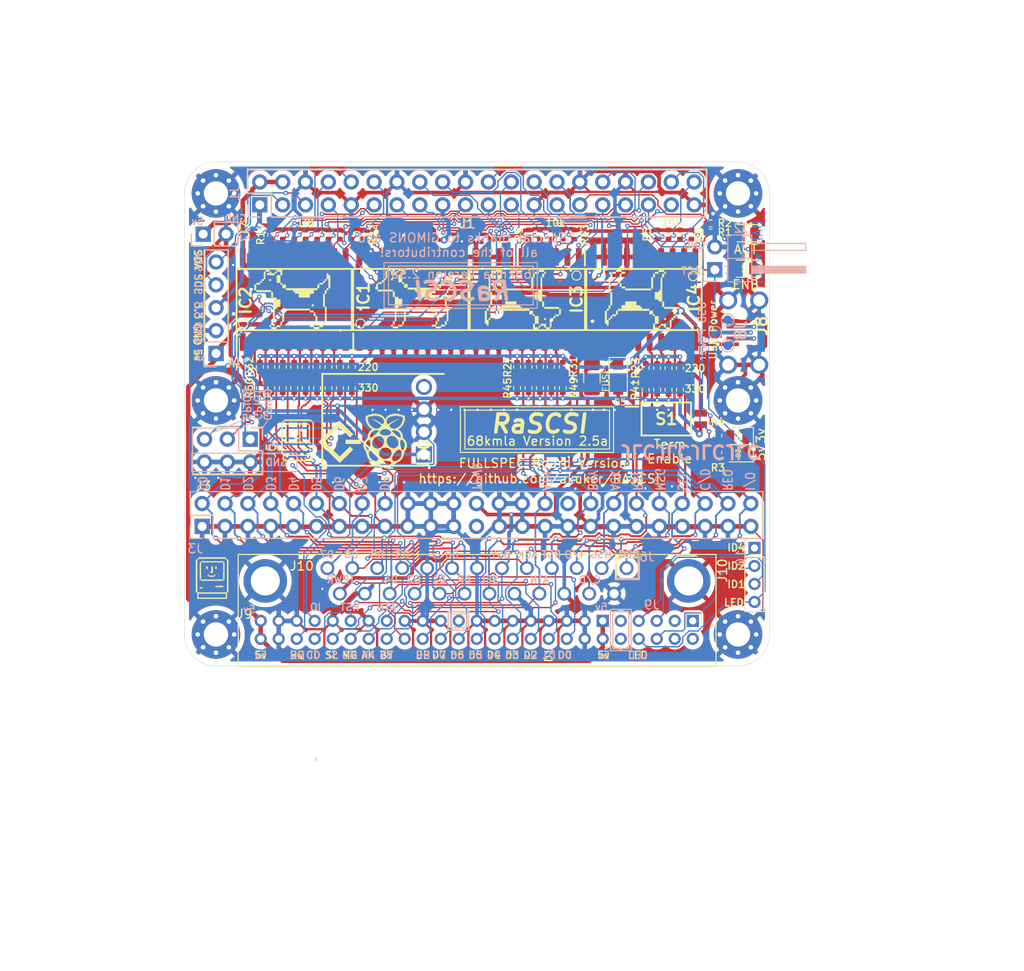
<source format=kicad_pcb>
(kicad_pcb (version 20211014) (generator pcbnew)
  (layers (0 "F.Cu" signal "Top") (31 "B.Cu" signal "Bottom") (34 "B.Paste" user) (35 "F.Paste" user) (36 "B.SilkS" user "B.Silkscreen") (37 "F.SilkS" user "F.Silkscreen") (38 "B.Mask" user) (39 "F.Mask" user) (44 "Edge.Cuts" user))
  (net 0 "")
  (net 1 "GND")
  (net 2 "+3V3")
  (net 3 "+5V")
  (net 4 "C-REQ")
  (net 5 "C-MSG")
  (net 6 "C-BSY")
  (net 7 "C-SEL")
  (net 8 "C-RST")
  (net 9 "C-ACK")
  (net 10 "C-ATN")
  (net 11 "C-DP")
  (net 12 "C-D0")
  (net 13 "C-D1")
  (net 14 "C-D2")
  (net 15 "C-D3")
  (net 16 "C-D4")
  (net 17 "C-D5")
  (net 18 "C-D6")
  (net 19 "C-D7")
  (net 20 "C-I_O")
  (net 21 "C-C_D")
  (net 22 "TERMPOW")
  (net 23 "PI-D7")
  (net 24 "PI-D6")
  (net 25 "PI-D5")
  (net 26 "PI-D4")
  (net 27 "PI-D3")
  (net 28 "PI-D2")
  (net 29 "PI-D1")
  (net 30 "PI-D0")
  (net 31 "PI-DP")
  (net 32 "PI-BSY")
  (net 33 "PI-MSG")
  (net 34 "PI-C_D")
  (net 35 "PI-REQ")
  (net 36 "PI-I_O")
  (net 37 "PI-ATN")
  (net 38 "PI-ACK")
  (net 39 "PI-RST")
  (net 40 "PI-SEL")
  (net 41 "Net-(D2-Pad2)")
  (net 42 "Net-(D3-Pad2)")
  (net 43 "Net-(D4-Pad2)")
  (net 44 "DBG_LED")
  (net 45 "PI_SCL")
  (net 46 "PI_SDA")
  (net 47 "/TERM_GND")
  (net 48 "/TERM_5v")
  (net 49 "PI-IND")
  (net 50 "PI-TAD")
  (net 51 "PI-DTD")
  (net 52 "Net-(D5-Pad1)")
  (net 53 "PI_GPIO1")
  (net 54 "PI_GPIO0")
  (net 55 "PI_GPIO9")
  (net 56 "USB_Pin_4")
  (net 57 "USB_Pin_3")
  (net 58 "USB_Pin_2")
  (net 59 "PB_LED_Pin")
  (net 60 "PB_SCSIID_4")
  (net 61 "PB_SCSIID_2")
  (net 62 "PB_SCSIID_1")
  (net 73 "Net-(D1-Pad2)")
  (footprint "LED_SMD:LED_0805_2012Metric" (layer "F.Cu") (at 236.0295 74.8665 180)
    (fp_text reference "D3")
    (fp_text value "Green")
  )
  (footprint "LED_SMD:LED_0805_2012Metric" (layer "F.Cu") (at 236.9035 50.419 180)
    (fp_text reference "D1")
    (fp_text value "Green")
  )
  (footprint "LED_SMD:LED_0805_2012Metric" (layer "F.Cu") (at 236.7915 54.356 180)
    (fp_text reference "D2")
    (fp_text value "Green")
  )
  (footprint "MountingHole:MountingHole_2.7mm_M2.5_Pad_Via" (layer "F.Cu") (at 178 46)
    (fp_text reference "H1" hide)
    (fp_text value "Hole1" hide)
  )
  (footprint "MountingHole:MountingHole_2.7mm_M2.5_Pad_Via" (layer "F.Cu") (at 178 69)
    (fp_text reference "H3" hide)
    (fp_text value "Hole3" hide)
  )
  (footprint "MountingHole:MountingHole_2.7mm_M2.5_Pad_Via" (layer "F.Cu") (at 178 95)
    (fp_text reference "H5" hide)
    (fp_text value "Hole4")
  )
  (footprint "Connector_PinSocket_2.54mm:PinSocket_1x05_P2.54mm_Vertical" (layer "F.Cu") (at 178.01 63.78 180)
    (fp_text reference "J4")
    (fp_text value "I2C Pinout")
  )
  (footprint "MountingHole:MountingHole_2.7mm_M2.5_Pad_Via" (layer "F.Cu") (at 236 69)
    (fp_text reference "H4" hide)
    (fp_text value "Hole5" hide)
  )
  (footprint "MountingHole:MountingHole_2.7mm_M2.5_Pad_Via" (layer "F.Cu") (at 236 95)
    (fp_text reference "H6" hide)
    (fp_text value "Hole6")
  )
  (footprint "MountingHole:MountingHole_2.7mm_M2.5_Pad_Via" (layer "F.Cu") (at 236 46)
    (fp_text reference "H2" hide)
    (fp_text value "Hole2" hide)
  )
  (footprint "Resistor_SMD:R_0402_1005Metric" (layer "F.Cu") (at 216.535 65.278 -90)
    (fp_text reference "R31")
    (fp_text value "220")
  )
  (footprint "Fuse:Fuse_1206_3216Metric" (layer "F.Cu") (at 219.7735 66.424 90)
    (fp_text reference "FUSE1")
    (fp_text value "1A")
  )
  (footprint "SamacSys_Parts:SOIC127P1030X265-20N" (layer "F.Cu") (at 199.644 57.785 90)
    (fp_text reference "IC1")
    (fp_text value "SN74LS641-1DW" hide)
  )
  (footprint "SamacSys_Parts:SOIC127P1030X265-20N" (layer "F.Cu") (at 212.598 57.785 -90)
    (fp_text reference "IC3")
    (fp_text value "SN74LS641-1DW" hide)
  )
  (footprint "Resistor_SMD:R_0402_1005Metric" (layer "F.Cu") (at 232.9585 49.3395)
    (fp_text reference "R2")
    (fp_text value "2k")
  )
  (footprint "Resistor_SMD:R_0402_1005Metric" (layer "F.Cu") (at 233.807 74.803 -90)
    (fp_text reference "R3")
    (fp_text value "5.1k")
  )
  (footprint "Resistor_SMD:R_0402_1005Metric" (layer "F.Cu") (at 227.0125 50.569 -90)
    (fp_text reference "R5")
    (fp_text value "10k")
  )
  (footprint "Resistor_SMD:R_0402_1005Metric" (layer "F.Cu") (at 228.2825 50.569 -90)
    (fp_text reference "R6" hide)
    (fp_text value "10k")
  )
  (footprint "Resistor_SMD:R_0402_1005Metric" (layer "F.Cu") (at 229.5525 50.569 -90)
    (fp_text reference "R7" hide)
    (fp_text value "10k")
  )
  (footprint "Resistor_SMD:R_0402_1005Metric" (layer "F.Cu") (at 212.725 50.569 -90)
    (fp_text reference "R9")
    (fp_text value "10k")
  )
  (footprint "Resistor_SMD:R_0402_1005Metric" (layer "F.Cu") (at 215.265 50.569 -90)
    (fp_text reference "R11" hide)
    (fp_text value "10k")
  )
  (footprint "Resistor_SMD:R_0402_1005Metric" (layer "F.Cu") (at 216.535 50.569 -90)
    (fp_text reference "R12" hide)
    (fp_text value "10k")
  )
  (footprint "Resistor_SMD:R_0402_1005Metric" (layer "F.Cu") (at 217.805 50.569 -90)
    (fp_text reference "R13")
    (fp_text value "10k")
  )
  (footprint "Resistor_SMD:R_0402_1005Metric" (layer "F.Cu") (at 185.42 50.569 -90)
    (fp_text reference "R15" hide)
    (fp_text value "10k")
  )
  (footprint "Resistor_SMD:R_0402_1005Metric" (layer "F.Cu") (at 186.69 50.569 -90)
    (fp_text reference "R16" hide)
    (fp_text value "10k")
  )
  (footprint "Resistor_SMD:R_0402_1005Metric" (layer "F.Cu") (at 190.5 50.569 -90)
    (fp_text reference "R19" hide)
    (fp_text value "10k")
  )
  (footprint "Resistor_SMD:R_0402_1005Metric" (layer "F.Cu") (at 191.77 50.569 -90)
    (fp_text reference "R20" hide)
    (fp_text value "10k")
  )
  (footprint "Resistor_SMD:R_0402_1005Metric" (layer "F.Cu") (at 193.04 50.569 -90)
    (fp_text reference "R21" hide)
    (fp_text value "10k")
  )
  (footprint "Resistor_SMD:R_0402_1005Metric" (layer "F.Cu") (at 194.31 50.569 -90)
    (fp_text reference "R22")
    (fp_text value "10k")
  )
  (footprint "Resistor_SMD:R_0402_1005Metric" (layer "F.Cu") (at 225.7425 65.405 -90)
    (fp_text reference "R23")
    (fp_text value "220")
  )
  (footprint "Resistor_SMD:R_0402_1005Metric" (layer "F.Cu") (at 227.0125 65.405 -90)
    (fp_text reference "R24" hide)
    (fp_text value "220")
  )
  (footprint "Resistor_SMD:R_0402_1005Metric" (layer "F.Cu") (at 228.2825 65.405 -90)
    (fp_text reference "R25" hide)
    (fp_text value "220")
  )
  (footprint "Resistor_SMD:R_0402_1005Metric" (layer "F.Cu") (at 229.5525 65.405 -90)
    (fp_text reference "R26" hide)
    (fp_text value "220")
  )
  (footprint "Resistor_SMD:R_0402_1005Metric" (layer "F.Cu") (at 211.455 65.278 -90)
    (fp_text reference "R27")
    (fp_text value "220")
  )
  (footprint "Resistor_SMD:R_0402_1005Metric" (layer "F.Cu") (at 212.725 65.278 -90)
    (fp_text reference "R28" hide)
    (fp_text value "220")
  )
  (footprint "Resistor_SMD:R_0402_1005Metric" (layer "F.Cu") (at 213.995 65.278 -90)
    (fp_text reference "R29" hide)
    (fp_text value "220")
  )
  (footprint "Resistor_SMD:R_0402_1005Metric" (layer "F.Cu") (at 215.2015 65.278 -90)
    (fp_text reference "R30" hide)
    (fp_text value "220")
  )
  (footprint "Resistor_SMD:R_0402_1005Metric" (layer "F.Cu") (at 185.42 65.278 -90)
    (fp_text reference "R34" hide)
    (fp_text value "220")
  )
  (footprint "Resistor_SMD:R_0402_1005Metric" (layer "F.Cu") (at 186.69 65.278 -90)
    (fp_text reference "R35" hide)
    (fp_text value "220")
  )
  (footprint "Resistor_SMD:R_0402_1005Metric" (layer "F.Cu") (at 187.96 65.278 -90)
    (fp_text reference "R36" hide)
    (fp_text value "220")
  )
  (footprint "Resistor_SMD:R_0402_1005Metric" (layer "F.Cu") (at 189.1665 65.278 -90)
    (fp_text reference "R37" hide)
    (fp_text value "220")
  )
  (footprint "Resistor_SMD:R_0402_1005Metric" (layer "F.Cu") (at 190.5 65.278 -90)
    (fp_text reference "R38" hide)
    (fp_text value "220")
  )
  (footprint "Resistor_SMD:R_0402_1005Metric" (layer "F.Cu") (at 191.77 65.278 -90)
    (fp_text reference "R39" hide)
    (fp_text value "220")
  )
  (footprint "Resistor_SMD:R_0402_1005Metric" (layer "F.Cu") (at 193.0975 65.278 -90)
    (fp_text reference "R40" hide)
    (fp_text value "220")
  )
  (footprint "Resistor_SMD:R_0402_1005Metric" (layer "F.Cu") (at 225.7425 67.802501 90)
    (fp_text reference "R41")
    (fp_text value "330")
  )
  (footprint "Resistor_SMD:R_0402_1005Metric" (layer "F.Cu") (at 227.0125 67.802501 90)
    (fp_text reference "R42" hide)
    (fp_text value "330")
  )
  (footprint "Resistor_SMD:R_0402_1005Metric" (layer "F.Cu") (at 228.2825 67.802501 90)
    (fp_text reference "R43" hide)
    (fp_text value "330")
  )
  (footprint "Resistor_SMD:R_0402_1005Metric" (layer "F.Cu") (at 229.5525 67.802501 90)
    (fp_text reference "R44" hide)
    (fp_text value "330")
  )
  (footprint "Resistor_SMD:R_0402_1005Metric" (layer "F.Cu") (at 211.455 67.6275 90)
    (fp_text reference "R45")
    (fp_text value "330")
  )
  (footprint "Resistor_SMD:R_0402_1005Metric" (layer "F.Cu") (at 212.725 67.6275 90)
    (fp_text reference "R46" hide)
    (fp_text value "330")
  )
  (footprint "Resistor_SMD:R_0402_1005Metric" (layer "F.Cu") (at 213.995 67.6275 90)
    (fp_text reference "R47" hide)
    (fp_text value "330")
  )
  (footprint "Resistor_SMD:R_0402_1005Metric" (layer "F.Cu") (at 215.265 67.6275 90)
    (fp_text reference "R48" hide)
    (fp_text value "330")
  )
  (footprint "Resistor_SMD:R_0402_1005Metric" (layer "F.Cu") (at 216.535 67.6275 90)
    (fp_text reference "R49")
    (fp_text value "330")
  )
  (footprint "Resistor_SMD:R_0402_1005Metric" (layer "F.Cu") (at 182.88 67.6275 90)
    (fp_text reference "R50")
    (fp_text value "330")
  )
  (footprint "Resistor_SMD:R_0402_1005Metric" (layer "F.Cu") (at 184.15 67.6275 90)
    (fp_text reference "R51" hide)
    (fp_text value "330")
  )
  (footprint "Resistor_SMD:R_0402_1005Metric" (layer "F.Cu") (at 185.42 67.6275 90)
    (fp_text reference "R52" hide)
    (fp_text value "330")
  )
  (footprint "Resistor_SMD:R_0402_1005Metric" (layer "F.Cu") (at 186.69 67.6275 90)
    (fp_text reference "R53" hide)
    (fp_text value "330")
  )
  (footprint "Resistor_SMD:R_0402_1005Metric" (layer "F.Cu") (at 187.96 67.6275 90)
    (fp_text reference "R54" hide)
    (fp_text value "330")
  )
  (footprint "Resistor_SMD:R_0402_1005Metric" (layer "F.Cu") (at 189.23 67.6275 90)
    (fp_text reference "R55" hide)
    (fp_text value "330")
  )
  (footprint "Resistor_SMD:R_0402_1005Metric" (layer "F.Cu") (at 190.5 67.6275 90)
    (fp_text reference "R56" hide)
    (fp_text value "330")
  )
  (footprint "Resistor_SMD:R_0402_1005Metric" (layer "F.Cu") (at 191.77 67.6275 90)
    (fp_text reference "R57" hide)
    (fp_text value "330")
  )
  (footprint "Resistor_SMD:R_0402_1005Metric" (layer "F.Cu") (at 193.0975 67.6275 90)
    (fp_text reference "R58" hide)
    (fp_text value "330")
  )
  (footprint "SamacSys_Parts:dogcow" (layer "F.Cu") (at 186.4995 57.785)
    (fp_text reference "X2" hide)
    (fp_text value "Dogcow" hide)
  )
  (footprint "SamacSys_Parts:dogcow" (layer "F.Cu") (at 225.425 57.785 180)
    (fp_text reference "X4" hide)
    (fp_text value "Dogcow" hide)
  )
  (footprint "SamacSys_Parts:dogcow" (layer "F.Cu") (at 212.09 57.785 180)
    (fp_text reference "X5" hide)
    (fp_text value "Dogcow" hide)
  )
  (footprint "SamacSys_Parts:dogcow" (layer "F.Cu") (at 200.025 57.7215)
    (fp_text reference "X6" hide)
    (fp_text value "Dogcow" hide)
  )
  (footprint "SamacSys_Parts:pi_logo" (layer "F.Cu") (at 196.81 73.5)
    (fp_text reference "X7" hide)
    (fp_text value "Pi" hide)
  )
  (footprint "Resistor_SMD:R_0402_1005Metric" (layer "F.Cu") (at 189.23 50.569 -90)
    (fp_text reference "R18" hide)
    (fp_text value "10k")
  )
  (footprint "Resistor_SMD:R_0402_1005Metric" (layer "F.Cu") (at 184.15 50.569 -90)
    (fp_text reference "R14")
    (fp_text value "10k")
  )
  (footprint "Resistor_SMD:R_0402_1005Metric" (layer "F.Cu") (at 187.96 50.569 -90)
    (fp_text reference "R17" hide)
    (fp_text value "10k")
  )
  (footprint "Resistor_SMD:R_0402_1005Metric" (layer "F.Cu") (at 182.88 65.278 -90)
    (fp_text reference "R32")
    (fp_text value "220")
  )
  (footprint "Resistor_SMD:R_0402_1005Metric" (layer "F.Cu") (at 184.15 65.278 -90)
    (fp_text reference "R33" hide)
    (fp_text value "220")
  )
  (footprint "SamacSys_Parts:SOIC127P1030X265-20N" (layer "F.Cu") (at 225.552 57.785 -90)
    (fp_text reference "IC4")
    (fp_text value "SN74LS641-1DW" hide)
  )
  (footprint "Resistor_SMD:R_0402_1005Metric" (layer "F.Cu") (at 233.807 72.898 -90)
    (fp_text reference "R4")
    (fp_text value "2k")
  )
  (footprint "rascsi_din:SOIC127P812X230-4N" (layer "F.Cu") (at 228.0285 71.0565)
    (fp_text reference "S1")
    (fp_text value "Switch x2" hide)
  )
  (footprint "SamacSys_Parts:mac_happy_small" (layer "F.Cu") (at 187.11 73.4)
    (fp_text reference "X3" hide)
    (fp_text value "Mac" hide)
  )
  (footprint "Diode_SMD:D_SOD-123F" (layer "F.Cu") (at 222.6945 66.42 -90)
    (fp_text reference "D5")
    (fp_text value "SM4007PL")
  )
  (footprint "SamacSys_Parts:SOIC127P1030X265-20N" (layer "F.Cu") (at 186.69 57.785 90)
    (fp_text reference "IC2")
    (fp_text value "SN74LS641-1DW" hide)
  )
  (footprint "SamacSys_Parts:scsi_logo" (layer "F.Cu") (at 191.61 73.6)
    (fp_text reference "X8" hide)
    (fp_text value "Pi" hide)
  )
  (footprint "Connector_PinHeader_2.54mm:PinHeader_1x02_P2.54mm_Vertical" (layer "F.Cu") (at 176.58 50.52 90)
    (fp_text reference "J7")
    (fp_text value "DNP")
  )
  (footprint "LED_SMD:LED_0805_2012Metric" (layer "F.Cu") (at 236.0295 72.9615 180)
    (fp_text reference "D4")
    (fp_text value "Green")
  )
  (footprint "Resistor_SMD:R_0402_1005Metric" (layer "F.Cu") (at 232.9585 50.3555)
    (fp_text reference "R1")
    (fp_text value "2k")
  )
  (footprint "SamacSys_Parts:mac_happy_small" (layer "F.Cu") (at 177.6095 88.7095)
    (fp_text reference "X1" hide)
    (fp_text value "Mac" hide)
  )
  (footprint "SamacSys_Parts:U254051N4BH806" (layer "F.Cu") (at 237.39 61.46 90)
    (fp_text reference "J8")
    (fp_text value "USB_B_Micro" hide)
  )
  (footprint "Connector_PinHeader_2.54mm:PinHeader_2x25_P2.54mm_Vertical" (layer "F.Cu") (at 176.4665 82.9945 90)
    (fp_text reference "J3")
    (fp_text value "Conn_02x25_Odd_Even")
  )
  (footprint "Connector_PinHeader_2.00mm:PinHeader_2x25_P2.00mm_Horizontal" (layer "F.Cu") (at 230.972 93.488 -90)
    (fp_text reference "J9" hide)
    (fp_text value "Conn_02x25_Odd_Even")
  )
  (footprint "Resistor_SMD:R_0402_1005Metric" (layer "F.Cu") (at 230.8225 50.569 -90)
    (fp_text reference "R8")
    (fp_text value "10k")
  )
  (footprint "Resistor_SMD:R_0402_1005Metric" (layer "F.Cu") (at 213.995 50.569 -90)
    (fp_text reference "R10" hide)
    (fp_text value "10k")
  )
  (footprint "Connector_PinHeader_2.00mm:PinHeader_1x04_P2.00mm_Vertical" (layer "F.Cu") (at 237.83 85.392)
    (fp_text reference "J10" hide)
    (fp_text value "Conn_01x04_Male")
  )
  (footprint "Connector_PinHeader_2.54mm:PinHeader_2x03_P2.54mm_Vertical" (layer "F.Cu") (at 181.81 73.3 -90)
    (fp_text reference "J5")
    (fp_text value "DNP")
  )
  (footprint "SamacSys_Parts:SHDRRA4W69P0X250_1X4_1000X1350X670P" (layer "F.Cu") (at 201.11 75 90)
    (fp_text reference "J20")
    (fp_text value "171826-4" hide)
  )
  (footprint "Connector_PinSocket_2.54mm:PinSocket_2x20_P2.54mm_Vertical" (layer "B.Cu") (at 182.87 47.27 -90)
    (fp_text reference "J1")
    (fp_text value "Raspberry_Pi_2_3")
  )
  (footprint "SamacSys_Parts:L717SDB25PA4CH4F" (layer "B.Cu") (at 223.6216 87.63 180)
    (fp_text reference "J6")
    (fp_text value "CONNFLY DB-25" hide)
  )
  (footprint "Connector_PinHeader_2.54mm:PinHeader_1x02_P2.54mm_Horizontal" (layer "B.Cu") (at 233.426 54.483)
    (fp_text reference "J2")
    (fp_text value "DNP")
  )
  (footprint "TestPoint:TestPoint_Pad_D1.0mm" (layer "B.Cu") (at 233.46 61.46 90)
    (fp_text reference "TP2" hide)
    (fp_text value "TestPoint" hide)
  )
  (footprint "TestPoint:TestPoint_Pad_D1.0mm" (layer "B.Cu") (at 234.85 62.91 90)
    (fp_text reference "TP3" hide)
    (fp_text value "TestPoint")
  )
  (footprint "TestPoint:TestPoint_Pad_D1.0mm" (layer "B.Cu") (at 234.85 60.05 90)
    (fp_text reference "TP1" hide)
    (fp_text value "TestPoint")
  )
  (gr_line (start 175.3235 76.8985) (end 175.3235 76.7715) (layer "B.SilkS") (width 0.12))
  (gr_line (start 238.76 84.328) (end 177.673 84.328) (layer "B.SilkS") (width 0.12))
  (gr_line (start 225.044 88.9) (end 225.044 86.36) (layer "B.SilkS") (width 0.12))
  (gr_line (start 222.377 88.9) (end 225.044 88.9) (layer "B.SilkS") (width 0.12))
  (gr_line (start 224.917 88.773) (end 224.917 86.487) (layer "B.SilkS") (width 0.12))
  (gr_line (start 222.504 88.773) (end 224.917 88.773) (layer "B.SilkS") (width 0.12))
  (gr_line (start 189.0795 108.763) (end 189.0795 109.017) (layer "B.SilkS") (width 0.12))
  (gr_line (start 189.143 108.763) (end 189.0795 108.763) (layer "B.SilkS") (width 0.12))
  (gr_line (start 196.6745 53.687) (end 196.6745 58.767) (layer "B.SilkS") (width 0.12))
  (gr_line (start 197.1825 54.068) (end 197.1825 54.322) (layer "B.SilkS") (width 0.12))
  (gr_line (start 213.6925 58.767) (end 196.6745 58.767) (layer "B.SilkS") (width 0.12))
  (gr_line (start 213.248 54.068) (end 213.248 58.386) (layer "B.SilkS") (width 0.12))
  (gr_line (start 197.1825 58.386) (end 197.1825 54.1315) (layer "B.SilkS") (width 0.12))
  (gr_line (start 213.248 58.386) (end 197.1825 58.386) (layer "B.SilkS") (width 0.12))
  (gr_line (start 197.246 54.068) (end 197.1825 54.068) (layer "B.SilkS") (width 0.12))
  (gr_line (start 197.246 54.068) (end 213.248 54.068) (layer "B.SilkS") (width 0.12))
  (gr_line (start 213.629 53.687) (end 196.6745 53.687) (layer "B.SilkS") (width 0.12))
  (gr_line (start 213.6925 58.767) (end 213.6925 53.687) (layer "B.SilkS") (width 0.12))
  (gr_line (start 222.082 96.536) (end 222.082 92.472) (layer "B.SilkS") (width 0.12))
  (gr_line (start 221.828 92.218) (end 224.114 92.218) (layer "B.SilkS") (width 0.12))
  (gr_line (start 204.048 94.25) (end 204.048 92.726) (layer "B.SilkS") (width 0.12))
  (gr_line (start 203.794 94.504) (end 203.794 92.472) (layer "B.SilkS") (width 0.12))
  (gr_line (start 205.826 92.726) (end 205.826 94.25) (layer "B.SilkS") (width 0.12))
  (gr_line (start 183.1975 73.406) (end 183.1975 72.0725) (layer "B.SilkS") (width 0.12))
  (gr_line (start 224.114 92.218) (end 224.114 96.79) (layer "B.SilkS") (width 0.12))
  (gr_line (start 222.082 92.472) (end 223.86 92.472) (layer "B.SilkS") (width 0.12))
  (gr_line (start 175.3235 76.7715) (end 175.3235 74.8665) (layer "B.SilkS") (width 0.12))
  (gr_line (start 203.937 57.954) (end 204.064 57.954) (layer "B.SilkS") (width 0.12))
  (gr_line (start 175.387 72.0725) (end 180.5305 72.0725) (layer "B.SilkS") (width 0.12))
  (gr_line (start 176.5935 51.816) (end 175.26 51.816) (layer "B.SilkS") (width 0.12))
  (gr_line (start 183.1975 74.6125) (end 183.1975 77.2795) (layer "B.SilkS") (width 0.12))
  (gr_line (start 175.133 81.788) (end 175.133 79.121) (layer "B.SilkS") (width 0.12))
  (gr_line (start 175.133 82.931) (end 175.133 84.328) (layer "B.SilkS") (width 0.12))
  (gr_line (start 223.86 92.472) (end 223.86 96.536) (layer "B.SilkS") (width 0.12))
  (gr_line (start 205.826 94.25) (end 204.048 94.25) (layer "B.SilkS") (width 0.12))
  (gr_line (start 183.7055 71.3105) (end 183.134 72.0725) (layer "B.SilkS") (width 0.12))
  (gr_line (start 180.5305 72.0725) (end 180.5305 74.6125) (layer "B.SilkS") (width 0.12))
  (gr_line (start 176.784 62.484) (end 179.3875 62.484) (layer "B.SilkS") (width 0.12))
  (gr_line (start 180.467 49.2125) (end 177.8 49.2125) (layer "B.SilkS") (width 0.12))
  (gr_line (start 238.76 79.121) (end 238.76 84.328) (layer "B.SilkS") (width 0.12))
  (gr_line (start 206.08 94.504) (end 203.794 94.504) (layer "B.SilkS") (width 0.12))
  (gr_line (start 203.794 92.472) (end 206.08 92.472) (layer "B.SilkS") (width 0.12))
  (gr_line (start 180.467 51.816) (end 180.467 49.2125) (layer "B.SilkS") (width 0.12))
  (gr_line (start 221.828 96.79) (end 221.828 92.218) (layer "B.SilkS") (width 0.12))
  (gr_line (start 177.8635 51.816) (end 180.467 51.816) (layer "B.SilkS") (width 0.12))
  (gr_line (start 175.26 51.816) (end 175.26 50.4825) (layer "B.SilkS") (width 0.12))
  (gr_line (start 223.86 96.536) (end 222.082 96.536) (layer "B.SilkS") (width 0.12))
  (gr_line (start 175.133 84.328) (end 176.53 84.328) (layer "B.SilkS") (width 0.12))
  (gr_line (start 177.673 84.328) (end 177.673 81.788) (layer "B.SilkS") (width 0.12))
  (gr_line (start 179.3875 62.484) (end 179.3875 52.2605) (layer "B.SilkS") (width 0.12))
  (gr_line (start 179.3875 52.2605) (end 176.784 52.2605) (layer "B.SilkS") (width 0.12))
  (gr_line (start 175.133 79.121) (end 238.76 79.121) (layer "B.SilkS") (width 0.12))
  (gr_line (start 183.1975 77.2795) (end 175.387 77.2795) (layer "B.SilkS") (width 0.12))
  (gr_line (start 224.114 96.79) (end 221.828 96.79) (layer "B.SilkS") (width 0.12))
  (gr_line (start 187.0075 74.8665) (end 187.0075 76.8985) (layer "B.SilkS") (width 0.12))
  (gr_line (start 177.673 81.788) (end 175.133 81.788) (layer "B.SilkS") (width 0.12))
  (gr_line (start 187.0075 76.8985) (end 175.3235 76.8985) (layer "B.SilkS") (width 0.12))
  (gr_line (start 175.387 77.2795) (end 175.387 72.0725) (layer "B.SilkS") (width 0.12))
  (gr_line (start 176.657 63.754) (end 176.657 65.278) (layer "B.SilkS") (width 0.12))
  (gr_line (start 176.657 65.278) (end 178.054 65.278) (layer "B.SilkS") (width 0.12))
  (gr_line (start 183.1975 72.0725) (end 181.864 72.0725) (layer "B.SilkS") (width 0.12))
  (gr_line (start 176.784 52.2605) (end 176.784 62.484) (layer "B.SilkS") (width 0.12))
  (gr_line (start 181.0385 71.1835) (end 177.292 72.7075) (layer "B.SilkS") (width 0.12))
  (gr_line (start 175.3235 74.8665) (end 187.0075 74.8665) (layer "B.SilkS") (width 0.12))
  (gr_line (start 206.08 92.472) (end 206.08 94.504) (layer "B.SilkS") (width 0.12))
  (gr_line (start 177.8 49.2125) (end 177.8 51.816) (layer "B.SilkS") (width 0.12))
  (gr_line (start 180.5305 74.6125) (end 183.1975 74.6125) (layer "B.SilkS") (width 0.12))
  (gr_line (start 204.048 92.726) (end 205.826 92.726) (layer "B.SilkS") (width 0.12))
  (gr_line (start 182.3085 71.247) (end 179.959 72.5805) (layer "B.SilkS") (width 0.12))
  (gr_circle (center 181.0385 60.452) (end 181.483 60.198) (layer "F.SilkS") (width 0.12) (fill none))
  (gr_line (start 221.726 74.398) (end 221.726 70.08) (layer "F.SilkS") (width 0.12))
  (gr_line (start 222.1705 69.699) (end 222.1705 74.779) (layer "F.SilkS") (width 0.12))
  (gr_line (start 205.1525 74.779) (end 205.1525 69.699) (layer "F.SilkS") (width 0.12))
  (gr_line (start 222.377 88.9) (end 222.377 86.36) (layer "F.SilkS") (width 0.12))
  (gr_line (start 184.15 45.974) (end 181.483 45.974) (layer "F.SilkS") (width 0.12))
  (gr_circle (center 231.013 55.1815) (end 231.4575 54.9275) (layer "F.SilkS") (width 0.12) (fill none))
  (gr_line (start 203.794 94.504) (end 203.794 92.472) (layer "F.SilkS") (width 0.12))
  (gr_line (start 204.048 94.25) (end 204.048 92.726) (layer "F.SilkS") (width 0.12))
  (gr_line (start 222.082 96.536) (end 222.082 92.472) (layer "F.SilkS") (width 0.12))
  (gr_line (start 221.828 96.79) (end 221.828 92.218) (layer "F.SilkS") (width 0.12))
  (gr_line (start 222.107 74.779) (end 205.1525 74.779) (layer "F.SilkS") (width 0.12))
  (gr_line (start 204.048 92.726) (end 205.826 92.726) (layer "F.SilkS") (width 0.12))
  (gr_line (start 222.1705 69.699) (end 205.1525 69.699) (layer "F.SilkS") (width 0.12))
  (gr_line (start 224.114 92.218) (end 224.114 96.79) (layer "F.SilkS") (width 0.12))
  (gr_line (start 205.826 94.25) (end 204.048 94.25) (layer "F.SilkS") (width 0.12))
  (gr_line (start 221.726 70.08) (end 205.6605 70.08) (layer "F.SilkS") (width 0.12))
  (gr_line (start 223.86 96.536) (end 222.082 96.536) (layer "F.SilkS") (width 0.12))
  (gr_line (start 222.082 92.472) (end 223.86 92.472) (layer "F.SilkS") (width 0.12))
  (gr_line (start 182.88 48.641) (end 181.483 48.641) (layer "F.SilkS") (width 0.12))
  (gr_line (start 206.08 94.504) (end 203.794 94.504) (layer "F.SilkS") (width 0.12))
  (gr_line (start 224.114 96.79) (end 221.828 96.79) (layer "F.SilkS") (width 0.12))
  (gr_circle (center 218.059 55.118) (end 218.5035 54.864) (layer "F.SilkS") (width 0.12) (fill none))
  (gr_line (start 224.917 88.773) (end 222.504 88.773) (layer "F.SilkS") (width 0.12))
  (gr_line (start 232.537 48.641) (end 184.15 48.641) (layer "F.SilkS") (width 0.12))
  (gr_line (start 222.504 88.773) (end 222.504 86.487) (layer "F.SilkS") (width 0.12))
  (gr_line (start 224.917 86.487) (end 224.917 88.773) (layer "F.SilkS") (width 0.12))
  (gr_line (start 222.504 86.487) (end 224.917 86.487) (layer "F.SilkS") (width 0.12))
  (gr_line (start 203.794 92.472) (end 206.08 92.472) (layer "F.SilkS") (width 0.12))
  (gr_line (start 233.553 86.106) (end 180.467 86.106) (layer "F.SilkS") (width 0.12))
  (gr_line (start 206.08 92.472) (end 206.08 94.504) (layer "F.SilkS") (width 0.12))
  (gr_line (start 180.467 98.552) (end 233.553 98.552) (layer "F.SilkS") (width 0.12))
  (gr_line (start 181.483 43.307) (end 232.537 43.307) (layer "F.SilkS") (width 0.12))
  (gr_line (start 225.044 86.36) (end 225.044 88.9) (layer "F.SilkS") (width 0.12))
  (gr_line (start 181.483 48.641) (end 181.483 47.244) (layer "F.SilkS") (width 0.12))
  (gr_line (start 184.15 48.641) (end 184.15 45.974) (layer "F.SilkS") (width 0.12))
  (gr_line (start 222.377 86.36) (end 225.044 86.36) (layer "F.SilkS") (width 0.12))
  (gr_line (start 232.537 43.307) (end 232.537 48.641) (layer "F.SilkS") (width 0.12))
  (gr_line (start 205.6605 74.398) (end 205.6605 74.144) (layer "F.SilkS") (width 0.12))
  (gr_line (start 205.724 74.398) (end 221.726 74.398) (layer "F.SilkS") (width 0.12))
  (gr_line (start 225.044 88.9) (end 222.377 88.9) (layer "F.SilkS") (width 0.12))
  (gr_line (start 205.826 92.726) (end 205.826 94.25) (layer "F.SilkS") (width 0.12))
  (gr_line (start 205.6605 70.08) (end 205.6605 74.3345) (layer "F.SilkS") (width 0.12))
  (gr_line (start 223.86 92.472) (end 223.86 96.536) (layer "F.SilkS") (width 0.12))
  (gr_line (start 233.553 98.552) (end 233.553 86.106) (layer "F.SilkS") (width 0.12))
  (gr_line (start 180.467 86.106) (end 180.467 98.552) (layer "F.SilkS") (width 0.12))
  (gr_line (start 181.483 45.974) (end 181.483 43.307) (layer "F.SilkS") (width 0.12))
  (gr_line (start 205.724 74.398) (end 205.6605 74.398) (layer "F.SilkS") (width 0.12))
  (gr_circle (center 194.056 60.452) (end 194.5005 60.198) (layer "F.SilkS") (width 0.12) (fill none))
  (gr_line (start 221.828 92.218) (end 224.114 92.218) (layer "F.SilkS") (width 0.12))
  (gr_line (start 178 42.5) (end 236 42.5) (layer "Edge.Cuts") (width 0.05))
  (gr_line (start 178 98.496) (end 236 98.496) (layer "Edge.Cuts") (width 0.05))
  (gr_arc (start 239.5 94.996) (mid 238.474874 97.470874) (end 236 98.496) (layer "Edge.Cuts") (width 0.05))
  (gr_line (start 174.5 46) (end 174.5 94.996) (layer "Edge.Cuts") (width 0.05))
  (gr_arc (start 236 42.5) (mid 238.474874 43.525126) (end 239.5 46) (layer "Edge.Cuts") (width 0.05))
  (gr_arc (start 174.5 46) (mid 175.525126 43.525126) (end 178 42.5) (layer "Edge.Cuts") (width 0.05))
  (gr_arc (start 178 98.496) (mid 175.525126 97.470874) (end 174.5 94.996) (layer "Edge.Cuts") (width 0.05))
  (gr_line (start 239.5 46) (end 239.5 94.996) (layer "Edge.Cuts") (width 0.05))
  (gr_text "BAD WOLF" (at 238.21 52.7 90) (layer "B.Cu") (effects (font (size 1 1)) (justify mirror)))
  (gr_text "GND\n" (at 180.172 48.784) (layer "B.SilkS") (effects (font (size 0.8 0.8)) (justify mirror)))
  (gr_text "5v" (at 175.9585 49.0855) (layer "B.SilkS") (effects (font (size 0.8 0.8)) (justify mirror)))
  (gr_text "SDA" (at 176.022 53.594 270) (layer "B.SilkS") (effects (font (size 0.8 0.8)) (justify mirror)))
  (gr_text "SCL" (at 176.022 56.134 270) (layer "B.SilkS") (effects (font (size 0.8 0.8)) (justify mirror)))
  (gr_text "3.3" (at 176.022 58.928 270) (layer "B.SilkS") (effects (font (size 0.8 0.8)) (justify mirror)))
  (gr_text "GND\n" (at 176.022 61.468 270) (layer "B.SilkS") (effects (font (size 0.8 0.8)) (justify mirror)))
  (gr_text "5v" (at 176.022 64.008 270) (layer "B.SilkS") (effects (font (size 0.8 0.8)) (justify mirror)))
  (gr_text "GPIO9" (at 181.4195 69.4055 270) (layer "B.SilkS") (effects (font (size 0.8 0.8)) (justify mirror)))
  (gr_text "GND" (at 184.7215 75.8825) (layer "B.SilkS") (effects (font (size 0.8 0.8)) (justify mirror)))
  (gr_text "ACT" (at 230.759 54.61) (layer "B.SilkS") (effects (font (size 0.8 0.8)) (justify mirror)))
  (gr_text "USB Power" (at 232.03 61.28 90) (layer "B.SilkS") (effects (font (size 0.8 0.8)) (justify mirror)))
  (gr_text "GND" (at 231.14 51.7525) (layer "B.SilkS") (effects (font (size 0.8 0.8)) (justify mirror)))
  (gr_text "68kmla Version 2.5a" (at 205.247 54.957) (layer "B.SilkS") (effects (font (size 1 1)) (justify mirror)))
  (gr_text "RaSCSI" (at 205.4375 56.862) (layer "B.SilkS") (effects (font (size 2 2) (thickness 0.4) italic) (justify mirror)))
  (gr_text "I/O" (at 237.2995 77.984381 270) (layer "B.SilkS") (effects (font (size 1 0.8)) (justify mirror)))
  (gr_text "RST" (at 224.826284 77.927238 270) (layer "B.SilkS") (effects (font (size 1 0.8)) (justify mirror)))
  (gr_text "SEL" (at 229.815568 77.946286 270) (layer "B.SilkS") (effects (font (size 1 0.8)) (justify mirror)))
  (gr_text "D0" (at 176.4665 78.232 270) (layer "B.SilkS") (effects (font (size 1 0.8)) (justify mirror)))
  (gr_text "D5" (at 189.12681 78.232 270) (layer "B.SilkS") (effects (font (size 1 0.8)) (justify mirror)))
  (gr_text "BSY" (at 219.837 77.889143 270) (layer "B.SilkS") (effects (font (size 1 0.8)) (justify mirror)))
  (gr_text "D6" (at 191.658872 78.232 270) (layer "B.SilkS") (effects (font (size 1 0.8)) (justify mirror)))
  (gr_text "D1" (at 178.998562 78.232 270) (layer "B.SilkS") (effects (font (size 1 0.8)) (justify mirror)))
  (gr_text "D4" (at 186.594748 78.232 270) (layer "B.SilkS") (effects (font (size 1 0.8)) (justify mirror)))
  (gr_text "D2" (at 181.530624 78.232 270) (layer "B.SilkS") (effects (font (size 1 0.8)) (justify mirror)))
  (gr_text "MSG" (at 227.320926 77.774858 270) (layer "B.SilkS") (effects (font (size 1 0.8)) (justify mirror)))
  (gr_text "TPWR" (at 206.9465 77.451048 270) (layer "B.SilkS") (effects (font (size 1 0.8)) (justify mirror)))
  (gr_text "D3" (at 184.062686 78.232 270) (layer "B.SilkS") (effects (font (size 1 0.8)) (justify mirror)))
  (gr_text "C/D" (at 232.31021 77.793905 270) (layer "B.SilkS") (effects (font (size 1 0.8)) (justify mirror)))
  (gr_text "ACK" (at 222.331642 77.870096 270) (layer "B.SilkS") (effects (font (size 1 0.8)) (justify mirror)))
  (gr_text "ATN" (at 214.757 77.946286 270) (layer "B.SilkS") (effects (font (size 1 0.8)) (justify mirror)))
  (gr_text "DP" (at 196.723 78.232 270) (layer "B.SilkS") (effects (font (size 1 0.8)) (justify mirror)))
  (gr_text "D7" (at 194.190934 78.232 270) (layer "B.SilkS") (effects (font (size 1 0.8)) (justify mirror)))
  (gr_text "REQ" (at 234.804852 77.832 270) (layer "B.SilkS") (effects (font (size 1 0.8)) (justify mirror)))
  (gr_text "REQ" (at 223.86 86.087) (layer "B.SilkS") (effects (font (size 0.8 0.8)) (justify mirror)))
  (gr_text "D7" (at 190.332 86.122) (layer "B.SilkS") (effects (font (size 0.8 0.8)) (justify mirror)))
  (gr_text "DP" (at 205.572 88.916) (layer "B.SilkS") (effects (font (size 0.8 0.8)) (justify mirror)))
  (gr_text "ATN" (at 213.954 88.916) (layer "B.SilkS") (effects (font (size 0.8 0.8)) (justify mirror)))
  (gr_text "ACK" (at 212.598 86.125096) (layer "B.SilkS") (effects (font (size 0.8 0.8)) (justify mirror)))
  (gr_text "C/D" (at 219.542 88.916) (layer "B.SilkS") (effects (font (size 0.8 0.8)) (justify mirror)))
  (gr_text "D3" (at 198.714 86.122) (layer "B.SilkS") (effects (font (size 0.8 0.8)) (justify mirror)))
  (gr_text "TPWR" (at 191.856 88.916) (layer "B.SilkS") (effects (font (size 0.8 0.8)) (justify mirror)))
  (gr_text "MSG" (at 220.812 86.122) (layer "B.SilkS") (effects (font (size 0.8 0.8)) (justify mirror)))
  (gr_text "D2" (at 199.984 88.916) (layer "B.SilkS") (effects (font (size 0.8 0.8)) (justify mirror)))
  (gr_text "D4" (at 197.444 88.916) (layer "B.SilkS") (effects (font (size 0.8 0.8)) (justify mirror)))
  (gr_text "D1" (at 202.778 88.916) (layer "B.SilkS") (effects (font (size 0.8 0.8)) (justify mirror)))
  (gr_text "D6" (at 193.04 86.122) (layer "B.SilkS") (effects (font (size 0.8 0.8)) (justify mirror)))
  (gr_text "BSY" (at 209.636 86.122) (layer "B.SilkS") (effects (font (size 0.8 0.8)) (justify mirror)))
  (gr_text "D5" (at 195.92 86.122) (layer "B.SilkS") (effects (font (size 0.8 0.8)) (justify mirror)))
  (gr_text "D0" (at 204.216 86.122) (layer "B.SilkS") (effects (font (size 0.8 0.8)) (justify mirror)))
  (gr_text "SEL" (at 208.366 88.916) (layer "B.SilkS") (effects (font (size 0.8 0.8)) (justify mirror)))
  (gr_text "RST" (at 215.265 86.122) (layer "B.SilkS") (effects (font (size 0.8 0.8)) (justify mirror)))
  (gr_text "I/O" (at 217.764 86.122) (layer "B.SilkS") (effects (font (size 0.8 0.8)) (justify mirror)))
  (gr_text "J6" (at 225.892 86.376) (layer "B.SilkS") (effects (font (size 1 1)) (justify mirror)))
  (gr_text "AK" (at 194.904 97.298) (layer "B.SilkS") (effects (font (size 0.8 0.8)) (justify mirror)))
  (gr_text "5v" (at 182.966 97.298) (layer "B.SilkS") (effects (font (size 0.8 0.8)) (justify mirror)))
  (gr_text "LED" (at 224.876 97.298) (layer "B.SilkS") (effects (font (size 0.8 0.8)) (justify mirror)))
  (gr_text "ATN" (at 196.936 91.964) (layer "B.SilkS") (effects (font (size 0.8 0.8)) (justify mirror)))
  (gr_text "J10" (at 236.306 86.122 90) (layer "B.SilkS") (effects (font (size 1 1)) (justify mirror)))
  (gr_text "MG" (at 192.872 97.298) (layer "B.SilkS") (effects (font (size 0.8 0.8)) (justify mirror)))
  (gr_text "D6" (at 204.81 97.298) (layer "B.SilkS") (effects (font (size 0.8 0.8)) (justify mirror)))
  (gr_text "5v" (at 181.696 92.218) (layer "B.SilkS") (effects (font (size 0.8 0.8)) (justify mirror)))
  (gr_text "D1" (at 214.97 97.298) (layer "B.SilkS") (effects (font (size 0.8 0.8)) (justify mirror)))
  (gr_text "D5" (at 206.842 97.298) (layer "B.SilkS") (effects (font (size 0.8 0.8)) (justify mirror)))
  (gr_text "IO" (at 189.062 91.964) (layer "B.SilkS") (effects (font (size 0.8 0.8)) (justify mirror)))
  (gr_text "D4" (at 208.874 97.298) (layer "B.SilkS") (effects (font (size 0.8 0.8)) (justify mirror)))
  (gr_text "J5" (at 184.4675 74.1045) (layer "B.SilkS") (effects (font (size 1 1)) (justify mirror)))
  (gr_text "5v" (at 220.812 91.964) (layer "B.SilkS") (effects (font (size 0.8 0.8)) (justify mirror)))
  (gr_text "J9" (at 226.4 91.71) (layer "B.SilkS") (effects (font (size 1 1)) (justify mirror)))
  (gr_text "GPIO0" (at 183.7055 69.469 270) (layer "B.SilkS") (effects (font (size 0.8 0.8)) (justify mirror)))
  (gr_text "D2" (at 212.938 97.298) (layer "B.SilkS") (effects (font (size 0.8 0.8)) (justify mirror)))
  (gr_text "J3" (at 175.7045 85.471) (layer "B.SilkS") (effects (font (size 1 1)) (justify mirror)))
  (gr_text "5v" (at 221.066 97.298) (layer "B.SilkS") (effects (font (size 0.8 0.8)) (justify mirror)))
  (gr_text "Special thanks to GIMONS and \nall of the contributors!" (at 205 51.74) (layer "B.SilkS") (effects (font (size 1 1)) (justify mirror)))
  (gr_text "J7" (at 181.2925 50.546 90) (layer "B.SilkS") (effects (font (size 1 1)) (justify mirror)))
  (gr_text "J1" (at 205.994 49.403) (layer "B.SilkS") (effects (font (size 1 1)) (justify mirror)))
  (gr_text "BY" (at 196.936 97.298) (layer "B.SilkS") (effects (font (size 0.8 0.8)) (justify mirror)))
  (gr_text "SL" (at 190.84 97.298) (layer "B.SilkS") (effects (font (size 0.8 0.8)) (justify mirror)))
  (gr_text "RST" (at 192.872 91.964) (layer "B.SilkS") (effects (font (size 0.8 0.8)) (justify mirror)))
  (gr_text "D0" (at 216.748 97.298) (layer "B.SilkS") (effects (font (size 0.8 0.8)) (justify mirror)))
  (gr_text "D7" (at 202.778 97.298) (layer "B.SilkS") (effects (font (size 0.8 0.8)) (justify mirror)))
  (gr_text "GPIO1" (at 182.626 69.4055 270) (layer "B.SilkS") (effects (font (size 0.8 0.8)) (justify mirror)))
  (gr_text "J8" (at 236.306 61.23 90) (layer "B.SilkS") (effects (font (size 1.27 1.27) (thickness 0.23)) (justify mirror)))
  (gr_text "RQ" (at 187.03 97.298) (layer "B.SilkS") (effects (font (size 0.8 0.8)) (justify mirror)))
  (gr_text "CD" (at 188.808 97.298) (layer "B.SilkS") (effects (font (size 0.8 0.8)) (justify mirror)))
  (gr_text "DP" (at 201 97.298) (layer "B.SilkS") (effects (font (size 0.8 0.8)) (justify mirror)))
  (gr_text "JLCJLCJLCJLC" (at 230.718 74.692 180) (layer "B.SilkS") (effects (font (size 1.5 1.5) (thickness 0.3)) (justify mirror)))
  (gr_text "D3" (at 210.906 97.298) (layer "B.SilkS") (effects (font (size 0.8 0.8)) (justify mirror)))
  (gr_text "J4" (at 180.086 64.8335) (layer "B.SilkS") (effects (font (size 1 1)) (justify mirror)))
  (gr_text "330" (at 231.226 67.7164) (layer "F.SilkS") (effects (font (size 0.8 0.8))))
  (gr_text "SDA" (at 175.9712 53.34 270) (layer "F.SilkS") (effects (font (size 0.8 0.8))))
  (gr_text "SCL" (at 176.022 56.0324 270) (layer "F.SilkS") (effects (font (size 0.8 0.8))))
  (gr_text "10k" (at 228.6 49.276) (layer "F.SilkS") (effects (font (size 0.8 0.8))))
  (gr_text "3v" (at 238.56 72.93 90) (layer "F.SilkS") (effects (font (size 1 1))))
  (gr_text "220" (at 194.91 65.3) (layer "F.SilkS") (effects (font (size 0.8 0.8))))
  (gr_text "https://github.com/akuker/RASCSI" (at 213.91 77.7) (layer "F.SilkS") (effects (font (size 1 1))))
  (gr_text "ACT" (at 236.855 52.197) (layer "F.SilkS") (effects (font (size 1 1))))
  (gr_text "ENB" (at 236.855 56.134) (layer "F.SilkS") (effects (font (size 1 1))))
  (gr_text "J1" (at 205.867 49.3395) (layer "F.SilkS") (effects (font (size 1 1))))
  (gr_text "USB Power" (at 233.2355 61.1505 90) (layer "F.SilkS") (effects (font (size 0.8 0.8))))
  (gr_text "SL" (at 190.84 97.298) (layer "F.SilkS") (effects (font (size 0.8 0.8))))
  (gr_text "RQ" (at 187.03 97.298) (layer "F.SilkS") (effects (font (size 0.8 0.8))))
  (gr_text "CD" (at 188.808 97.298) (layer "F.SilkS") (effects (font (size 0.8 0.8))))
  (gr_text "5v" (at 182.966 97.298) (layer "F.SilkS") (effects (font (size 0.8 0.8))))
  (gr_text "MG" (at 192.872 97.298) (layer "F.SilkS") (effects (font (size 0.8 0.8))))
  (gr_text "5v" (at 221.066 97.298) (layer "F.SilkS") (effects (font (size 0.8 0.8))))
  (gr_text "AK" (at 194.904 97.298) (layer "F.SilkS") (effects (font (size 0.8 0.8))))
  (gr_text "BY" (at 196.936 97.298) (layer "F.SilkS") (effects (font (size 0.8 0.8))))
  (gr_text "D6" (at 204.81 97.298) (layer "F.SilkS") (effects (font (size 0.8 0.8))))
  (gr_text "D7" (at 202.778 97.298) (layer "F.SilkS") (effects (font (size 0.8 0.8))))
  (gr_text "D4" (at 208.874 97.298) (layer "F.SilkS") (effects (font (size 0.8 0.8))))
  (gr_text "D3" (at 210.906 97.298) (layer "F.SilkS") (effects (font (size 0.8 0.8))))
  (gr_text "D2" (at 212.938 97.298) (layer "F.SilkS") (effects (font (size 0.8 0.8))))
  (gr_text "D0" (at 216.748 97.298) (layer "F.SilkS") (effects (font (size 0.8 0.8))))
  (gr_text "D1" (at 214.97 97.298 90) (layer "F.SilkS") (effects (font (size 0.8 0.8))))
  (gr_text "D5" (at 206.842 97.298) (layer "F.SilkS") (effects (font (size 0.8 0.8))))
  (gr_text "DP" (at 201 97.298) (layer "F.SilkS") (effects (font (size 0.8 0.8))))
  (gr_text "LED" (at 224.876 97.298) (layer "F.SilkS") (effects (font (size 0.8 0.8))))
  (gr_text "ID2" (at 235.798 87.392) (layer "F.SilkS") (effects (font (size 0.8 0.8))))
  (gr_text "ID4" (at 235.798 85.36) (layer "F.SilkS") (effects (font (size 0.8 0.8))))
  (gr_text "ID1" (at 235.798 89.424) (layer "F.SilkS") (effects (font (size 0.8 0.8))))
  (gr_text "LED" (at 235.544 91.456) (layer "F.SilkS") (effects (font (size 0.8 0.8))))
  (gr_text "J10" (at 187.538 87.392) (layer "F.SilkS") (effects (font (size 1 1))))
  (gr_text "J10" (at 234.274 87.9 90) (layer "F.SilkS") (effects (font (size 1 1))))
  (gr_text "3.3" (at 176.022 59.0296 270) (layer "F.SilkS") (effects (font (size 0.8 0.8))))
  (gr_text "10k" (at 188.0616 49.276) (layer "F.SilkS") (effects (font (size 0.8 0.8))))
  (gr_text "5v" (at 175.9712 63.9572 270) (layer "F.SilkS") (effects (font (size 0.8 0.8))))
  (gr_text "J9" (at 181.188 92.726) (layer "F.SilkS") (effects (font (size 1 1))))
  (gr_text "Term\nEnable" (at 228.4095 74.676) (layer "F.SilkS") (effects (font (size 1 1))))
  (gr_text "GND\n" (at 175.9204 61.6712 270) (layer "F.SilkS") (effects (font (size 0.8 0.8))))
  (gr_text "10k" (at 215.6968 49.276) (layer "F.SilkS") (effects (font (size 0.8 0.8))))
  (gr_text "5v" (at 238.53 74.87 90) (layer "F.SilkS") (effects (font (size 1 1))))
  (gr_text "68kmla Version 2.5a" (at 213.725 73.509) (layer "F.SilkS") (effects (font (size 1 1))))
  (gr_text "220" (at 231.226 65.4304) (layer "F.SilkS") (effects (font (size 0.8 0.8))))
  (gr_text "330" (at 194.91 67.6) (layer "F.SilkS") (effects (font (size 0.8 0.8))))
  (gr_text "FULLSPEC Board Version" (at 214.32 75.973) (layer "F.SilkS") (effects (font (size 1 1))))
  (gr_text "RaSCSI" (at 213.9155 71.604) (layer "F.SilkS") (effects (font (size 2 2) (thickness 0.4) italic)))
  (segment (start 207.579999 54.370001) (end 210.099999 54.370001) (width 0.4) (layer "F.Cu") (net 1))
  (segment (start 210.099999 54.370001) (end 216.856448 54.370001) (width 0.4) (layer "F.Cu") (net 1))
  (segment (start 218.78 97.298) (end 218.972 97.106) (width 0.5) (layer "F.Cu") (net 1))
  (segment (start 235.479521 60.234521) (end 237.175479 60.234521) (width 0.4) (layer "F.Cu") (net 1))
  (segment (start 217.066447 54.58) (end 217.42 54.58) (width 0.4) (layer "F.Cu") (net 1))
  (segment (start 192.405 61.825) (end 191.82 61.24) (width 0.4) (layer "F.Cu") (net 1))
  (segment (start 212.044999 97.175001) (end 211.922 97.298) (width 0.25) (layer "F.Cu") (net 1))
  (segment (start 218.469499 79.340999) (end 217.932 78.8035) (width 0.4) (layer "F.Cu") (net 1))
  (segment (start 183.017001 72.307001) (end 183.017001 70.198625) (width 0.4) (layer "F.Cu") (net 1))
  (segment (start 190.972 93.488) (end 191.874001 94.390001) (width 0.2) (layer "F.Cu") (net 1))
  (segment (start 223.51 44.73) (end 222.407999 45.832001) (width 0.25) (layer "F.Cu") (net 1))
  (segment (start 190.972 93.488) (end 190.044999 94.415001) (width 0.25) (layer "F.Cu") (net 1))
  (segment (start 236.823 65.043) (end 234.878 65.043) (width 0.5) (layer "F.Cu") (net 1))
  (segment (start 200.279 54.61) (end 200.632553 54.61) (width 0.4) (layer "F.Cu") (net 1))
  (segment (start 238.355 65.035) (end 238.355 63.620787) (width 0.4) (layer "F.Cu") (net 1))
  (segment (start 199.73 97.298) (end 201.762 97.298) (width 0.5) (layer "F.Cu") (net 1))
  (segment (start 236.009001 76.681001) (end 236.009001 75.824499) (width 0.5) (layer "F.Cu") (net 1))
  (segment (start 210.044999 94.415001) (end 210.044999 97.198999) (width 0.25) (layer "F.Cu") (net 1))
  (segment (start 194.069999 94.390001) (end 194.972 93.488) (width 0.2) (layer "F.Cu") (net 1))
  (segment (start 210.144 97.298) (end 211.922 97.298) (width 0.5) (layer "F.Cu") (net 1))
  (segment (start 175.300001 54.339999) (end 179.12 50.52) (width 0.4) (layer "F.Cu") (net 1))
  (segment (start 238.355 59.299213) (end 238.355 57.885) (width 0.4) (layer "F.Cu") (net 1))
  (segment (start 233.554999 79.135003) (end 233.723001 78.967001) (width 0.5) (layer "F.Cu") (net 1))
  (segment (start 200.972 93.488) (end 201.899001 94.415001) (width 0.25) (layer "F.Cu") (net 1))
  (segment (start 195.899001 94.415001) (end 195.899001 97.064999) (width 0.25) (layer "F.Cu") (net 1))
  (segment (start 183.51 72.9) (end 183.017001 72.407001) (width 0.25) (layer "F.Cu") (net 1))
  (segment (start 179.8955 54.096185) (end 179.8955 53.9445) (width 0.15) (layer "F.Cu") (net 1))
  (segment (start 208.698 53.06) (end 208.301994 52.663994) (width 0.4) (layer "F.Cu") (net 1))
  (segment (start 175.300001 66.300001) (end 175.300001 54.339999) (width 0.4) (layer "F.Cu") (net 1))
  (segment (start 219.779999 54.550001) (end 219.53 54.8) (width 0.15) (layer "F.Cu") (net 1))
  (segment (start 239.047001 62.928786) (end 239.047001 59.991214) (width 0.4) (layer "F.Cu") (net 1))
  (segment (start 229.702 83.074) (end 227.162 83.074) (width 0.5) (layer "F.Cu") (net 1))
  (segment (start 189.062 83.074) (end 191.602 83.074) (width 0.5) (layer "F.Cu") (net 1))
  (segment (start 238.110787 59.299213) (end 238.355 59.299213) (width 0.4) (layer "F.Cu") (net 1))
  (segment (start 193.444121 90.47) (end 192.030061 91.884061) (width 0.5) (layer "F.Cu") (net 1))
  (segment (start 219.6465 82.9945) (end 218.469499 81.817499) (width 0.4) (layer "F.Cu") (net 1))
  (segment (start 204.044999 97.047001) (end 203.794 97.298) (width 0.25) (layer "F.Cu") (net 1))
  (segment (start 181.51 64.5) (end 181.51 64.910834) (width 0.15) (layer "F.Cu") (net 1))
  (segment (start 199.287001 45.907001) (end 217.252999 45.907001) (width 0.4) (layer "F.Cu") (net 1))
  (segment (start 219.542 83.074) (end 222.082 83.074) (width 0.5) (layer "F.Cu") (net 1))
  (segment (start 195.81 56.5) (end 195.864021 56.445979) (width 0.4) (layer "F.Cu") (net 1))
  (segment (start 239.047001 59.991214) (end 238.355 59.299213) (width 0.4) (layer "F.Cu") (net 1))
  (segment (start 216.972 93.488) (end 216.044999 94.415001) (width 0.25) (layer "F.Cu") (net 1))
  (segment (start 233.2435 65.058) (end 232.243501 64.058001) (width 0.4) (layer "F.Cu") (net 1))
  (segment (start 219.837 54.493) (end 219.779999 54.550001) (width 0.15) (layer "F.Cu") (net 1))
  (segment (start 202.274 53.06) (end 201.549 53.06) (width 0.4) (layer "F.Cu") (net 1))
  (segment (start 191.7065 82.9945) (end 190.629499 81.917499) (width 0.2) (layer "F.Cu") (net 1))
  (segment (start 214.787999 45.832001) (end 229.692001 45.832001) (width 0.25) (layer "F.Cu") (net 1))
  (segment (start 201.899001 97.160999) (end 201.762 97.298) (width 0.25) (layer "F.Cu") (net 1))
  (segment (start 214.972 93.488) (end 214.044999 94.415001) (width 0.25) (layer "F.Cu") (net 1))
  (segment (start 212.972 93.488) (end 212.044999 94.415001) (width 0.25) (layer "F.Cu") (net 1))
  (segment (start 229.692001 45.832001) (end 230.280001 46.420001) (width 0.25) (layer "F.Cu") (net 1))
  (segment (start 238.328 65.043) (end 236.823 65.043) (width 0.5) (layer "F.Cu") (net 1))
  (segment (start 227.839041 45.907001) (end 227.227001 45.294961) (width 0.4) (layer "F.Cu") (net 1))
  (segment (start 212.044999 94.415001) (end 212.044999 97.175001) (width 0.25) (layer "F.Cu") (net 1))
  (segment (start 230.895001 64.058001) (end 229.997 63.16) (width 0.4) (layer "F.Cu") (net 1))
  (segment (start 229.767001 45.907001) (end 227.839041 45.907001) (width 0.4) (layer "F.Cu") (net 1))
  (segment (start 236.823 66.097) (end 236.823 65.043) (width 0.4) (layer "F.Cu") (net 1))
  (segment (start 229.229479 56.445979) (end 231.0765 58.293) (width 0.4) (layer "F.Cu") (net 1))
  (segment (start 230.280001 46.420001) (end 231.13 47.27) (width 0.25) (layer "F.Cu") (net 1))
  (segment (start 203.794 97.298) (end 206.334 97.298) (width 0.5) (layer "F.Cu") (net 1))
  (segment (start 208.153 53.06) (end 208.301994 52.911006) (width 0.4) (layer "F.Cu") (net 1))
  (segment (start 228.474999 78.735001) (end 228.67 78.54) (width 0.5) (layer "F.Cu") (net 1))
  (segment (start 206.044999 97.008999) (end 206.334 97.298) (width 0.25) (layer "F.Cu") (net 1))
  (segment (start 187.780499 83.074) (end 187.829543 83.024956) (width 0.5) (layer "F.Cu") (net 1))
  (segment (start 223.51 44.73) (end 224.612001 45.832001) (width 0.25) (layer "F.Cu") (net 1))
  (segment (start 186.972 93.488) (end 187.899001 94.415001) (width 0.25) (layer "F.Cu") (net 1))
  (segment (start 233.6 60.16) (end 233.577 60.183) (width 0.4) (layer "F.Cu") (net 1))
  (segment (start 182.245 52.441398) (end 182.245 53.06) (width 0.4) (layer "F.Cu") (net 1))
  (segment (start 218.43 44.73) (end 219.532001 45.832001) (width 0.25) (layer "F.Cu") (net 1))
  (segment (start 236 66.92) (end 236.823 66.097) (width 0.4) (layer "F.Cu") (net 1))
  (segment (start 206.972 93.488) (end 207.899001 94.415001) (width 0.25) (layer "F.Cu") (net 1))
  (segment (start 213.35 47.27) (end 214.787999 45.832001) (width 0.25) (layer "F.Cu") (net 1))
  (segment (start 199.899001 97.128999) (end 199.73 97.298) (width 0.25) (layer "F.Cu") (net 1))
  (segment (start 198.972 93.488) (end 199.899001 94.415001) (width 0.25) (layer "F.Cu") (net 1))
  (segment (start 196.932999 45.907001) (end 198.11 44.73) (width 0.4) (layer "F.Cu") (net 1))
  (segment (start 226.614961 43.552999) (end 219.607001 43.552999) (width 0.4) (layer "F.Cu") (net 1))
  (segment (start 236 69) (end 234.2905 69) (width 0.4) (layer "F.Cu") (net 1))
  (segment (start 182.35799 65.758824) (end 182.35799 66.062596) (width 0.15) (layer "F.Cu") (net 1))
  (segment (start 237.11 52.2) (end 237.51 51.8) (width 0.15) (layer "F.Cu") (net 1))
  (segment (start 238.699999 66.300001) (end 238.699999 65.414999) (width 0.5) (layer "F.Cu") (net 1))
  (segment (start 181.31 69) (end 178 69) (width 0.4) (layer "F.Cu") (net 1))
  (segment (start 217.043 62.51) (end 217.043 61.849) (width 0.5) (layer "F.Cu") (net 1))
  (segment (start 192.030061 91.884061) (end 190.972 92.942121) (width 0.5) (layer "F.Cu") (net 1))
  (segment (start 194.392999 45.907001) (end 196.932999 45.907001) (width 0.4) (layer "F.Cu") (net 1))
  (segment (start 221.1705 70.0405) (end 222.631 70.0405) (width 0.25) (layer "F.Cu") (net 1))
  (segment (start 192.405 62.51) (end 192.405 61.825) (width 0.4) (layer "F.Cu") (net 1))
  (segment (start 181.84 75.91) (end 183.017001 74.732999) (width 0.4) (layer "F.Cu") (net 1))
  (segment (start 190.044999 94.415001) (end 190.044999 97.264999) (width 0.25) (layer "F.Cu") (net 1))
  (segment (start 216.856448 54.370001) (end 217.066447 54.58) (width 0.4) (layer "F.Cu") (net 1))
  (segment (start 202.972 93.488) (end 204.044999 94.560999) (width 0.25) (layer "F.Cu") (net 1))
  (segment (start 204.552999 45.907001) (end 205.73 44.73) (width 0.4) (layer "F.Cu") (net 1))
  (segment (start 185.76 97.298) (end 190.078 97.298) (width 0.5) (layer "F.Cu") (net 1))
  (segment (start 198.972 93.488) (end 200.972 93.488) (width 0.4) (layer "F.Cu") (net 1))
  (segment (start 193.03 47.27) (end 194.392999 45.907001) (width 0.4) (layer "F.Cu") (net 1))
  (segment (start 237.61 51.8) (end 237.841 51.569) (width 0.15) (layer "F.Cu") (net 1))
  (segment (start 183.443314 50.335989) (end 183.443314 51.243084) (width 0.4) (layer "F.Cu") (net 1))
  (segment (start 201.762 97.298) (end 203.794 97.298) (width 0.5) (layer "F.Cu") (net 1))
  (segment (start 194.51626 79.221655) (end 193.590332 79.221655) (width 0.5) (layer "F.Cu") (net 1))
  (segment (start 193.919999 92.435999) (end 192.581999 92.435999) (width 0.5) (layer "F.Cu") (net 1))
  (segment (start 227.227001 45.294961) (end 227.227001 44.165039) (width 0.4) (layer "F.Cu") (net 1))
  (segment (start 207.858 97.298) (end 210.144 97.298) (width 0.5) (layer "F.Cu") (net 1))
  (segment (start 238.699999 65.414999) (end 238.328 65.043) (width 0.5) (layer "F.Cu") (net 1))
  (segment (start 217.043 61.849) (end 215.265 60.071) (width 0.5) (layer "F.Cu") (net 1))
  (segment (start 190.972 92.942121) (end 190.972 93.488) (width 0.5) (layer "F.Cu") (net 1))
  (segment (start 219.837 63.144482) (end 217.6145 65.366982) (width 0.4) (layer "F.Cu") (net 1))
  (segment (start 216.044999 94.415001) (end 216.044999 97.239001) (width 0.25) (layer "F.Cu") (net 1))
  (segment (start 181.31 67.430027) (end 181.31 69) (width 0.15) (layer "F.Cu") (net 1))
  (segment (start 217.6145 65.366982) (end 217.6145 66.548) (width 0.4) (layer "F.Cu") (net 1))
  (segment (start 200.872552 54.370001) (end 207.579999 54.370001) (width 0.4) (layer "F.Cu") (net 1))
  (segment (start 235.405 60.16) (end 235.479521 60.234521) (width 0.4) (layer "F.Cu") (net 1))
  (segment (start 206.972 93.488) (end 206.044999 94.415001) (width 0.25) (layer "F.Cu") (net 1))
  (segment (start 191.008 77.597) (end 192.632655 79.221655) (width 0.2) (layer "F.Cu") (net 1))
  (segment (start 194.972 93.488) (end 195.899001 94.415001) (width 0.25) (layer "F.Cu") (net 1))
  (segment (start 236 95) (end 238.790001 92.209999) (width 0.15) (layer "F.Cu") (net 1))
  (segment (start 183.017001 74.732999) (end 183.017001 72.307001) (width 0.4) (layer "F.Cu") (net 1))
  (segment (start 214.044999 94.415001) (end 214.044999 96.953001) (width 0.25) (layer "F.Cu") (net 1))
  (segment (start 189.127001 45.907001) (end 187.95 44.73) (width 0.4) (layer "F.Cu") (net 1))
  (segment (start 235.405 60.16) (end 233.6 60.16) (width 0.4) (layer "F.Cu") (net 1))
  (segment (start 213.7 97.298) (end 215.986 97.298) (width 0.5) (layer "F.Cu") (net 1))
  (segment (start 207.899001 94.415001) (end 207.899001 97.256999) (width 0.25) (layer "F.Cu") (net 1))
  (segment (start 195.666 97.298) (end 199.73 97.298) (width 0.5) (layer "F.Cu") (net 1))
  (segment (start 195.864021 56.445979) (end 229.229479 56.445979) (width 0.4) (layer "F.Cu") (net 1))
  (segment (start 195.899001 97.064999) (end 195.666 97.298) (width 0.25) (layer "F.Cu") (net 1))
  (segment (start 214.712999 45.907001) (end 213.35 47.27) (width 0.4) (layer "F.Cu") (net 1))
  (segment (start 198.11 44.73) (end 199.287001 45.907001) (width 0.4) (layer "F.Cu") (net 1))
  (segment (start 187.899001 94.415001) (end 190.044999 94.415001) (width 0.25) (layer "F.Cu") (net 1))
  (segment (start 209.423 53.06) (end 208.698 53.06) (width 0.4) (layer "F.Cu") (net 1))
  (segment (start 206.334 97.298) (end 207.858 97.298) (width 0.5) (layer "F.Cu") (net 1))
  (segment (start 184.972 95.488) (end 184.972 96.51) (width 0.5) (layer "F.Cu") (net 1))
  (segment (start 236 69) (end 236 66.92) (width 0.4) (layer "F.Cu") (net 1))
  (segment (start 201.899001 94.415001) (end 201.899001 97.160999) (width 0.25) (layer "F.Cu") (net 1))
  (segment (start 210.044999 97.198999) (end 210.144 97.298) (width 0.25) (layer "F.Cu") (net 1))
  (segment (start 202.64 52.694) (end 202.274 53.06) (width 0.4) (layer "F.Cu") (net 1))
  (segment (start 206.044999 94.415001) (end 206.044999 97.008999) (width 0.25) (layer "F.Cu") (net 1))
  (segment (start 238.790001 92.209999) (end 238.790001 84.542001) (width 0.15) (layer "F.Cu") (net 1))
  (segment (start 204.044999 94.560999) (end 204.044999 97.047001) (width 0.25) (layer "F.Cu") (net 1))
  (segment (start 237.175479 60.234521) (end 238.110787 59.299213) (width 0.4) (layer "F.Cu") (net 1))
  (segment (start 233.723001 78.967001) (end 236.009001 76.681001) (width 0.5) (layer "F.Cu") (net 1))
  (segment (start 200.632553 54.61) (end 200.872552 54.370001) (width 0.4) (layer "F.Cu") (net 1))
  (segment (start 191.874001 94.390001) (end 194.069999 94.390001) (width 0.2) (layer "F.Cu") (net 1))
  (segment (start 182.416824 66.323203) (end 181.31 67.430027) (width 0.15) (layer "F.Cu") (net 1))
  (segment (start 193.03 47.27) (end 191.667001 45.907001) (width 0.4) (layer "F.Cu") (net 1))
  (segment (start 190.078 97.298) (end 195.666 97.298) (width 0.5) (layer "F.Cu") (net 1))
  (segment (start 191.667001 45.907001) (end 189.127001 45.907001) (width 0.4) (layer "F.Cu") (net 1))
  (segment (start 192.405 61.7855) (end 192.405 62.51) (width 0.15) (layer "F.Cu") (net 1))
  (segment (start 217.252999 45.907001) (end 219.607001 43.552999) (width 0.4) (layer "F.Cu") (net 1))
  (segment (start 192.581999 92.435999) (end 192.030061 91.884061) (width 0.5) (layer "F.Cu") (net 1))
  (segment (start 219.542 83.074) (end 217.002 83.074) (width 0.5) (layer "F.Cu") (net 1))
  (segment (start 232.242 83.074) (end 229.702 83.074) (width 0.5) (layer "F.Cu") (net 1))
  (segment (start 194.972 93.488) (end 193.919999 92.435999) (width 0.5) (layer "F.Cu") (net 1))
  (segment (start 237.51 51.8) (end 237.61 51.8) (width 0.15) (layer "F.Cu") (net 1))
  (segment (start 214.044999 96.953001) (end 213.7 97.298) (width 0.25) (layer "F.Cu") (net 1))
  (segment (start 227.227001 44.165039) (end 226.614961 43.552999) (width 0.4) (layer "F.Cu") (net 1))
  (segment (start 236.009001 75.824499) (end 236.967 74.8665) (width 0.5) (layer "F.Cu") (net 1))
  (segment (start 188.431465 83.024956) (end 188.480509 83.074) (width 0.5) (layer "F.Cu") (net 1))
  (segment (start 190.629499 77.975501) (end 191.008 77.597) (width 0.2) (layer "F.Cu") (net 1))
  (segment (start 195.91 54.73) (end 195.199 54.019) (width 0.4) (layer "F.Cu") (net 1))
  (segment (start 225.934999 78.984999) (end 225.71 78.76) (width 0.5) (layer "F.Cu") (net 1))
  (segment (start 184.972 96.51) (end 185.76 97.298) (width 0.5) (layer "F.Cu") (net 1))
  (segment (start 195.199 54.019) (end 195.199 53.06) (width 0.4) (layer "F.Cu") (net 1))
  (segment (start 182.35799 66.062596) (end 182.416824 66.12143) (width 0.15) (layer "F.Cu") (net 1))
  (segment (start 211.922 97.298) (end 213.7 97.298) (width 0.5) (layer "F.Cu") (net 1))
  (segment (start 183.443314 51.243084) (end 182.245 52.441398) (width 0.4) (layer "F.Cu") (net 1))
  (segment (start 181.51 64.910834) (end 182.35799 65.758824) (width 0.15) (layer "F.Cu") (net 1))
  (segment (start 215.986 97.298) (end 218.78 97.298) (width 0.5) (layer "F.Cu") (net 1))
  (segment (start 181.818376 69) (end 181.31 69) (width 0.4) (layer "F.Cu") (net 1))
  (segment (start 183.017001 72.407001) (end 183.017001 72.307001) (width 0.25) (layer "F.Cu") (net 1))
  (segment (start 196.140915 77.597) (end 194.51626 79.221655) (width 0.5) (layer "F.Cu") (net 1))
  (segment (start 190.629499 81.917499) (end 190.629499 77.975501) (width 0.2) (layer "F.Cu") (net 1))
  (segment (start 196.7865 82.9945) (end 195.709499 81.917499) (width 0.2) (layer "F.Cu") (net 1))
  (segment (start 219.837 53.06) (end 219.837 54.493) (width 0.15) (layer "F.Cu") (net 1))
  (segment (start 182.416824 66.12143) (end 182.416824 66.323203) (width 0.15) (layer "F.Cu") (net 1))
  (segment (start 216.044999 97.239001) (end 215.986 97.298) (width 0.25) (layer "F.Cu") (net 1))
  (segment (start 195.709499 81.917499) (end 195.709499 78.028416) (width 0.2) (layer "F.Cu") (net 1))
  (segment (start 219.837 62.51) (end 219.837 63.144482) (width 0.4) (layer "F.Cu") (net 1))
  (segment (start 192.632655 79.221655) (end 193.590332 79.221655) (width 0.2) (layer "F.Cu") (net 1))
  (segment (start 187.829543 83.024956) (end 188.431465 83.024956) (width 0.5) (layer "F.Cu") (net 1))
  (segment (start 207.899001 97.256999) (end 207.858 97.298) (width 0.25) (layer "F.Cu") (net 1))
  (segment (start 229.997 63.16) (end 229.997 62.51) (width 0.4) (layer "F.Cu") (net 1))
  (segment (start 238.790001 84.542001) (end 237.322 83.074) (width 0.15) (layer "F.Cu") (net 1))
  (segment (start 237.841 51.569) (end 237.841 50.419) (width 0.15) (layer "F.Cu") (net 1))
  (segment (start 236 69) (end 238.699999 66.300001) (width 0.5) (layer "F.Cu") (net 1))
  (segment (start 231.13 47.27) (end 229.767001 45.907001) (width 0.4) (layer "F.Cu") (net 1))
  (segment (start 183.017001 70.198625) (end 181.818376 69) (width 0.4) (layer "F.Cu") (net 1))
  (segment (start 232.243501 64.058001) (end 230.895001 64.058001) (width 0.4) (layer "F.Cu") (net 1))
  (segment (start 236.427 65.043) (end 234.878 65.043) (width 0.4) (layer "F.Cu") (net 1))
  (segment (start 218.469499 81.817499) (end 218.469499 79.340999) (width 0.4) (layer "F.Cu") (net 1))
  (segment (start 210.972 93.488) (end 210.044999 94.415001) (width 0.25) (layer "F.Cu") (net 1))
  (segment (start 194.5366 90.47) (end 193.444121 90.47) (width 0.5) (layer "F.Cu") (net 1))
  (segment (start 232.9665 60.183) (end 231.0765 58.293) (width 0.4) (layer "F.Cu") (net 1))
  (segment (start 190.044999 97.264999) (end 190.078 97.298) (width 0.25) (layer "F.Cu") (net 1))
  (segment (start 195.709499 78.028416) (end 196.140915 77.597) (width 0.2) (layer "F.Cu") (net 1))
  (segment (start 238.355 63.620787) (end 239.047001 62.928786) (width 0.4) (layer "F.Cu") (net 1))
  (segment (start 188.480509 83.074) (end 189.062 83.074) (width 0.5) (layer "F.Cu") (net 1))
  (segment (start 186.522 83.074) (end 187.780499 83.074) (width 0.5) (layer "F.Cu") (net 1))
  (segment (start 218.972 97.106) (end 218.972 95.488) (width 0.5) (layer "F.Cu") (net 1))
  (segment (start 199.899001 94.415001) (end 199.899001 97.128999) (width 0.25) (layer "F.Cu") (net 1))
  (via (at 181.991 56.642) (size 0.5) (drill 0.25) (layers "F.Cu" "B.Cu") (net 1))
  (via (at 206.3115 78.1) (size 0.5) (drill 0.25) (layers "F.Cu" "B.Cu") (net 1))
  (via (at 196.140915 78.1) (size 0.5) (drill 0.25) (layers "F.Cu" "B.Cu") (net 1))
  (via (at 219.894724 70.0405) (size 0.5) (drill 0.25) (layers "F.Cu" "B.Cu") (net 1))
  (via (at 198.91 78.1) (size 0.5) (drill 0.25) (layers "F.Cu" "B.Cu") (net 1))
  (via (at 233.577 60.183) (size 0.5) (drill 0.25) (layers "F.Cu" "B.Cu") (net 1))
  (via (at 188.75 58.44) (size 0.5) (drill 0.25) (layers "F.Cu" "B.Cu") (net 1))
  (via (at 204.15146 70.0405) (size 0.5) (drill 0.25) (layers "F.Cu" "B.Cu") (net 1))
  (via (at 195.19 52.42) (size 0.5) (drill 0.25) (layers "F.Cu" "B.Cu") (net 1))
  (via (at 198.30864 70.0405) (size 0.5) (drill 0.25) (layers "F.Cu" "B.Cu") (net 1))
  (via (at 228.11 73.83) (size 0.5) (drill 0.25) (layers "F.Cu" "B.Cu") (net 1))
  (via (at 195.38723 70.0405) (size 0.5) (drill 0.25) (layers "F.Cu" "B.Cu") (net 1))
  (via (at 184.41 60.6) (size 0.5) (drill 0.25) (layers "F.Cu" "B.Cu") (net 1))
  (via (at 225.71 78.76) (size 0.5) (drill 0.25) (layers "F.Cu" "B.Cu") (net 1))
  (via (at 217.6145 66.548) (size 0.8) (drill 0.4) (layers "F.Cu" "B.Cu") (net 1))
  (via (at 189.824 89.932) (size 0.5) (drill 0.25) (layers "F.Cu" "B.Cu") (net 1))
  (via (at 202.690755 70.0405) (size 0.5) (drill 0.25) (layers "F.Cu" "B.Cu") (net 1))
  (via (at 221.43 66.81) (size 0.5) (drill 0.25) (layers "F.Cu" "B.Cu") (net 1))
  (via (at 200.279 54.61) (size 0.5) (drill 0.25) (layers "F.Cu" "B.Cu") (net 1))
  (via (at 205.33 51.33) (size 0.5) (drill 0.25) (layers "F.Cu" "B.Cu") (net 1))
  (via (at 205.612165 70.0405) (size 0.5) (drill 0.25) (layers "F.Cu" "B.Cu") (net 1))
  (via (at 219.53 54.8) (size 0.5) (drill 0.25) (layers "F.Cu" "B.Cu") (net 1))
  (via (at 210.099999 54.370001) (size 0.5) (drill 0.25) (layers "F.Cu" "B.Cu") (net 1))
  (via (at 197.739 54.5465) (size 0.5) (drill 0.25) (layers "F.Cu" "B.Cu") (net 1))
  (via (at 217.19 75.28) (size 0.5) (drill 0.25) (layers "F.Cu" "B.Cu") (net 1))
  (via (at 209.625889 78.1) (size 0.5) (drill 0.25) (layers "F.Cu" "B.Cu") (net 1))
  (via (at 207.07287 70.0405) (size 0.5) (drill 0.25) (layers "F.Cu" "B.Cu") (net 1))
  (via (at 220.95 78.44) (size 0.8) (drill 0.4) (layers "F.Cu" "B.Cu") (net 1))
  (via (at 221.095451 70.0405) (size 0.5) (drill 0.25) (layers "F.Cu" "B.Cu") (net 1))
  (via (at 175.7045 77.597) (size 0.5) (drill 0.25) (layers "F.Cu" "B.Cu") (net 1))
  (via (at 182.21 70.4) (size 0.5) (drill 0.25) (layers "F.Cu" "B.Cu") (net 1))
  (via (at 222.296178 70.0405) (size 0.5) (drill 0.25) (layers "F.Cu" "B.Cu") (net 1))
  (via (at 219.837 60.198) (size 0.8) (drill 0.4) (layers "F.Cu" "B.Cu") (net 1))
  (via (at 211.815697 78.1) (size 0.5) (drill 0.25) (layers "F.Cu" "B.Cu") (net 1))
  (via (at 228.2825 70.0405) (size 0.5) (drill 0.25) (layers "F.Cu" "B.Cu") (net 1))
  (via (at 191.82 61.24) (size 0.5) (drill 0.25) (layers "F.Cu" "B.Cu") (net 1))
  (via (at 191.481993 69.592922) (size 0.5) (drill 0.25) (layers "F.Cu" "B.Cu") (net 1))
  (via (at 195.81 56.5) (size 0.5) (drill 0.25) (layers "F.Cu" "B.Cu") (net 1))
  (via (at 196.847935 70.0405) (size 0.5) (drill 0.25) (layers "F.Cu" "B.Cu") (net 1))
  (via (at 215.265 60.071) (size 0.8) (drill 0.4) (layers "F.Cu" "B.Cu") (net 1))
  (via (at 209.99428 70.0405) (size 0.5) (drill 0.25) (layers "F.Cu" "B.Cu") (net 1))
  (via (at 179.8955 53.9445) (size 0.5) (drill 0.25) (layers "F.Cu" "B.Cu") (net 1))
  (via (at 227.0125 70.0405) (size 0.5) (drill 0.25) (layers "F.Cu" "B.Cu") (net 1))
  (via (at 183.79 54.96) (size 0.5) (drill 0.25) (layers "F.Cu" "B.Cu") (net 1))
  (via (at 221.8055 54.864) (size 0.5) (drill 0.25) (layers "F.Cu" "B.Cu") (net 1))
  (via (at 234.5055 51.054) (size 0.5) (drill 0.25) (layers "F.Cu" "B.Cu") (net 1))
  (via (at 217.42 54.58) (size 0.5) (drill 0.25) (layers "F.Cu" "B.Cu") (net 1))
  (via (at 208.533575 70.0405) (size 0.5) (drill 0.25) (layers "F.Cu" "B.Cu") (net 1))
  (via (at 237.11 52.2) (size 0.5) (drill 0.25) (layers "F.Cu" "B.Cu") (net 1))
  (via (at 228.67 78.54) (size 0.5) (drill 0.25) (layers "F.Cu" "B.Cu") (net 1))
  (via (at 179.31 65.1) (size 0.5) (drill 0.25) (layers "F.Cu" "B.Cu") (net 1))
  (via (at 207.579999 54.370001) (size 0.5) (drill 0.25) (layers "F.Cu" "B.Cu") (net 1))
  (via (at 224.4 66.9) (size 0.5) (drill 0.25) (layers "F.Cu" "B.Cu") (net 1))
  (via (at 194.07 58.88) (size 0.5) (drill 0.25) (layers "F.Cu" "B.Cu") (net 1))
  (via (at 217.480479 70.0405) (size 0.5) (drill 0.25) (layers "F.Cu" "B.Cu") (net 1))
  (via (at 193.9 60.81) (size 0.5) (drill 0.25) (layers "F.Cu" "B.Cu") (net 1))
  (via (at 183.51 72.9) (size 0.5) (drill 0.25) (layers "F.Cu" "B.Cu") (net 1))
  (via (at 195.91 54.73) (size 0.5) (drill 0.25) (layers "F.Cu" "B.Cu") (net 1))
  (via (at 191.008 78.1) (size 0.5) (drill 0.25) (layers "F.Cu" "B.Cu") (net 1))
  (via (at 201.227652 78.1) (size 0.5) (drill 0.25) (layers "F.Cu" "B.Cu") (net 1))
  (via (at 217.932 78.8035) (size 0.5) (drill 0.25) (layers "F.Cu" "B.Cu") (net 1))
  (via (at 233.23 48.25) (size 0.8) (drill 0.4) (layers "F.Cu" "B.Cu") (net 1))
  (via (at 231.0765 58.293) (size 0.5) (drill 0.25) (layers "F.Cu" "B.Cu") (net 1))
  (via (at 178.255083 77.597) (size 0.5) (drill 0.25) (layers "F.Cu" "B.Cu") (net 1))
  (via (at 189.937451 69.592922) (size 0.5) (drill 0.25) (layers "F.Cu" "B.Cu") (net 1))
  (via (at 198.79 50.64) (size 0.5) (drill 0.25) (layers "F.Cu" "B.Cu") (net 1))
  (via (at 211.455 70.0405) (size 0.5) (drill 0.25) (layers "F.Cu" "B.Cu") (net 1))
  (via (at 181.51 64.5) (size 0.5) (drill 0.25) (layers "F.Cu" "B.Cu") (net 1))
  (via (at 179.959 59.3725) (size 0.8) (drill 0.4) (layers "F.Cu" "B.Cu") (net 1))
  (via (at 183.443314 50.335989) (size 0.5) (drill 0.25) (layers "F.Cu" "B.Cu") (net 1))
  (via (at 199.769345 70.0405) (size 0.5) (drill 0.25) (layers "F.Cu" "B.Cu") (net 1))
  (segment (start 188.07 57.31) (end 189.545 57.31) (width 0.4) (layer "B.Cu") (net 1))
  (segment (start 182.21 70.4) (end 183.51 71.7) (width 0.25) (layer "B.Cu") (net 1))
  (segment (start 192.880063 50.603626) (end 193.03 50.453689) (width 0.4) (layer "B.Cu") (net 1))
  (segment (start 220.95 80.892962) (end 220.95 78.44) (width 0.4) (layer "B.Cu") (net 1))
  (segment (start 182.096965 67.419229) (end 182.096965 70.286965) (width 0.25) (layer "B.Cu") (net 1))
  (segment (start 183.974973 50.335989) (end 183.796867 50.335989) (width 0.25) (layer "B.Cu") (net 1))
  (segment (start 220.496499 81.346463) (end 220.95 80.892962) (width 0.4) (layer "B.Cu") (net 1))
  (segment (start 186.772999 45.907001) (end 186.772999 47.834961) (width 0.4) (layer "B.Cu") (net 1))
  (segment (start 202.171601 76.102001) (end 195.912001 76.102001) (width 0.15) (layer "B.Cu") (net 1))
  (segment (start 181.622999 52.808399) (end 181.622999 54.331601) (width 0.4) (layer "B.Cu") (net 1))
  (segment (start 217.1065 82.9945) (end 217.1065 84.196581) (width 0.4) (layer "B.Cu") (net 1))
  (segment (start 192.203553 56.66) (end 190.195 56.66) (width 0.4) (layer "B.Cu") (net 1))
  (segment (start 186.462001 51.322001) (end 186.69 51.55) (width 0.15) (layer "B.Cu") (net 1))
  (segment (start 181.991 56.642) (end 182.240999 56.891999) (width 0.4) (layer "B.Cu") (net 1))
  (segment (start 202.444071 83.542711) (end 204.819173 83.542711) (width 0.4) (layer "B.Cu") (net 1))
  (segment (start 182.096965 70.286965) (end 182.21 70.4) (width 0.25) (layer "B.Cu") (net 1))
  (segment (start 216.6966 84.606481) (end 216.6966 90.47) (width 0.4) (layer "B.Cu") (net 1))
  (segment (start 198.11 44.73) (end 199.464437 46.084437) (width 0.4) (layer "B.Cu") (net 1))
  (segment (start 219.6465 82.9945) (end 220.496499 82.144501) (width 0.4) (layer "B.Cu") (net 1))
  (segment (start 183.827403 56.891999) (end 184.245404 57.31) (width 0.4) (layer "B.Cu") (net 1))
  (segment (start 189.937451 69.592922) (end 191.481993 69.592922) (width 0.25) (layer "B.Cu") (net 1))
  (segment (start 237.11 52.2) (end 235.6515 52.2) (width 0.15) (layer "B.Cu") (net 1))
  (segment (start 194.07 58.526447) (end 192.203553 56.66) (width 0.4) (layer "B.Cu") (net 1))
  (segment (start 223.54 78.44) (end 220.95 78.44) (width 0.4) (layer "B.Cu") (net 1))
  (segment (start 197.007999 48.857999) (end 198.540001 50.390001) (width 0.25) (layer "B.Cu") (net 1))
  (segment (start 193.03 48.472081) (end 193.03 47.27) (width 0.4) (layer "B.Cu") (net 1))
  (segment (start 181.51 65.46362) (end 181.445358 65.46362) (width 0.25) (layer "B.Cu") (net 1))
  (segment (start 181.688399 52.742999) (end 181.622999 52.808399) (width 0.4) (layer "B.Cu") (net 1))
  (segment (start 218.43 44.73) (end 219.859999 43.300001) (width 0.25) (layer "B.Cu") (net 1))
  (segment (start 189.98 58.16) (end 188.92 58.16) (width 0.4) (layer "B.Cu") (net 1))
  (segment (start 186.772999 47.834961) (end 187.385039 48.447001) (width 0.4) (layer "B.Cu") (net 1))
  (segment (start 187.95 44.73) (end 186.512001 46.167999) (width 0.25) (layer "B.Cu") (net 1))
  (segment (start 183.227001 54.397001) (end 183.79 54.96) (width 0.4) (layer "B.Cu") (net 1))
  (segment (start 222.332999 45.907001) (end 222.332999 48.06447) (width 0.4) (layer "B.Cu") (net 1))
  (segment (start 198.540001 50.390001) (end 198.79 50.64) (width 0.25) (layer "B.Cu") (net 1))
  (segment (start 194.07 58.88) (end 194.07 58.526447) (width 0.4) (layer "B.Cu") (net 1))
  (segment (start 197.739 54.5465) (end 197.489001 54.296501) (width 0.4) (layer "B.Cu") (net 1))
  (segment (start 181.106318 66.428582) (end 182.096965 67.419229) (width 0.25) (layer "B.Cu") (net 1))
  (segment (start 201.8665 82.9945) (end 201.4616 83.3994) (width 0.4) (layer "B.Cu") (net 1))
  (segment (start 196.847935 71.962065) (end 196.847935 70.0405) (width 0.4) (layer "B.Cu") (net 1))
  (segment (start 215.929499 79.889539) (end 217.015538 78.8035) (width 0.4) (layer "B.Cu") (net 1))
  (segment (start 223.549499 78.449499) (end 223.54 78.44) (width 0.4) (layer "B.Cu") (net 1))
  (segment (start 225.903501 79.889539) (end 224.453962 78.44) (width 0.4) (layer "B.Cu") (net 1))
  (segment (start 193.21 72.6) (end 193.21 75.898) (width 0.5) (layer "B.Cu") (net 1))
  (segment (start 201.4616 83.3994) (end 201.4616 87.63) (width 0.4) (layer "B.Cu") (net 1))
  (segment (start 184.728877 51.267999) (end 183.796867 50.335989) (width 0.15) (layer "B.Cu") (net 1))
  (segment (start 193.03 50.453689) (end 193.03 48.472081) (width 0.4) (layer "B.Cu") (net 1))
  (segment (start 182.556943 70.746943) (end 191.356943 70.746943) (width 0.5) (layer "B.Cu") (net 1))
  (segment (start 187.385039 49.47798) (end 186.675996 50.187023) (width 0.4) (layer "B.Cu") (net 1))
  (segment (start 192.11 76.495) (end 191.008 77.597) (width 0.25) (layer "B.Cu") (net 1))
  (segment (start 182.7 52.742999) (end 181.688399 52.742999) (width 0.4) (layer "B.Cu") (net 1))
  (segment (start 200.773602 72.5) (end 202.212001 73.938399) (width 0.15) (layer "B.Cu") (net 1))
  (segment (start 217.1065 84.196581) (end 216.6966 84.606481) (width 0.4) (layer "B.Cu") (net 1))
  (segment (start 235.6515 52.2) (end 234.5055 51.054) (width 0.15) (layer "B.Cu") (net 1))
  (segment (start 201.4616 84.525182) (end 202.444071 83.542711) (width 0.4) (layer "B.Cu") (net 1))
  (segment (start 202.212001 73.938399) (end 202.212001 76.061601) (width 0.15) (layer "B.Cu") (net 1))
  (segment (start 233.300001 43.300001) (end 236 46) (width 0.25) (layer "B.Cu") (net 1))
  (segment (start 182.240999 56.891999) (end 183.827403 56.891999) (width 0.4) (layer "B.Cu") (net 1))
  (segment (start 201.4616 87.63) (end 201.4616 92.9984) (width 0.4) (layer "B.Cu") (net 1))
  (segment (start 179.12 47.12) (end 178 46) (width 0.4) (layer "B.Cu") (net 1))
  (segment (start 222.332999 48.06447) (end 222.787002 48.518473) (width 0.4) (layer "B.Cu") (net 1))
  (segment (start 199.769345 70.0405) (end 201.0695 70.0405) (width 0.5) (layer "B.Cu") (net 1))
  (segment (start 183.128001 70.542501) (end 183.7855 71.2) (width 0.25) (layer "B.Cu") (net 1))
  (segment (start 195.912001 76.102001) (end 194.81 75) (width 0.15) (layer "B.Cu") (net 1))
  (segment (start 187.95 44.73) (end 186.772999 45.907001) (width 0.4) (layer "B.Cu") (net 1))
  (segment (start 224.453962 78.44) (end 223.54 78.44) (width 0.4) (layer "B.Cu") (net 1))
  (segment (start 201.0695 70.0405) (end 201.11 70) (width 0.5) (layer "B.Cu") (net 1))
  (segment (start 220.496499 82.144501) (end 220.496499 81.346463) (width 0.4) (layer "B.Cu") (net 1))
  (segment (start 238.355 65.035) (end 238.355 57.885) (width 0.4) (layer "B.Cu") (net 1))
  (segment (start 188.75 58.105) (end 188.75 58.44) (width 0.4) (layer "B.Cu") (net 1))
  (segment (start 186.462001 51.267999) (end 186.462001 51.322001) (width 0.15) (layer "B.Cu") (net 1))
  (segment (start 218.693997 70.0405) (end 217.480479 70.0405) (width 0.4) (layer "B.Cu") (net 1))
  (segment (start 219.859999 43.300001) (end 233.300001 43.300001) (width 0.25) (layer "B.Cu") (net 1))
  (segment (start 186.462001 51.267999) (end 184.728877 51.267999) (width 0.15) (layer "B.Cu") (net 1))
  (segment (start 196.019014 54.296501) (end 192.880063 51.15755) (width 0.4) (layer "B.Cu") (net 1))
  (segment (start 181.445358 65.46362) (end 181.106318 65.80266) (width 0.25) (layer "B.Cu") (net 1))
  (segment (start 192.880063 51.15755) (end 192.880063 50.603626) (width 0.4) (layer "B.Cu") (net 1))
  (segment (start 186.675996 52.074004) (end 184.039999 54.710001) (width 0.4) (layer "B.Cu") (net 1))
  (segment (start 197.489001 54.296501) (end 196.066501 54.296501) (width 0.15) (layer "B.Cu") (net 1))
  (segment (start 198.11 44.73) (end 197.007999 45.832001) (width 0.25) (layer "B.Cu") (net 1))
  (segment (start 223.549499 81.817499) (end 223.549499 78.449499) (width 0.4) (layer "B.Cu") (net 1))
  (segment (start 215.929499 81.817499) (end 215.929499 79.889539) (width 0.4) (layer "B.Cu") (net 1))
  (segment (start 207.0016 93.4584) (end 206.972 93.488) (width 0.4) (layer "B.Cu") (net 1))
  (segment (start 193.32022 69.97098) (end 192.942162 69.592922) (width 0.25) (layer "B.Cu") (net 1))
  (segment (start 186.512001 46.167999) (end 186.512001 47.798961) (width 0.25) (layer "B.Cu") (net 1))
  (segment (start 207.0016 84.854436) (end 207.0016 87.63) (width 0.4) (layer "B.Cu") (net 1))
  (segment (start 181.51 64.5) (end 181.51 65.46362) (width 0.25) (layer "B.Cu") (net 1))
  (segment (start 187.385039 48.447001) (end 187.385039 49.47798) (width 0.4) (layer "B.Cu") (net 1))
  (segment (start 207.0016 87.63) (end 207.0016 93.4584) (width 0.4) (layer "B.Cu") (net 1))
  (segment (start 192.942162 69.592922) (end 191.481993 69.592922) (width 0.25) (layer "B.Cu") (net 1))
  (segment (start 213.987919 49.11) (end 214.42 49.11) (width 0.2) (layer "B.Cu") (net 1))
  (segment (start 188.92 58.16) (end 188.07 57.31) (width 0.4) (layer "B.Cu") (net 1))
  (segment (start 224.7265 82.9945) (end 223.549499 81.817499) (width 0.4) (layer "B.Cu") (net 1))
  (segment (start 214.42 49.11) (end 214.88 49.57) (width 0.2) (layer "B.Cu") (net 1))
  (segment (start 223.51 44.73) (end 222.332999 45.907001) (width 0.4) (layer "B.Cu") (net 1))
  (segment (start 209.4865 82.9945) (end 208.861536 82.9945) (width 0.4) (layer "B.Cu") (net 1))
  (segment (start 208.861536 82.9945) (end 207.0016 84.854436) (width 0.4) (layer "B.Cu") (net 1))
  (segment (start 184.245404 57.31) (end 188.07 57.31) (width 0.4) (layer "B.Cu") (net 1))
  (segment (start 183.796867 50.335989) (end 183.443314 50.335989) (width 0.25) (layer "B.Cu") (net 1))
  (segment (start 213.35 47.27) (end 213.35 48.472081) (width 0.2) (layer "B.Cu") (net 1))
  (segment (start 183.51 71.7) (end 183.51 72.9) (width 0.25) (layer "B.Cu") (net 1))
  (segment (start 181.688399 54.397001) (end 183.227001 54.397001) (width 0.4) (layer "B.Cu") (net 1))
  (segment (start 217.015538 78.8035) (end 217.932 78.8035) (width 0.4) (layer "B.Cu") (net 1))
  (segment (start 201.4616 92.9984) (end 200.972 93.488) (width 0.4) (layer "B.Cu") (net 1))
  (segment (start 191.356943 70.746943) (end 193.21 72.6) (width 0.5) (layer "B.Cu") (net 1))
  (segment (start 204.819173 83.542711) (end 207.0016 85.725138) (width 0.4) (layer "B.Cu") (net 1))
  (segment (start 182.21 70.4) (end 182.556943 70.746943) (width 0.5) (layer "B.Cu") (net 1))
  (segment (start 197.489001 54.296501) (end 196.019014 54.296501) (width 0.4) (layer "B.Cu") (net 1))
  (segment (start 179.12 50.52) (end 179.12 47.12) (width 0.4) (layer "B.Cu") (net 1))
  (segment (start 202.212001 76.061601) (end 202.171601 76.102001) (width 0.15) (layer "B.Cu") (net 1))
  (segment (start 188.75 58.105) (end 190.195 56.66) (width 0.4) (layer "B.Cu") (net 1))
  (segment (start 193.21 75.898) (end 191.008 78.1) (width 0.5) (layer "B.Cu") (net 1))
  (segment (start 184.039999 54.710001) (end 183.79 54.96) (width 0.4) (layer "B.Cu") (net 1))
  (segment (start 181.106318 65.80266) (end 181.106318 66.428582) (width 0.25) (layer "B.Cu") (net 1))
  (segment (start 181.622999 54.331601) (end 181.688399 54.397001) (width 0.4) (layer "B.Cu") (net 1))
  (segment (start 197.007999 45.832001) (end 197.007999 48.857999) (width 0.25) (layer "B.Cu") (net 1))
  (segment (start 186.512001 47.798961) (end 183.974973 50.335989) (width 0.25) (layer "B.Cu") (net 1))
  (segment (start 213.35 48.472081) (end 213.987919 49.11) (width 0.2) (layer "B.Cu") (net 1))
  (segment (start 186.675996 50.187023) (end 186.675996 52.074004) (width 0.4) (layer "B.Cu") (net 1))
  (segment (start 217.1065 82.9945) (end 215.929499 81.817499) (width 0.4) (layer "B.Cu") (net 1))
  (segment (start 194.31 50.084) (end 194.564647 50.084) (width 0.4) (layer "F.Cu") (net 2))
  (segment (start 232.930003 71.536003) (end 232.930003 70.685242) (width 0.15) (layer "F.Cu") (net 2))
  (segment (start 210.651211 50.7) (end 210.261465 51.089746) (width 0.4) (layer "F.Cu") (net 2))
  (segment (start 195.216613 50.182044) (end 195.516653 49.882004) (width 0.4) (layer "F.Cu") (net 2))
  (segment (start 182.8165 47.3583) (end 182.88 47.2948) (width 0.5) (layer "F.Cu") (net 2))
  (segment (start 184.521657 49.968998) (end 190.01496 49.968998) (width 0.4) (layer "F.Cu") (net 2))
  (segment (start 233.807 72.413) (end 232.930003 71.536003) (width 0.15) (layer "F.Cu") (net 2))
  (segment (start 226.494235 50.182265) (end 226.5925 50.084) (width 0.4) (layer "F.Cu") (net 2))
  (segment (start 194.245859 50.223697) (end 194.007333 49.985171) (width 0.4) (layer "F.Cu") (net 2))
  (segment (start 207.93 50.54) (end 203.986597 50.54) (width 0.4) (layer "F.Cu") (net 2))
  (segment (start 190.129962 50.084) (end 191.77 50.084) (width 0.4) (layer "F.Cu") (net 2))
  (segment (start 203.986597 50.54) (end 203.349676 51.176921) (width 0.4) (layer "F.Cu") (net 2))
  (segment (start 212.725 50.084) (end 212.305 50.084) (width 0.4) (layer "F.Cu") (net 2))
  (segment (start 202.783991 51.176921) (end 203.349676 51.176921) (width 0.4) (layer "F.Cu") (net 2))
  (segment (start 194.662691 50.182044) (end 195.216613 50.182044) (width 0.4) (layer "F.Cu") (net 2))
  (segment (start 182.8165 49.53) (end 182.8165 47.3583) (width 0.5) (layer "F.Cu") (net 2))
  (segment (start 193.138829 49.985171) (end 193.04 50.084) (width 0.4) (layer "F.Cu") (net 2))
  (segment (start 218.225 50.084) (end 218.355299 49.953701) (width 0.4) (layer "F.Cu") (net 2))
  (segment (start 194.007333 49.985171) (end 193.138829 49.985171) (width 0.4) (layer "F.Cu") (net 2))
  (segment (start 183.596 49.53) (end 184.15 50.084) (width 0.4) (layer "F.Cu") (net 2))
  (segment (start 231.3585 50.62) (end 231.524474 50.62) (width 0.15) (layer "F.Cu") (net 2))
  (segment (start 182.8165 49.53) (end 183.596 49.53) (width 0.4) (layer "F.Cu") (net 2))
  (segment (start 195.516653 49.882004) (end 195.516653 49.832052) (width 0.4) (layer "F.Cu") (net 2))
  (segment (start 202.266338 50.659268) (end 202.783991 51.176921) (width 0.4) (layer "F.Cu") (net 2))
  (segment (start 208.955192 51.064684) (end 208.454684 51.064684) (width 0.4) (layer "F.Cu") (net 2))
  (segment (start 211.689 50.7) (end 210.651211 50.7) (width 0.4) (layer "F.Cu") (net 2))
  (segment (start 230.8225 50.084) (end 231.3585 50.62) (width 0.15) (layer "F.Cu") (net 2))
  (segment (start 192.312206 50.418168) (end 192.705832 50.418168) (width 0.4) (layer "F.Cu") (net 2))
  (segment (start 208.454684 51.064684) (end 207.93 50.54) (width 0.4) (layer "F.Cu") (net 2))
  (segment (start 213.145 50.084) (end 213.306002 49.922998) (width 0.4) (layer "F.Cu") (net 2))
  (segment (start 184.15 50.084) (end 184.406655 50.084) (width 0.4) (layer "F.Cu") (net 2))
  (segment (start 202.004807 49.832052) (end 202.266338 50.093583) (width 0.4) (layer "F.Cu") (net 2))
  (segment (start 212.305 50.084) (end 211.689 50.7) (width 0.4) (layer "F.Cu") (net 2))
  (segment (start 191.863037 49.968999) (end 192.312206 50.418168) (width 0.4) (layer "F.Cu") (net 2))
  (segment (start 212.725 50.084) (end 213.145 50.084) (width 0.4) (layer "F.Cu") (net 2))
  (segment (start 226.5925 50.084) (end 227.0125 50.084) (width 0.4) (layer "F.Cu") (net 2))
  (segment (start 192.705832 50.418168) (end 193.04 50.084) (width 0.4) (layer "F.Cu") (net 2))
  (segment (start 184.406655 50.084) (end 184.521657 49.968998) (width 0.4) (layer "F.Cu") (net 2))
  (segment (start 195.516653 49.832052) (end 202.004807 49.832052) (width 0.4) (layer "F.Cu") (net 2))
  (segment (start 190.01496 49.968998) (end 190.129962 50.084) (width 0.4) (layer "F.Cu") (net 2))
  (segment (start 219.312778 50.182265) (end 226.494235 50.182265) (width 0.4) (layer "F.Cu") (net 2))
  (segment (start 210.261465 51.089746) (end 208.980254 51.089746) (width 0.4) (layer "F.Cu") (net 2))
  (segment (start 219.084214 49.953701) (end 219.312778 50.182265) (width 0.4) (layer "F.Cu") (net 2))
  (segment (start 227.0125 50.084) (end 229.5525 50.084) (width 0.4) (layer "F.Cu") (net 2))
  (segment (start 208.980254 51.089746) (end 208.955192 51.064684) (width 0.4) (layer "F.Cu") (net 2))
  (segment (start 218.355299 49.953701) (end 219.084214 49.953701) (width 0.4) (layer "F.Cu") (net 2))
  (segment (start 229.5525 50.084) (end 230.8225 50.084) (width 0.4) (layer "F.Cu") (net 2))
  (segment (start 217.643998 49.922998) (end 217.805 50.084) (width 0.4) (layer "F.Cu") (net 2))
  (segment (start 202.266338 50.093583) (end 202.266338 50.659268) (width 0.4) (layer "F.Cu") (net 2))
  (segment (start 217.805 50.084) (end 218.225 50.084) (width 0.4) (layer "F.Cu") (net 2))
  (segment (start 213.306002 49.922998) (end 217.643998 49.922998) (width 0.4) (layer "F.Cu") (net 2))
  (segment (start 194.564647 50.084) (end 194.662691 50.182044) (width 0.4) (layer "F.Cu") (net 2))
  (via (at 182.8165 49.53) (size 0.8) (drill 0.4) (layers "F.Cu" "B.Cu") (net 2))
  (via (at 232.930003 70.685242) (size 0.5) (drill 0.25) (layers "F.Cu" "B.Cu") (net 2))
  (via (at 203.349676 51.176921) (size 0.8) (drill 0.4) (layers "F.Cu" "B.Cu") (net 2))
  (via (at 231.524474 50.62) (size 0.5) (drill 0.25) (layers "F.Cu" "B.Cu") (net 2))
  (segment (start 203.749675 50.776922) (end 203.349676 51.176921) (width 0.5) (layer "B.Cu") (net 2))
  (segment (start 182.8165 49.53) (end 182.416501 49.929999) (width 0.5) (layer "B.Cu") (net 2))
  (segment (start 232.041499 69.796738) (end 232.930003 70.685242) (width 0.15) (layer "B.Cu") (net 2))
  (segment (start 180.901023 55.808977) (end 180.901023 50.961015) (width 0.4) (layer "B.Cu") (net 2))
  (segment (start 182.87 49.4765) (end 182.8165 49.53) (width 0.5) (layer "B.Cu") (net 2))
  (segment (start 232.041499 51.137025) (end 232.041499 69.796738) (width 0.15) (layer "B.Cu") (net 2))
  (segment (start 182.416501 49.929999) (end 181.932039 49.929999) (width 0.5) (layer "B.Cu") (net 2))
  (segment (start 203.881916 50.644681) (end 203.749675 50.776922) (width 0.5) (layer "B.Cu") (net 2))
  (segment (start 182.87 47.27) (end 182.87 49.4765) (width 0.5) (layer "B.Cu") (net 2))
  (segment (start 203.881916 50.057936) (end 203.881916 50.644681) (width 0.5) (layer "B.Cu") (net 2))
  (segment (start 178.01 58.7) (end 180.901023 55.808977) (width 0.4) (layer "B.Cu") (net 2))
  (segment (start 203.19 47.27) (end 203.19 48.472081) (width 0.5) (layer "B.Cu") (net 2))
  (segment (start 181.932039 49.929999) (end 180.901023 50.961015) (width 0.5) (layer "B.Cu") (net 2))
  (segment (start 203.829782 49.111863) (end 203.829782 50.005802) (width 0.5) (layer "B.Cu") (net 2))
  (segment (start 203.19 48.472081) (end 203.829782 49.111863) (width 0.5) (layer "B.Cu") (net 2))
  (segment (start 203.829782 50.005802) (end 203.881916 50.057936) (width 0.5) (layer "B.Cu") (net 2))
  (segment (start 231.524474 50.62) (end 232.041499 51.137025) (width 0.15) (layer "B.Cu") (net 2))
  (segment (start 218.313 61.035) (end 215.164 57.886) (width 0.5) (layer "F.Cu") (net 3))
  (segment (start 193.76 53.879) (end 193.76 55.748) (width 0.5) (layer "F.Cu") (net 3))
  (segment (start 177.807001 49.292999) (end 179.434001 49.292999) (width 0.5) (layer "F.Cu") (net 3))
  (segment (start 179.608199 61.898199) (end 179.608199 61.462561) (width 0.5) (layer "F.Cu") (net 3))
  (segment (start 231.267 60.6095) (end 229.696 59.0385) (width 0.4) (layer "F.Cu") (net 3))
  (segment (start 232.793385 72.455885) (end 232.791 72.4535) (width 0.15) (layer "F.Cu") (net 3))
  (segment (start 180.593273 60.548199) (end 180.958199 60.548199) (width 0.4) (layer "F.Cu") (net 3))
  (segment (start 222.6945 67.22) (end 224.282 65.6325) (width 0.4) (layer "F.Cu") (net 3))
  (segment (start 194.344 56.332) (end 193.76 55.748) (width 0.5) (layer "F.Cu") (net 3))
  (segment (start 219.489583 97.925011) (end 185.409011 97.925011) (width 0.5) (layer "F.Cu") (net 3))
  (segment (start 185.558 58.293) (end 186.871 56.98) (width 0.5) (layer "F.Cu") (net 3))
  (segment (start 186.871 56.98) (end 193.696 56.98) (width 0.5) (layer "F.Cu") (net 3))
  (segment (start 222.6945 68.8995) (end 224.2165 70.4215) (width 0.4) (layer "F.Cu") (net 3))
  (segment (start 180.975 53.06) (end 180.975 47.752) (width 0.5) (layer "F.Cu") (net 3))
  (segment (start 197.381466 57.02299) (end 197.114456 57.29) (width 0.5) (layer "F.Cu") (net 3))
  (segment (start 179.434001 49.292999) (end 180.975 47.752) (width 0.5) (layer "F.Cu") (net 3))
  (segment (start 174.922999 91.032999) (end 175.346 91.456) (width 0.5) (layer "F.Cu") (net 3))
  (segment (start 233.807 74.318) (end 232.793385 73.304385) (width 0.15) (layer "F.Cu") (net 3))
  (segment (start 180.975 46.786398) (end 182.020001 45.741397) (width 0.5) (layer "F.Cu") (net 3))
  (segment (start 220.972 93.488) (end 220.972 95.488) (width 0.5) (layer "F.Cu") (net 3))
  (segment (start 231.517 62.76) (end 231.267 62.51) (width 0.4) (layer "F.Cu") (net 3))
  (segment (start 178.01 63.496398) (end 179.608199 61.898199) (width 0.5) (layer "F.Cu") (net 3))
  (segment (start 180.958409 60.547989) (end 183.303011 60.547989) (width 0.5) (layer "F.Cu") (net 3))
  (segment (start 178.01 64.408) (end 174.922999 67.495001) (width 0.5) (layer "F.Cu") (net 3))
  (segment (start 179.608199 63.965501) (end 181.758319 66.115621) (width 0.4) (layer "F.Cu") (net 3))
  (segment (start 235.405 62.76) (end 231.517 62.76) (width 0.4) (layer "F.Cu") (net 3))
  (segment (start 231.267 62.51) (end 231.267 60.6095) (width 0.4) (layer "F.Cu") (net 3))
  (segment (start 220.972 96.442594) (end 219.489583 97.925011) (width 0.5) (layer "F.Cu") (net 3))
  (segment (start 195.302 57.29) (end 194.344 56.332) (width 0.5) (layer "F.Cu") (net 3))
  (segment (start 179.608199 61.462561) (end 180.52277 60.54799) (width 0.5) (layer "F.Cu") (net 3))
  (segment (start 180.52277 60.54799) (end 180.95799 60.54799) (width 0.5) (layer "F.Cu") (net 3))
  (segment (start 193.929 53.06) (end 193.929 53.71) (width 0.5) (layer "F.Cu") (net 3))
  (segment (start 214.94 57.29) (end 214.67299 57.02299) (width 0.5) (layer "F.Cu") (net 3))
  (segment (start 174.922999 67.495001) (end 174.922999 91.032999) (width 0.5) (layer "F.Cu") (net 3))
  (segment (start 179.608199 61.898199) (end 179.608199 63.965501) (width 0.4) (layer "F.Cu") (net 3))
  (segment (start 182.020001 45.579999) (end 182.87 44.73) (width 0.5) (layer "F.Cu") (net 3))
  (segment (start 185.409011 97.925011) (end 182.972 95.488) (width 0.5) (layer "F.Cu") (net 3))
  (segment (start 222.6945 68.07) (end 222.6945 68.8995) (width 0.4) (layer "F.Cu") (net 3))
  (segment (start 178.01 63.78) (end 178.01 63.496398) (width 0.5) (layer "F.Cu") (net 3))
  (segment (start 176.58 50.52) (end 177.807001 49.292999) (width 0.5) (layer "F.Cu") (net 3))
  (segment (start 197.114456 57.29) (end 195.302 57.29) (width 0.5) (layer "F.Cu") (net 3))
  (segment (start 180.975 53.06) (end 180.975 53.71) (width 0.5) (layer "F.Cu") (net 3))
  (segment (start 218.313 62.51) (end 218.313 61.035) (width 0.5) (layer "F.Cu") (net 3))
  (segment (start 178.01 63.78) (end 178.01 64.408) (width 0.5) (layer "F.Cu") (net 3))
  (segment (start 214.67299 57.02299) (end 197.381466 57.02299) (width 0.5) (layer "F.Cu") (net 3))
  (segment (start 220.972 95.488) (end 220.972 96.442594) (width 0.5) (layer "F.Cu") (net 3))
  (segment (start 180.95799 60.54799) (end 180.958199 60.548199) (width 0.5) (layer "F.Cu") (net 3))
  (segment (start 224.282 65.6325) (end 224.282 64.389) (width 0.4) (layer "F.Cu") (net 3))
  (segment (start 229.696 59.0385) (end 227.9475 57.29) (width 0.5) (layer "F.Cu") (net 3))
  (segment (start 227.9475 57.29) (end 214.94 57.29) (width 0.5) (layer "F.Cu") (net 3))
  (segment (start 182.020001 45.741397) (end 182.020001 45.579999) (width 0.5) (layer "F.Cu") (net 3))
  (segment (start 180.975 47.752) (end 180.975 46.786398) (width 0.5) (layer "F.Cu") (net 3))
  (segment (start 215.164 57.514) (end 214.94 57.29) (width 0.5) (layer "F.Cu") (net 3))
  (segment (start 183.303011 60.547989) (end 185.558 58.293) (width 0.5) (layer "F.Cu") (net 3))
  (segment (start 180.94 91.456) (end 182.972 93.488) (width 0.5) (layer "F.Cu") (net 3))
  (segment (start 215.164 57.886) (end 215.164 57.514) (width 0.5) (layer "F.Cu") (net 3))
  (segment (start 193.929 53.71) (end 193.76 53.879) (width 0.5) (layer "F.Cu") (net 3))
  (segment (start 232.793385 73.304385) (end 232.793385 72.455885) (width 0.15) (layer "F.Cu") (net 3))
  (segment (start 222.6945 68.07) (end 222.6945 67.22) (width 0.4) (layer "F.Cu") (net 3))
  (segment (start 182.972 93.488) (end 182.972 95.488) (width 0.5) (layer "F.Cu") (net 3))
  (segment (start 193.696 56.98) (end 194.344 56.332) (width 0.5) (layer "F.Cu") (net 3))
  (segment (start 175.346 91.456) (end 180.94 91.456) (width 0.5) (layer "F.Cu") (net 3))
  (segment (start 180.958199 60.548199) (end 180.958409 60.547989) (width 0.5) (layer "F.Cu") (net 3))
  (segment (start 182.87 44.73) (end 185.41 44.73) (width 0.5) (layer "F.Cu") (net 3))
  (segment (start 180.975 53.71) (end 185.558 58.293) (width 0.5) (layer "F.Cu") (net 3))
  (via (at 181.758319 66.115621) (size 0.8) (drill 0.4) (layers "F.Cu" "B.Cu") (net 3))
  (via (at 229.696 59.0385) (size 0.8) (drill 0.4) (layers "F.Cu" "B.Cu") (net 3))
  (via (at 232.791 72.4535) (size 0.5) (drill 0.25) (layers "F.Cu" "B.Cu") (net 3))
  (via (at 224.282 64.389) (size 0.5) (drill 0.25) (layers "F.Cu" "B.Cu") (net 3))
  (segment (start 196.626016 75) (end 201.11 75) (width 0.4) (layer "B.Cu") (net 3))
  (segment (start 224.282 64.389) (end 229.6325 59.0385) (width 0.4) (layer "B.Cu") (net 3))
  (segment (start 182.548976 66.906278) (end 181.758319 66.115621) (width 0.4) (layer "B.Cu") (net 3))
  (segment (start 232.791 72.4535) (end 231.764488 71.426988) (width 0.15) (layer "B.Cu") (net 3))
  (segment (start 191.795948 70.169932) (end 183.419172 70.169932) (width 0.4) (layer "B.Cu") (net 3))
  (segment (start 229.6325 59.0385) (end 229.696 59.0385) (width 0.4) (layer "B.Cu") (net 3))
  (segment (start 231.764488 61.106988) (end 229.696 59.0385) (width 0.15) (layer "B.Cu") (net 3))
  (segment (start 196.626016 75) (end 191.795948 70.169932) (width 0.4) (layer "B.Cu") (net 3))
  (segment (start 183.419172 70.169932) (end 182.548976 69.299736) (width 0.4) (layer "B.Cu") (net 3))
  (segment (start 231.764488 71.426988) (end 231.764488 61.106988) (width 0.15) (layer "B.Cu") (net 3))
  (segment (start 182.548976 69.299736) (end 182.548976 66.906278) (width 0.4) (layer "B.Cu") (net 3))
  (segment (start 233.101488 84.398512) (end 229.789026 84.398512) (width 0.2) (layer "F.Cu") (net 4))
  (segment (start 229.789026 84.398512) (end 229.135004 85.052534) (width 0.2) (layer "F.Cu") (net 4))
  (segment (start 193.366861 78.769645) (end 194.140355 78.769645) (width 0.15) (layer "F.Cu") (net 4))
  (segment (start 214.62949 62.63649) (end 214.62949 65.21599) (width 0.25) (layer "F.Cu") (net 4))
  (segment (start 216.235166 76.791021) (end 216.235166 75.455904) (width 0.25) (layer "F.Cu") (net 4))
  (segment (start 215.265 67.1425) (end 215.265 67.1175) (width 0.25) (layer "F.Cu") (net 4))
  (segment (start 214.503 62.51) (end 214.62949 62.63649) (width 0.25) (layer "F.Cu") (net 4))
  (segment (start 215.2015 67.054) (end 215.265 67.1175) (width 0.25) (layer "F.Cu") (net 4))
  (segment (start 187.439194 77.133194) (end 191.730412 77.133194) (width 0.15) (layer "F.Cu") (net 4))
  (segment (start 216.235166 75.455904) (end 215.917011 75.137749) (width 0.25) (layer "F.Cu") (net 4))
  (segment (start 229.135004 85.052534) (end 225.13504 85.052534) (width 0.2) (layer "F.Cu") (net 4))
  (segment (start 194.140355 78.769645) (end 195.81 77.1) (width 0.15) (layer "F.Cu") (net 4))
  (segment (start 214.62949 65.21599) (end 215.2015 65.788) (width 0.25) (layer "F.Cu") (net 4))
  (segment (start 191.730412 77.133194) (end 193.366861 78.769645) (width 0.15) (layer "F.Cu") (net 4))
  (segment (start 195.81 77.1) (end 196.71 77.1) (width 0.15) (layer "F.Cu") (net 4))
  (segment (start 215.917011 67.794511) (end 215.265 67.1425) (width 0.25) (layer "F.Cu") (net 4))
  (segment (start 186.522 76.216) (end 187.439194 77.133194) (width 0.15) (layer "F.Cu") (net 4))
  (segment (start 233.55 83.95) (end 233.101488 84.398512) (width 0.2) (layer "F.Cu") (net 4))
  (segment (start 215.917011 75.137749) (end 215.917011 67.794511) (width 0.25) (layer "F.Cu") (net 4))
  (segment (start 224.972861 85.214713) (end 224.619308 85.214713) (width 0.2) (layer "F.Cu") (net 4))
  (segment (start 225.13504 85.052534) (end 224.972861 85.214713) (width 0.2) (layer "F.Cu") (net 4))
  (segment (start 215.2015 65.788) (end 215.2015 67.054) (width 0.25) (layer "F.Cu") (net 4))
  (via (at 224.619308 85.214713) (size 0.5) (drill 0.25) (layers "F.Cu" "B.Cu") (net 4))
  (via (at 233.55 83.95) (size 0.5) (drill 0.25) (layers "F.Cu" "B.Cu") (net 4))
  (via (at 216.235166 76.791021) (size 0.5) (drill 0.25) (layers "F.Cu" "B.Cu") (net 4))
  (via (at 186.522 76.216) (size 0.5) (drill 0.25) (layers "F.Cu" "B.Cu") (net 4))
  (via (at 196.71 77.1) (size 0.5) (drill 0.25) (layers "F.Cu" "B.Cu") (net 4))
  (segment (start 187.849001 92.666753) (end 187.849001 94.610999) (width 0.15) (layer "B.Cu") (net 4))
  (segment (start 186.522 76.216) (end 187.792 77.486) (width 0.15) (layer "B.Cu") (net 4))
  (segment (start 187.849001 94.610999) (end 186.972 95.488) (width 0.15) (layer "B.Cu") (net 4))
  (segment (start 189.671461 81.942499) (end 189.097537 81.942499) (width 0.15) (layer "B.Cu") (net 4))
  (segment (start 229.351021 76.791021) (end 216.235166 76.791021) (width 0.25) (layer "B.Cu") (net 4))
  (segment (start 231.21 78.65) (end 229.351021 76.791021) (width 0.25) (layer "B.Cu") (net 4))
  (segment (start 233.55 81.791) (end 234.8865 80.4545) (width 0.2) (layer "B.Cu") (net 4))
  (segment (start 187.76899 92.586742) (end 187.849001 92.666753) (width 0.15) (layer "B.Cu") (net 4))
  (segment (start 223.6216 86.212421) (end 224.619308 85.214713) (width 0.2) (layer "B.Cu") (net 4))
  (segment (start 197.153977 76.656023) (end 210.970473 76.656023) (width 0.15) (layer "B.Cu") (net 4))
  (segment (start 190.218501 82.489539) (end 190.218501 83.474461) (width 0.15) (layer "B.Cu") (net 4))
  (segment (start 189.671461 81.942499) (end 190.218501 82.489539) (width 0.15) (layer "B.Cu") (net 4))
  (segment (start 210.970473 76.656023) (end 211.803506 75.82299) (width 0.15) (layer "B.Cu") (net 4))
  (segment (start 234.721326 80.4545) (end 232.916827 78.650001) (width 0.25) (layer "B.Cu") (net 4))
  (segment (start 234.8865 80.4545) (end 234.721326 80.4545) (width 0.25) (layer "B.Cu") (net 4))
  (segment (start 223.6216 87.63) (end 223.6216 86.212421) (width 0.2) (layer "B.Cu") (net 4))
  (segment (start 196.71 77.1) (end 197.153977 76.656023) (width 0.15) (layer "B.Cu") (net 4))
  (segment (start 211.803506 75.82299) (end 214.024742 75.82299) (width 0.15) (layer "B.Cu") (net 4))
  (segment (start 189.097537 81.942499) (end 187.792 80.636962) (width 0.15) (layer "B.Cu") (net 4))
  (segment (start 190.218501 83.474461) (end 187.76899 85.923972) (width 0.15) (layer "B.Cu") (net 4))
  (segment (start 187.792 80.636962) (end 187.792 77.486) (width 0.15) (layer "B.Cu") (net 4))
  (segment (start 187.76899 85.923972) (end 187.76899 92.586742) (width 0.15) (layer "B.Cu") (net 4))
  (segment (start 233.55 83.95) (end 233.55 81.791) (width 0.2) (layer "B.Cu") (net 4))
  (segment (start 214.992773 76.791021) (end 216.235166 76.791021) (width 0.15) (layer "B.Cu") (net 4))
  (segment (start 214.024742 75.82299) (end 214.992773 76.791021) (width 0.15) (layer "B.Cu") (net 4))
  (segment (start 232.916827 78.650001) (end 231.21 78.65) (width 0.25) (layer "B.Cu") (net 4))
  (segment (start 227.934535 84.208967) (end 225.568458 84.208967) (width 0.2) (layer "F.Cu") (net 5))
  (segment (start 223.40315 84.398512) (end 223.371503 84.430159) (width 0.2) (layer "F.Cu") (net 5))
  (segment (start 212.02701 65.09001) (end 212.725 65.788) (width 0.25) (layer "F.Cu") (net 5))
  (segment (start 213.29701 74.960028) (end 212.917381 75.339657) (width 0.25) (layer "F.Cu") (net 5))
  (segment (start 213.29701 67.68501) (end 213.29701 74.960028) (width 0.25) (layer "F.Cu") (net 5))
  (segment (start 212.7295 67.1175) (end 213.29701 67.68501) (width 0.25) (layer "F.Cu") (net 5))
  (segment (start 223.371503 84.430159) (end 223.01795 84.430159) (width 0.2) (layer "F.Cu") (net 5))
  (segment (start 212.02701 62.57401) (end 212.02701 65.09001) (width 0.25) (layer "F.Cu") (net 5))
  (segment (start 212.725 67.1175) (end 212.7295 67.1175) (width 0.25) (layer "F.Cu") (net 5))
  (segment (start 212.917381 76.392381) (end 213.16738 76.64238) (width 0.25) (layer "F.Cu") (net 5))
  (segment (start 212.917381 75.339657) (end 212.917381 76.392381) (width 0.25) (layer "F.Cu") (net 5))
  (segment (start 225.568458 84.208967) (end 225.378913 84.398512) (width 0.2) (layer "F.Cu") (net 5))
  (segment (start 225.378913 84.398512) (end 223.40315 84.398512) (width 0.2) (layer "F.Cu") (net 5))
  (segment (start 212.725 65.788) (end 212.725 67.1175) (width 0.25) (layer "F.Cu") (net 5))
  (segment (start 228.193502 83.95) (end 227.934535 84.208967) (width 0.2) (layer "F.Cu") (net 5))
  (via (at 223.01795 84.430159) (size 0.5) (drill 0.25) (layers "F.Cu" "B.Cu") (net 5))
  (via (at 213.16738 76.64238) (size 0.5) (drill 0.25) (layers "F.Cu" "B.Cu") (net 5))
  (via (at 228.193502 83.95) (size 0.5) (drill 0.25) (layers "F.Cu" "B.Cu") (net 5))
  (segment (start 211.169999 77.340001) (end 211.86762 76.64238) (width 0.15) (layer "B.Cu") (net 5))
  (segment (start 226.260032 77.670032) (end 214.195032 77.670032) (width 0.25) (layer "B.Cu") (net 5))
  (segment (start 220.8516 87.63) (end 223.01795 85.46365) (width 0.2) (layer "B.Cu") (net 5))
  (segment (start 214.195032 77.670032) (end 213.16738 76.64238) (width 0.25) (layer "B.Cu") (net 5))
  (segment (start 199.666101 87.162239) (end 198.968 86.464138) (width 0.15) (layer "B.Cu") (net 5))
  (segment (start 228.343501 83.446448) (end 228.193502 83.596447) (width 0.2) (layer "B.Cu") (net 5))
  (segment (start 227.2665 80.4545) (end 228.343501 81.531501) (width 0.2) (layer "B.Cu") (net 5))
  (segment (start 195.146963 94.610999) (end 196.094999 93.662963) (width 0.15) (layer "B.Cu") (net 5))
  (segment (start 193.849001 94.610999) (end 195.146963 94.610999) (width 0.15) (layer "B.Cu") (net 5))
  (segment (start 227.2665 80.4545) (end 227.2665 78.6765) (width 0.25) (layer "B.Cu") (net 5))
  (segment (start 228.343501 81.531501) (end 228.343501 83.446448) (width 0.2) (layer "B.Cu") (net 5))
  (segment (start 198.968 84.376962) (end 198.169999 83.578961) (width 0.15) (layer "B.Cu") (net 5))
  (segment (start 196.094999 93.662963) (end 196.094999 93.123863) (width 0.15) (layer "B.Cu") (net 5))
  (segment (start 228.193502 83.596447) (end 228.193502 83.95) (width 0.2) (layer "B.Cu") (net 5))
  (segment (start 196.094999 93.123863) (end 198.690989 90.527873) (width 0.15) (layer "B.Cu") (net 5))
  (segment (start 198.690989 89.072873) (end 199.666101 88.097761) (width 0.15) (layer "B.Cu") (net 5))
  (segment (start 199.666101 88.097761) (end 199.666101 87.162239) (width 0.15) (layer "B.Cu") (net 5))
  (segment (start 198.968 86.464138) (end 198.968 84.376962) (width 0.15) (layer "B.Cu") (net 5))
  (segment (start 198.690989 90.527873) (end 198.690989 89.072873) (width 0.15) (layer "B.Cu") (net 5))
  (segment (start 223.01795 85.46365) (end 223.01795 84.430159) (width 0.2) (layer "B.Cu") (net 5))
  (segment (start 198.169999 77.340001) (end 211.169999 77.340001) (width 0.15) (layer "B.Cu") (net 5))
  (segment (start 227.2665 78.6765) (end 226.260032 77.670032) (width 0.25) (layer "B.Cu") (net 5))
  (segment (start 192.972 95.488) (end 193.849001 94.610999) (width 0.15) (layer "B.Cu") (net 5))
  (segment (start 198.169999 83.578961) (end 198.169999 77.340001) (width 0.15) (layer "B.Cu") (net 5))
  (segment (start 211.86762 76.64238) (end 213.16738 76.64238) (width 0.15) (layer "B.Cu") (net 5))
  (segment (start 211.455 67.1175) (end 212.140518 67.803018) (width 0.25) (layer "F.Cu") (net 6))
  (segment (start 210.693 65.026) (end 211.455 65.788) (width 0.25) (layer "F.Cu") (net 6))
  (segment (start 209.788434 91.015548) (end 209.347982 91.456) (width 0.15) (layer "F.Cu") (net 6))
  (segment (start 210.693 62.51) (end 210.693 65.026) (width 0.25) (layer "F.Cu") (net 6))
  (segment (start 209.347982 91.456) (end 199.651787 91.456) (width 0.15) (layer "F.Cu") (net 6))
  (segment (start 199.651787 91.456) (end 199.594338 91.513449) (width 0.15) (layer "F.Cu") (net 6))
  (segment (start 211.455 65.788) (end 211.455 67.1175) (width 0.25) (layer "F.Cu") (net 6))
  (segment (start 216.485039 84.151001) (end 218.017644 84.151001) (width 0.2) (layer "F.Cu") (net 6))
  (segment (start 211.38701 84.484832) (end 214.909206 84.484832) (width 0.2) (layer "F.Cu") (net 6))
  (segment (start 214.909206 84.484832) (end 215.571049 83.822989) (width 0.2) (layer "F.Cu") (net 6))
  (segment (start 215.571049 83.822989) (end 216.157027 83.822989) (width 0.2) (layer "F.Cu") (net 6))
  (segment (start 218.017644 84.151001) (end 218.467635 83.70101) (width 0.2) (layer "F.Cu") (net 6))
  (segment (start 216.157027 83.822989) (end 216.485039 84.151001) (width 0.2) (layer "F.Cu") (net 6))
  (segment (start 212.140518 67.803018) (end 212.140518 77.09439) (width 0.25) (layer "F.Cu") (net 6))
  (via (at 211.38701 84.484832) (size 0.5) (drill 0.25) (layers "F.Cu" "B.Cu") (net 6))
  (via (at 218.467635 83.70101) (size 0.5) (drill 0.25) (layers "F.Cu" "B.Cu") (net 6))
  (via (at 199.594338 91.513449) (size 0.5) (drill 0.25) (layers "F.Cu" "B.Cu") (net 6))
  (via (at 209.788434 91.015548) (size 0.5) (drill 0.25) (layers "F.Cu" "B.Cu") (net 6))
  (via (at 212.140518 77.09439) (size 0.5) (drill 0.25) (layers "F.Cu" "B.Cu") (net 6))
  (segment (start 199.849001 93.908961) (end 199.849001 91.768112) (width 0.15) (layer "B.Cu") (net 6))
  (segment (start 219.6465 79.252419) (end 218.441124 78.047043) (width 0.25) (layer "B.Cu") (net 6))
  (segment (start 219.6465 80.4545) (end 218.217636 81.883364) (width 0.2) (layer "B.Cu") (net 6))
  (segment (start 210.987012 84.88483) (end 211.38701 84.484832) (width 0.2) (layer "B.Cu") (net 6))
  (segment (start 209.7716 87.63) (end 210.544099 86.857501) (width 0.2) (layer "B.Cu") (net 6))
  (segment (start 199.392961 94.365001) (end 199.849001 93.908961) (width 0.15) (layer "B.Cu") (net 6))
  (segment (start 210.544099 86.857501) (end 210.544099 86.182344) (width 0.2) (layer "B.Cu") (net 6))
  (segment (start 198.094999 94.365001) (end 199.392961 94.365001) (width 0.15) (layer "B.Cu") (net 6))
  (segment (start 210.544099 86.182344) (end 210.987012 85.739431) (width 0.2) (layer "B.Cu") (net 6))
  (segment (start 213.093171 78.047043) (end 212.140518 77.09439) (width 0.25) (layer "B.Cu") (net 6))
  (segment (start 218.217636 83.451011) (end 218.467635 83.70101) (width 0.2) (layer "B.Cu") (net 6))
  (segment (start 196.972 95.488) (end 198.094999 94.365001) (width 0.15) (layer "B.Cu") (net 6))
  (segment (start 218.441124 78.047043) (end 213.093171 78.047043) (width 0.25) (layer "B.Cu") (net 6))
  (segment (start 209.7716 87.63) (end 209.7716 90.998714) (width 0.15) (layer "B.Cu") (net 6))
  (segment (start 209.7716 90.998714) (end 209.788434 91.015548) (width 0.15) (layer "B.Cu") (net 6))
  (segment (start 218.217636 81.883364) (end 218.217636 83.451011) (width 0.2) (layer "B.Cu") (net 6))
  (segment (start 210.987012 85.739431) (end 210.987012 84.88483) (width 0.2) (layer "B.Cu") (net 6))
  (segment (start 199.849001 91.768112) (end 199.594338 91.513449) (width 0.15) (layer "B.Cu") (net 6))
  (segment (start 219.6465 80.4545) (end 219.6465 79.252419) (width 0.25) (layer "B.Cu") (net 6))
  (segment (start 229.5525 67.292501) (end 230.12451 67.864511) (width 0.25) (layer "F.Cu") (net 7))
  (segment (start 196.939712 91.765998) (end 197.784713 92.610999) (width 0.15) (layer "F.Cu") (net 7))
  (segment (start 218.960379 84.978607) (end 209.961731 84.978607) (width 0.2) (layer "F.Cu") (net 7))
  (segment (start 199.392961 92.610999) (end 199.695994 92.914032) (width 0.15) (layer "F.Cu") (net 7))
  (segment (start 197.784713 92.610999) (end 199.392961 92.610999) (width 0.15) (layer "F.Cu") (net 7))
  (segment (start 209.961731 84.978607) (end 209.435886 84.452762) (width 0.2) (layer "F.Cu") (net 7))
  (segment (start 221.445335 85.189373) (end 219.171145 85.189373) (width 0.2) (layer "F.Cu") (net 7))
  (segment (start 195.390916 91.765998) (end 196.939712 91.765998) (width 0.15) (layer "F.Cu") (net 7))
  (segment (start 228.98049 65.34299) (end 229.5525 65.915) (width 0.25) (layer "F.Cu") (net 7))
  (segment (start 199.695994 92.914032) (end 200.040783 92.914031) (width 0.15) (layer "F.Cu") (net 7))
  (segment (start 230.12451 80.11149) (end 229.702 80.534) (width 0.25) (layer "F.Cu") (net 7))
  (segment (start 228.98049 62.76349) (end 228.98049 65.34299) (width 0.25) (layer "F.Cu") (net 7))
  (segment (start 229.473573 86.021022) (end 222.276984 86.021022) (width 0.2) (layer "F.Cu") (net 7))
  (segment (start 228.727 62.51) (end 228.98049 62.76349) (width 0.25) (layer "F.Cu") (net 7))
  (segment (start 230.028947 85.465648) (end 229.473573 86.021022) (width 0.2) (layer "F.Cu") (net 7))
  (segment (start 229.5525 65.915) (end 229.5525 67.292501) (width 0.25) (layer "F.Cu") (net 7))
  (segment (start 195.109837 92.047077) (end 195.390916 91.765998) (width 0.15) (layer "F.Cu") (net 7))
  (segment (start 200.040783 92.914031) (end 200.492783 92.462031) (width 0.15) (layer "F.Cu") (net 7))
  (segment (start 230.12451 67.864511) (end 230.12451 80.11149) (width 0.25) (layer "F.Cu") (net 7))
  (segment (start 200.492783 92.462031) (end 209.382 92.462031) (width 0.15) (layer "F.Cu") (net 7))
  (segment (start 219.171145 85.189373) (end 218.960379 84.978607) (width 0.2) (layer "F.Cu") (net 7))
  (segment (start 222.276984 86.021022) (end 221.445335 85.189373) (width 0.2) (layer "F.Cu") (net 7))
  (via (at 195.109837 92.047077) (size 0.5) (drill 0.25) (layers "F.Cu" "B.Cu") (net 7))
  (via (at 230.028947 85.465648) (size 0.5) (drill 0.25) (layers "F.Cu" "B.Cu") (net 7))
  (via (at 209.435886 84.452762) (size 0.5) (drill 0.25) (layers "F.Cu" "B.Cu") (net 7))
  (via (at 209.382 92.462031) (size 0.5) (drill 0.25) (layers "F.Cu" "B.Cu") (net 7))
  (segment (start 208.331686 85.556962) (end 209.435886 84.452762) (width 0.2) (layer "B.Cu") (net 7))
  (segment (start 193.849001 93.307913) (end 195.109837 92.047077) (width 0.15) (layer "B.Cu") (net 7))
  (segment (start 228.670512 84.107213) (end 230.028947 85.465648) (width 0.2) (layer "B.Cu") (net 7))
  (segment (start 229.8065 80.4545) (end 228.670512 81.590488) (width 0.2) (layer "B.Cu") (net 7))
  (segment (start 208.3866 91.466631) (end 209.382 92.462031) (width 0.15) (layer "B.Cu") (net 7))
  (segment (start 208.331686 90.415086) (end 208.331686 85.556962) (width 0.2) (layer "B.Cu") (net 7))
  (segment (start 208.3866 90.47) (end 208.331686 90.415086) (width 0.2) (layer "B.Cu") (net 7))
  (segment (start 193.392961 94.365001) (end 193.849001 93.908961) (width 0.15) (layer "B.Cu") (net 7))
  (segment (start 190.972 95.488) (end 192.094999 94.365001) (width 0.15) (layer "B.Cu") (net 7))
  (segment (start 193.849001 93.908961) (end 193.849001 93.307913) (width 0.15) (layer "B.Cu") (net 7))
  (segment (start 228.670512 81.590488) (end 228.670512 84.107213) (width 0.2) (layer "B.Cu") (net 7))
  (segment (start 192.094999 94.365001) (end 193.392961 94.365001) (width 0.15) (layer "B.Cu") (net 7))
  (segment (start 208.3866 90.47) (end 208.3866 91.466631) (width 0.15) (layer "B.Cu") (net 7))
  (segment (start 218.440016 84.609999) (end 218.978514 84.071501) (width 0.2) (layer "F.Cu") (net 8))
  (segment (start 225.803501 83.474903) (end 225.803501 81.878191) (width 0.2) (layer "F.Cu") (net 8))
  (segment (start 228.94 67.975001) (end 228.94 70.91) (width 0.25) (layer "F.Cu") (net 8))
  (segment (start 199.926041 92.637021) (end 200.553041 92.010021) (width 0.15) (layer "F.Cu") (net 8))
  (segment (start 227.457 63.735) (end 227.457 62.51) (width 0.25) (layer "F.Cu") (net 8))
  (segment (start 228.94 70.91) (end 224.7265 75.1235) (width 0.25) (layer "F.Cu") (net 8))
  (segment (start 227.71049 63.98849) (end 227.457 63.735) (width 0.25) (layer "F.Cu") (net 8))
  (segment (start 225.206903 84.071501) (end 225.803501 83.474903) (width 0.2) (layer "F.Cu") (net 8))
  (segment (start 199.810735 92.637021) (end 199.926041 92.637021) (width 0.15) (layer "F.Cu") (net 8))
  (segment (start 215.989999 84.609999) (end 218.440016 84.609999) (width 0.2) (layer "F.Cu") (net 8))
  (segment (start 221.669539 84.071501) (end 222.703461 84.071501) (width 0.2) (layer "F.Cu") (net 8))
  (segment (start 193.634 91.456) (end 198.081614 91.456) (width 0.15) (layer "F.Cu") (net 8))
  (segment (start 225.803501 81.878191) (end 225.702655 81.777345) (width 0.2) (layer "F.Cu") (net 8))
  (segment (start 224.107254 84.071501) (end 225.206903 84.071501) (width 0.2) (layer "F.Cu") (net 8))
  (segment (start 215.177979 92.010021) (end 215.732 91.456) (width 0.15) (layer "F.Cu") (net 8))
  (segment (start 227.71049 65.31799) (end 227.71049 63.98849) (width 0.25) (layer "F.Cu") (net 8))
  (segment (start 215.74 84.36) (end 215.989999 84.609999) (width 0.2) (layer "F.Cu") (net 8))
  (segment (start 220.582489 83.736334) (end 220.832626 83.986471) (width 0.2) (layer "F.Cu") (net 8))
  (segment (start 228.2825 65.89) (end 227.71049 65.31799) (width 0.25) (layer "F.Cu") (net 8))
  (segment (start 222.703461 84.071501) (end 222.897065 83.877897) (width 0.2) (layer "F.Cu") (net 8))
  (segment (start 218.978514 84.071501) (end 220.163461 84.071501) (width 0.2) (layer "F.Cu") (net 8))
  (segment (start 220.498628 83.736334) (end 220.582489 83.736334) (width 0.2) (layer "F.Cu") (net 8))
  (segment (start 220.832626 83.986471) (end 221.584509 83.986471) (width 0.2) (layer "F.Cu") (net 8))
  (segment (start 228.2825 65.89) (end 228.2825 67.317501) (width 0.25) (layer "F.Cu") (net 8))
  (segment (start 198.081614 91.456) (end 198.959602 92.333988) (width 0.15) (layer "F.Cu") (net 8))
  (segment (start 224.7265 75.1235) (end 224.7265 80.4545) (width 0.25) (layer "F.Cu") (net 8))
  (segment (start 200.553041 92.010021) (end 215.177979 92.010021) (width 0.15) (layer "F.Cu") (net 8))
  (segment (start 220.163461 84.071501) (end 220.498628 83.736334) (width 0.2) (layer "F.Cu") (net 8))
  (segment (start 199.507703 92.333989) (end 199.810735 92.637021) (width 0.15) (layer "F.Cu") (net 8))
  (segment (start 222.897065 83.877897) (end 223.91365 83.877897) (width 0.2) (layer "F.Cu") (net 8))
  (segment (start 198.959602 92.333988) (end 199.507703 92.333989) (width 0.15) (layer "F.Cu") (net 8))
  (segment (start 221.584509 83.986471) (end 221.669539 84.071501) (width 0.2) (layer "F.Cu") (net 8))
  (segment (start 223.91365 83.877897) (end 224.107254 84.071501) (width 0.2) (layer "F.Cu") (net 8))
  (segment (start 228.2825 67.317501) (end 228.94 67.975001) (width 0.25) (layer "F.Cu") (net 8))
  (via (at 215.74 84.36) (size 0.5) (drill 0.25) (layers "F.Cu" "B.Cu") (net 8))
  (via (at 225.702655 81.777345) (size 0.5) (drill 0.25) (layers "F.Cu" "B.Cu") (net 8))
  (via (at 215.732 91.456) (size 0.5) (drill 0.25) (layers "F.Cu" "B.Cu") (net 8))
  (via (at 193.634 91.456) (size 0.5) (drill 0.25) (layers "F.Cu" "B.Cu") (net 8))
  (segment (start 215.3116 84.7884) (end 215.74 84.36) (width 0.2) (layer "B.Cu") (net 8))
  (segment (start 215.3116 87.63) (end 215.3116 84.7884) (width 0.2) (layer "B.Cu") (net 8))
  (segment (start 215.732 91.456) (end 215.722099 91.446099) (width 0.15) (layer "B.Cu") (net 8))
  (segment (start 225.702655 81.430655) (end 225.702655 81.777345) (width 0.15) (layer "B.Cu") (net 8))
  (segment (start 215.722099 91.446099) (end 215.722099 88.040499) (width 0.15) (layer "B.Cu") (net 8))
  (segment (start 224.7265 80.4545) (end 225.702655 81.430655) (width 0.15) (layer "B.Cu") (net 8))
  (segment (start 192.972 93.488) (end 192.972 92.118) (width 0.15) (layer "B.Cu") (net 8))
  (segment (start 192.972 92.118) (end 193.634 91.456) (width 0.15) (layer "B.Cu") (net 8))
  (segment (start 215.722099 88.040499) (end 215.3116 87.63) (width 0.15) (layer "B.Cu") (net 8))
  (segment (start 224.349489 77.810561) (end 222.1865 79.97355) (width 0.25) (layer "F.Cu") (net 9))
  (segment (start 203.257099 87.276763) (end 203.257099 87.117672) (width 0.15) (layer "F.Cu") (net 9))
  (segment (start 201.929361 88.604501) (end 203.257099 87.276763) (width 0.15) (layer "F.Cu") (net 9))
  (segment (start 226.44049 72.876336) (end 224.349489 74.967337) (width 0.25) (layer "F.Cu") (net 9))
  (segment (start 226.44049 67.864511) (end 227.0125 67.292501) (width 0.25) (layer "F.Cu") (net 9))
  (segment (start 213.273425 85.75) (end 213.012489 85.489064) (width 0.2) (layer "F.Cu") (net 9))
  (segment (start 224.349489 74.967337) (end 224.349489 77.810561) (width 0.25) (layer "F.Cu") (net 9))
  (segment (start 203.257099 87.117672) (end 203.719272 86.655499) (width 0.15) (layer "F.Cu") (net 9))
  (segment (start 227.0125 65.915) (end 227.0125 67.292501) (width 0.25) (layer "F.Cu") (net 9))
  (segment (start 200.238 88.662) (end 200.295499 88.604501) (width 0.15) (layer "F.Cu") (net 9))
  (segment (start 226.44049 72.876336) (end 226.44049 67.864511) (width 0.25) (layer "F.Cu") (net 9))
  (segment (start 226.44049 63.81049) (end 226.187 63.557) (width 0.25) (layer "F.Cu") (net 9))
  (segment (start 226.187 63.557) (end 226.187 62.51) (width 0.25) (layer "F.Cu") (net 9))
  (segment (start 222.1865 79.97355) (end 222.1865 80.4545) (width 0.25) (layer "F.Cu") (net 9))
  (segment (start 227.0125 65.915) (end 226.44049 65.34299) (width 0.25) (layer "F.Cu") (net 9))
  (segment (start 220.93 85.75) (end 213.273425 85.75) (width 0.2) (layer "F.Cu") (net 9))
  (segment (start 226.44049 65.34299) (end 226.44049 63.81049) (width 0.25) (layer "F.Cu") (net 9))
  (segment (start 211.567099 86.655499) (end 212.5416 87.63) (width 0.15) (layer "F.Cu") (net 9))
  (segment (start 200.295499 88.604501) (end 201.929361 88.604501) (width 0.15) (layer "F.Cu") (net 9))
  (segment (start 203.719272 86.655499) (end 211.567099 86.655499) (width 0.15) (layer "F.Cu") (net 9))
  (via (at 200.238 88.662) (size 0.5) (drill 0.25) (layers "F.Cu" "B.Cu") (net 9))
  (via (at 220.93 85.75) (size 0.5) (drill 0.25) (layers "F.Cu" "B.Cu") (net 9))
  (via (at 213.012489 85.489064) (size 0.5) (drill 0.25) (layers "F.Cu" "B.Cu") (net 9))
  (segment (start 197.392961 94.365001) (end 197.915629 93.842333) (width 0.15) (layer "B.Cu") (net 9))
  (segment (start 199.142328 91.518048) (end 199.142328 90.816942) (width 0.15) (layer "B.Cu") (net 9))
  (segment (start 221.109499 81.531501) (end 221.109499 85.570501) (width 0.2) (layer "B.Cu") (net 9))
  (segment (start 194.972 95.488) (end 196.094999 94.365001) (width 0.15) (layer "B.Cu") (net 9))
  (segment (start 196.094999 94.365001) (end 197.392961 94.365001) (width 0.15) (layer "B.Cu") (net 9))
  (segment (start 199.142328 90.816942) (end 198.968 90.642614) (width 0.15) (layer "B.Cu") (net 9))
  (segment (start 222.1865 80.4545) (end 221.109499 81.531501) (width 0.2) (layer "B.Cu") (net 9))
  (segment (start 221.109499 85.570501) (end 220.93 85.75) (width 0.2) (layer "B.Cu") (net 9))
  (segment (start 212.5416 85.959953) (end 213.012489 85.489064) (width 0.2) (layer "B.Cu") (net 9))
  (segment (start 198.968 89.932) (end 200.238 88.662) (width 0.15) (layer "B.Cu") (net 9))
  (segment (start 197.915629 92.744747) (end 199.142328 91.518048) (width 0.15) (layer "B.Cu") (net 9))
  (segment (start 198.968 90.642614) (end 198.968 89.932) (width 0.15) (layer "B.Cu") (net 9))
  (segment (start 197.915629 93.842333) (end 197.915629 92.744747) (width 0.15) (layer "B.Cu") (net 9))
  (segment (start 212.5416 87.63) (end 212.5416 85.959953) (width 0.2) (layer "B.Cu") (net 9))
  (segment (start 225.7425 65.89) (end 224.917 65.0645) (width 0.25) (layer "F.Cu") (net 10))
  (segment (start 225.17049 67.889511) (end 225.17049 69.834388) (width 0.25) (layer "F.Cu") (net 10))
  (segment (start 212.66359 91.73301) (end 200.4383 91.73301) (width 0.15) (layer "F.Cu") (net 10))
  (segment (start 225.7425 65.89) (end 225.7425 67.317501) (width 0.25) (layer "F.Cu") (net 10))
  (segment (start 200.4383 91.73301) (end 200.193855 91.977455) (width 0.15) (layer "F.Cu") (net 10))
  (segment (start 200.193855 91.977455) (end 199.366695 91.977455) (width 0.15) (layer "F.Cu") (net 10))
  (segment (start 213.9266 90.47) (end 212.66359 91.73301) (width 0.15) (layer "F.Cu") (net 10))
  (segment (start 225.7425 73.041152) (end 223.694275 75.089377) (width 0.25) (layer "F.Cu") (net 10))
  (segment (start 224.917 65.0645) (end 224.917 62.51) (width 0.25) (layer "F.Cu") (net 10))
  (segment (start 225.7425 67.317501) (end 225.17049 67.889511) (width 0.25) (layer "F.Cu") (net 10))
  (segment (start 199.366695 91.977455) (end 198.690326 91.301086) (width 0.15) (layer "F.Cu") (net 10))
  (segment (start 223.694275 75.089377) (end 223.694275 76.02201) (width 0.25) (layer "F.Cu") (net 10))
  (segment (start 214.5665 77.373106) (end 215.600595 76.339011) (width 0.25) (layer "F.Cu") (net 10))
  (segment (start 225.17049 69.834388) (end 225.7425 70.406398) (width 0.25) (layer "F.Cu") (net 10))
  (segment (start 225.7425 70.406398) (end 225.7425 73.041152) (width 0.25) (layer "F.Cu") (net 10))
  (segment (start 214.5665 80.4545) (end 214.5665 77.373106) (width 0.25) (layer "F.Cu") (net 10))
  (via (at 215.600595 76.339011) (size 0.5) (drill 0.25) (layers "F.Cu" "B.Cu") (net 10))
  (via (at 198.690326 91.301086) (size 0.5) (drill 0.25) (layers "F.Cu" "B.Cu") (net 10))
  (via (at 223.694275 76.02201) (size 0.5) (drill 0.25) (layers "F.Cu" "B.Cu") (net 10))
  (segment (start 214.5665 80.4545) (end 213.489499 81.531501) (width 0.2) (layer "B.Cu") (net 10))
  (segment (start 213.489499 81.531501) (end 213.489499 87.287161) (width 0.2) (layer "B.Cu") (net 10))
  (segment (start 215.650595 76.289011) (end 215.600595 76.339011) (width 0.25) (layer "B.Cu") (net 10))
  (segment (start 213.489499 87.287161) (end 213.9266 87.724262) (width 0.2) (layer "B.Cu") (net 10))
  (segment (start 223.427274 76.289011) (end 215.650595 76.289011) (width 0.25) (layer "B.Cu") (net 10))
  (segment (start 196.972 93.488) (end 196.972 93.019412) (width 0.15) (layer "B.Cu") (net 10))
  (segment (start 196.972 93.019412) (end 198.690326 91.301086) (width 0.15) (layer "B.Cu") (net 10))
  (segment (start 223.694275 76.02201) (end 223.427274 76.289011) (width 0.25) (layer "B.Cu") (net 10))
  (segment (start 213.9266 87.724262) (end 213.9266 90.47) (width 0.2) (layer "B.Cu") (net 10))
  (segment (start 195.049273 86.353488) (end 194.844714 86.558047) (width 0.2) (layer "F.Cu") (net 11))
  (segment (start 205.17558 90.91102) (end 205.6166 90.47) (width 0.15) (layer "F.Cu") (net 11))
  (segment (start 197.636499 77.320537) (end 197.636499 77.926499) (width 0.2) (layer "F.Cu") (net 11))
  (segment (start 203.112219 85.433896) (end 203.085446 85.460669) (width 0.2) (layer "F.Cu") (net 11))
  (segment (start 193.146 65.788) (end 193.0975 65.788) (width 0.25) (layer "F.Cu") (net 11))
  (segment (start 193.64451 73.63451) (end 196.632999 76.622999) (width 0.2) (layer "F.Cu") (net 11))
  (segment (start 204.580624 85.433896) (end 203.112219 85.433896) (width 0.2) (layer "F.Cu") (net 11))
  (segment (start 195.199 62.51) (end 195.199 63.735) (width 0.25) (layer "F.Cu") (net 11))
  (segment (start 193.0975 67.1175) (end 193.64451 67.66451) (width 0.2) (layer "F.Cu") (net 11))
  (segment (start 200.61628 85.460669) (end 199.723461 86.353488) (width 0.2) (layer "F.Cu") (net 11))
  (segment (start 193.0975 65.788) (end 193.0975 67.1175) (width 0.25) (layer "F.Cu") (net 11))
  (segment (start 196.7865 78.776498) (end 197.636499 77.926499) (width 0.2) (layer "F.Cu") (net 11))
  (segment (start 205.21851 84.79601) (end 204.580624 85.433896) (width 0.2) (layer "F.Cu") (net 11))
  (segment (start 196.632999 76.622999) (end 196.938961 76.622999) (width 0.2) (layer "F.Cu") (net 11))
  (segment (start 196.7865 80.4545) (end 196.7865 78.776498) (width 0.2) (layer "F.Cu") (net 11))
  (segment (start 203.085446 85.460669) (end 200.61628 85.460669) (width 0.2) (layer "F.Cu") (net 11))
  (segment (start 195.199 63.735) (end 193.146 65.788) (width 0.25) (layer "F.Cu") (net 11))
  (segment (start 193.64451 67.66451) (end 193.64451 73.63451) (width 0.2) (layer "F.Cu") (net 11))
  (segment (start 196.938961 76.622999) (end 197.636499 77.320537) (width 0.2) (layer "F.Cu") (net 11))
  (segment (start 199.723461 86.353488) (end 195.049273 86.353488) (width 0.2) (layer "F.Cu") (net 11))
  (segment (start 203.913077 90.91102) (end 205.17558 90.91102) (width 0.15) (layer "F.Cu") (net 11))
  (via (at 194.844714 86.558047) (size 0.5) (drill 0.25) (layers "F.Cu" "B.Cu") (net 11))
  (via (at 205.21851 84.79601) (size 0.5) (drill 0.25) (layers "F.Cu" "B.Cu") (net 11))
  (via (at 203.913077 90.91102) (size 0.5) (drill 0.25) (layers "F.Cu" "B.Cu") (net 11))
  (segment (start 200.972 95.488) (end 201.849001 94.610999) (width 0.15) (layer "B.Cu") (net 11))
  (segment (start 203.913077 91.082923) (end 203.913077 90.91102) (width 0.15) (layer "B.Cu") (net 11))
  (segment (start 195.575512 82.094401) (end 195.625503 82.04441) (width 0.15) (layer "B.Cu") (net 11))
  (segment (start 194.844714 86.558047) (end 195.575512 85.827249) (width 0.15) (layer "B.Cu") (net 11))
  (segment (start 205.6166 85.1941) (end 205.21851 84.79601) (width 0.2) (layer "B.Cu") (net 11))
  (segment (start 205.6166 90.47) (end 205.6166 85.1941) (width 0.2) (layer "B.Cu") (net 11))
  (segment (start 201.849001 94.610999) (end 201.849001 93.146999) (width 0.15) (layer "B.Cu") (net 11))
  (segment (start 201.849001 93.146999) (end 203.913077 91.082923) (width 0.15) (layer "B.Cu") (net 11))
  (segment (start 195.625503 82.04441) (end 195.625503 81.615497) (width 0.15) (layer "B.Cu") (net 11))
  (segment (start 195.575512 85.827249) (end 195.575512 82.094401) (width 0.15) (layer "B.Cu") (net 11))
  (segment (start 195.625503 81.615497) (end 196.7865 80.4545) (width 0.15) (layer "B.Cu") (net 11))
  (segment (start 191.135 65.128) (end 191.135 62.51) (width 0.25) (layer "F.Cu") (net 12))
  (segment (start 217.452501 88.604501) (end 209.303839 88.604501) (width 0.15) (layer "F.Cu") (net 12))
  (segment (start 177.98 84.28) (end 179.719999 86.019999) (width 0.2) (layer "F.Cu") (net 12))
  (segment (start 209.303839 88.604501) (end 208.909337 88.209999) (width 0.15) (layer "F.Cu") (net 12))
  (segment (start 199.594488 86.019999) (end 200.480829 85.133658) (width 0.2) (layer "F.Cu") (net 12))
  (segment (start 205.206101 88.604501) (end 204.2316 87.63) (width 0.15) (layer "F.Cu") (net 12))
  (segment (start 191.77 65.763) (end 191.135 65.128) (width 0.25) (layer "F.Cu") (net 12))
  (segment (start 208.657039 88.209999) (end 208.262537 88.604501) (width 0.15) (layer "F.Cu") (net 12))
  (segment (start 191.77 67.1425) (end 192.351606 67.724106) (width 0.2) (layer "F.Cu") (net 12))
  (segment (start 192.351606 67.724106) (end 192.351606 71.512631) (width 0.2) (layer "F.Cu") (net 12))
  (segment (start 208.262537 88.604501) (end 205.206101 88.604501) (width 0.15) (layer "F.Cu") (net 12))
  (segment (start 217.764 88.916) (end 217.452501 88.604501) (width 0.15) (layer "F.Cu") (net 12))
  (segment (start 202.949994 85.133658) (end 203.287642 84.79601) (width 0.2) (layer "F.Cu") (net 12))
  (segment (start 200.480829 85.133658) (end 202.949994 85.133658) (width 0.2) (layer "F.Cu") (net 12))
  (segment (start 179.719999 86.019999) (end 199.594488 86.019999) (width 0.2) (layer "F.Cu") (net 12))
  (segment (start 191.77 65.763) (end 191.77 67.1425) (width 0.25) (layer "F.Cu") (net 12))
  (segment (start 203.287642 84.79601) (end 204.32 84.79601) (width 0.2) (layer "F.Cu") (net 12))
  (segment (start 208.909337 88.209999) (end 208.657039 88.209999) (width 0.15) (layer "F.Cu") (net 12))
  (segment (start 192.351606 71.512631) (end 191.793755 72.070482) (width 0.2) (layer "F.Cu") (net 12))
  (via (at 191.793755 72.070482) (size 0.5) (drill 0.25) (layers "F.Cu" "B.Cu") (net 12))
  (via (at 177.98 84.28) (size 0.5) (drill 0.25) (layers "F.Cu" "B.Cu") (net 12))
  (via (at 204.32 84.79601) (size 0.5) (drill 0.25) (layers "F.Cu" "B.Cu") (net 12))
  (via (at 217.764 88.916) (size 0.5) (drill 0.25) (layers "F.Cu" "B.Cu") (net 12))
  (segment (start 185.177056 72.070482) (end 191.793755 72.070482) (width 0.2) (layer "B.Cu") (net 12))
  (segment (start 176.4665 80.4545) (end 178.651 78.27) (width 0.2) (layer "B.Cu") (net 12))
  (segment (start 217.849001 89.001001) (end 217.764 88.916) (width 0.15) (layer "B.Cu") (net 12))
  (segment (start 216.972 95.488) (end 217.849001 94.610999) (width 0.15) (layer "B.Cu") (net 12))
  (segment (start 182.917001 76.722999) (end 182.917001 74.330537) (width 0.2) (layer "B.Cu") (net 12))
  (segment (start 178.651 78.27) (end 181.37 78.27) (width 0.2) (layer "B.Cu") (net 12))
  (segment (start 181.37 78.27) (end 182.917001 76.722999) (width 0.2) (layer "B.Cu") (net 12))
  (segment (start 182.917001 74.330537) (end 185.177056 72.070482) (width 0.2) (layer "B.Cu") (net 12))
  (segment (start 217.849001 94.610999) (end 217.849001 89.001001) (width 0.15) (layer "B.Cu") (net 12))
  (segment (start 177.543501 81.531501) (end 177.543501 83.843501) (width 0.2) (layer "B.Cu") (net 12))
  (segment (start 177.543501 83.843501) (end 177.98 84.28) (width 0.2) (layer "B.Cu") (net 12))
  (segment (start 204.2316 84.88441) (end 204.32 84.79601) (width 0.2) (layer "B.Cu") (net 12))
  (segment (start 204.2316 87.63) (end 204.2316 84.88441) (width 0.2) (layer "B.Cu") (net 12))
  (segment (start 176.4665 80.4545) (end 177.543501 81.531501) (width 0.2) (layer "B.Cu") (net 12))
  (segment (start 190.80701 73.2095) (end 190.741463 73.143953) (width 0.2) (layer "F.Cu") (net 13))
  (segment (start 181.932988 85.692988) (end 199.459037 85.692988) (width 0.2) (layer "F.Cu") (net 13))
  (segment (start 191.04701 68.929452) (end 191.04701 67.68951) (width 0.2) (layer "F.Cu") (net 13))
  (segment (start 190.5 65.763) (end 190.5 67.1425) (width 0.25) (layer "F.Cu") (net 13))
  (segment (start 204.185319 90.459019) (end 202.857581 90.459019) (width 0.15) (layer "F.Cu") (net 13))
  (segment (start 190.5 65.763) (end 189.865 65.128) (width 0.25) (layer "F.Cu") (net 13))
  (segment (start 212.200026 89.495499) (end 205.148839 89.495499) (width 0.15) (layer "F.Cu") (net 13))
  (segment (start 191.04701 67.68951) (end 190.5 67.1425) (width 0.2) (layer "F.Cu") (net 13))
  (segment (start 212.213039 89.508512) (end 212.200026 89.495499) (width 0.15) (layer "F.Cu") (net 13))
  (segment (start 200.495368 84.656657) (end 202.721033 84.656657) (width 0.2) (layer "F.Cu") (net 13))
  (segment (start 190.741463 69.234999) (end 191.04701 68.929452) (width 0.2) (layer "F.Cu") (net 13))
  (segment (start 215.224 89.424) (end 212.731473 89.424) (width 0.15) (layer "F.Cu") (net 13))
  (segment (start 180.57 84.33) (end 181.932988 85.692988) (width 0.2) (layer "F.Cu") (net 13))
  (segment (start 202.857581 90.459019) (end 202.8466 90.47) (width 0.15) (layer "F.Cu") (net 13))
  (segment (start 212.731473 89.424) (end 212.646961 89.508512) (width 0.15) (layer "F.Cu") (net 13))
  (segment (start 212.646961 89.508512) (end 212.213039 89.508512) (width 0.15) (layer "F.Cu") (net 13))
  (segment (start 199.459037 85.692988) (end 200.495368 84.656657) (width 0.2) (layer "F.Cu") (net 13))
  (segment (start 205.148839 89.495499) (end 204.185319 90.459019) (width 0.15) (layer "F.Cu") (net 13))
  (segment (start 189.865 65.128) (end 189.865 62.51) (width 0.25) (layer "F.Cu") (net 13))
  (segment (start 190.741463 73.143953) (end 190.741463 69.234999) (width 0.2) (layer "F.Cu") (net 13))
  (via (at 190.80701 73.2095) (size 0.5) (drill 0.25) (layers "F.Cu" "B.Cu") (net 13))
  (via (at 215.224 89.424) (size 0.5) (drill 0.25) (layers "F.Cu" "B.Cu") (net 13))
  (via (at 202.721033 84.656657) (size 0.5) (drill 0.25) (layers "F.Cu" "B.Cu") (net 13))
  (via (at 180.57 84.33) (size 0.5) (drill 0.25) (layers "F.Cu" "B.Cu") (net 13))
  (segment (start 179.856499 79.604501) (end 180.545499 79.604501) (width 0.2) (layer "B.Cu") (net 13))
  (segment (start 214.972 95.488) (end 215.849001 94.610999) (width 0.15) (layer "B.Cu") (net 13))
  (segment (start 180.083501 81.531501) (end 180.083501 83.843501) (width 0.2) (layer "B.Cu") (net 13))
  (segment (start 202.503047 86.488838) (end 202.154068 86.139859) (width 0.2) (layer "B.Cu") (net 13))
  (segment (start 215.224 92.442038) (end 215.224 89.424) (width 0.15) (layer "B.Cu") (net 13))
  (segment (start 202.074101 88.659935) (end 202.503047 88.230989) (width 0.2) (layer "B.Cu") (net 13))
  (segment (start 183.244012 74.465988) (end 184.5005 73.2095) (width 0.2) (layer "B.Cu") (net 13))
  (segment (start 215.849001 94.610999) (end 215.849001 93.067039) (width 0.15) (layer "B.Cu") (net 13))
  (segment (start 202.503047 88.230989) (end 202.503047 86.488838) (width 0.2) (layer "B.Cu") (net 13))
  (segment (start 202.154068 86.139859) (end 202.154068 85.223622) (width 0.2) (layer "B.Cu") (net 13))
  (segment (start 202.8466 90.47) (end 202.074101 89.697501) (width 0.2) (layer "B.Cu") (net 13))
  (segment (start 179.0065 80.4545) (end 180.083501 81.531501) (width 0.2) (layer "B.Cu") (net 13))
  (segment (start 215.849001 93.067039) (end 215.224 92.442038) (width 0.15) (layer "B.Cu") (net 13))
  (segment (start 184.5005 73.2095) (end 190.80701 73.2095) (width 0.2) (layer "B.Cu") (net 13))
  (segment (start 180.083501 83.843501) (end 180.57 84.33) (width 0.2) (layer "B.Cu") (net 13))
  (segment (start 180.545499 79.604501) (end 183.244012 76.905988) (width 0.2) (layer "B.Cu") (net 13))
  (segment (start 183.244012 76.905988) (end 183.244012 74.465988) (width 0.2) (layer "B.Cu") (net 13))
  (segment (start 179.0065 80.4545) (end 179.856499 79.604501) (width 0.2) (layer "B.Cu") (net 13))
  (segment (start 202.074101 89.697501) (end 202.074101 88.659935) (width 0.2) (layer "B.Cu") (net 13))
  (segment (start 202.154068 85.223622) (end 202.721033 84.656657) (width 0.2) (layer "B.Cu") (net 13))
  (segment (start 189.23 67.1425) (end 189.916345 67.828845) (width 0.2) (layer "F.Cu") (net 14))
  (segment (start 199.111451 85.365977) (end 199.719686 84.757742) (width 0.2) (layer "F.Cu") (net 14))
  (segment (start 188.59449 63.73551) (end 188.595 63.735) (width 0.25) (layer "F.Cu") (net 14))
  (segment (start 189.916345 68.865854) (end 190.414452 69.363961) (width 0.2) (layer "F.Cu") (net 14))
  (segment (start 183.202424 84.102989) (end 184.465412 85.365977) (width 0.2) (layer "F.Cu") (net 14))
  (segment (start 190.314385 73.554885) (end 190.627 73.8675) (width 0.2) (layer "F.Cu") (net 14))
  (segment (start 188.59449 65.19099) (end 188.59449 63.73551) (width 0.25) (layer "F.Cu") (net 14))
  (segment (start 189.916345 67.828845) (end 189.916345 68.865854) (width 0.2) (layer "F.Cu") (net 14))
  (segment (start 188.595 63.735) (end 188.595 62.51) (width 0.25) (layer "F.Cu") (net 14))
  (segment (start 190.414452 69.363961) (end 190.414452 69.824246) (width 0.2) (layer "F.Cu") (net 14))
  (segment (start 189.1665 67.079) (end 189.23 67.1425) (width 0.25) (layer "F.Cu") (net 14))
  (segment (start 204.757088 89.495499) (end 201.051101 89.495499) (width 0.15) (layer "F.Cu") (net 14))
  (segment (start 205.034098 89.218489) (end 204.757088 89.495499) (width 0.15) (layer "F.Cu") (net 14))
  (segment (start 189.1665 65.763) (end 189.1665 67.079) (width 0.25) (layer "F.Cu") (net 14))
  (segment (start 212.268022 89.218489) (end 205.034098 89.218489) (width 0.15) (layer "F.Cu") (net 14))
  (segment (start 190.414452 69.824246) (end 190.314385 69.924313) (width 0.2) (layer "F.Cu") (net 14))
  (segment (start 190.314385 69.924313) (end 190.314385 73.554885) (width 0.2) (layer "F.Cu") (net 14))
  (segment (start 201.051101 89.495499) (end 200.0766 90.47) (width 0.15) (layer "F.Cu") (net 14))
  (segment (start 188.59449 65.19099) (end 189.1665 65.763) (width 0.25) (layer "F.Cu") (net 14))
  (segment (start 184.465412 85.365977) (end 199.111451 85.365977) (width 0.2) (layer "F.Cu") (net 14))
  (segment (start 212.43 89.056511) (end 212.268022 89.218489) (width 0.15) (layer "F.Cu") (net 14))
  (via (at 212.43 89.056511) (size 0.5) (drill 0.25) (layers "F.Cu" "B.Cu") (net 14))
  (via (at 190.627 73.8675) (size 0.5) (drill 0.25) (layers "F.Cu" "B.Cu") (net 14))
  (via (at 183.202424 84.102989) (size 0.5) (drill 0.25) (layers "F.Cu" "B.Cu") (net 14))
  (via (at 199.719686 84.757742) (size 0.5) (drill 0.25) (layers "F.Cu" "B.Cu") (net 14))
  (segment (start 190.273447 73.8675) (end 190.270947 73.87) (width 0.2) (layer "B.Cu") (net 14))
  (segment (start 199.969685 85.007741) (end 199.719686 84.757742) (width 0.2) (layer "B.Cu") (net 14))
  (segment (start 200.0766 90.47) (end 200.849099 89.697501) (width 0.2) (layer "B.Cu") (net 14))
  (segment (start 183.83325 78.16775) (end 181.5465 80.4545) (width 0.2) (layer "B.Cu") (net 14))
  (segment (start 199.969685 87.573532) (end 199.969685 85.007741) (width 0.2) (layer "B.Cu") (net 14))
  (segment (start 213.849001 91.834663) (end 212.43 90.415662) (width 0.15) (layer "B.Cu") (net 14))
  (segment (start 213.849001 94.610999) (end 213.849001 91.834663) (width 0.15) (layer "B.Cu") (net 14))
  (segment (start 212.43 90.415662) (end 212.43 89.056511) (width 0.15) (layer "B.Cu") (net 14))
  (segment (start 182.623501 81.531501) (end 182.623501 83.524066) (width 0.2) (layer "B.Cu") (net 14))
  (segment (start 183.83325 74.58675) (end 183.83325 78.16775) (width 0.2) (layer "B.Cu") (net 14))
  (segment (start 212.972 95.488) (end 213.849001 94.610999) (width 0.15) (layer "B.Cu") (net 14))
  (segment (start 184.55 73.87) (end 183.83325 74.58675) (width 0.2) (layer "B.Cu") (net 14))
  (segment (start 181.5465 80.4545) (end 182.623501 81.531501) (width 0.2) (layer "B.Cu") (net 14))
  (segment (start 200.849099 88.452946) (end 199.969685 87.573532) (width 0.2) (layer "B.Cu") (net 14))
  (segment (start 190.627 73.8675) (end 190.273447 73.8675) (width 0.2) (layer "B.Cu") (net 14))
  (segment (start 190.270947 73.87) (end 184.55 73.87) (width 0.2) (layer "B.Cu") (net 14))
  (segment (start 200.849099 89.697501) (end 200.849099 88.452946) (width 0.2) (layer "B.Cu") (net 14))
  (segment (start 182.623501 83.524066) (end 183.202424 84.102989) (width 0.2) (layer "B.Cu") (net 14))
  (segment (start 189.15454 85.038967) (end 198.273033 85.038967) (width 0.2) (layer "F.Cu") (net 15))
  (segment (start 189.15454 85.038967) (end 188.244544 84.128967) (width 0.2) (layer "F.Cu") (net 15))
  (segment (start 187.479499 73.496999) (end 188.479018 74.496518) (width 0.2) (layer "F.Cu") (net 15))
  (segment (start 200.767321 86.128488) (end 202.152915 86.128488) (width 0.15) (layer "F.Cu") (net 15))
  (segment (start 188.50701 68.929452) (end 187.872963 69.563499) (width 0.2) (layer "F.Cu") (net 15))
  (segment (start 188.50701 67.809872) (end 188.50701 68.929452) (width 0.2) (layer "F.Cu") (net 15))
  (segment (start 186.043528 84.128967) (end 185.893529 83.978968) (width 0.2) (layer "F.Cu") (net 15))
  (segment (start 211.31829 85.751487) (end 211.443766 85.876963) (width 0.15) (layer "F.Cu") (net 15))
  (segment (start 187.479499 69.811539) (end 187.479499 73.496999) (width 0.2) (layer "F.Cu") (net 15))
  (segment (start 187.96 65.763) (end 187.325 65.128) (width 0.25) (layer "F.Cu") (net 15))
  (segment (start 198.46 84.852) (end 198.273033 85.038967) (width 0.2) (layer "F.Cu") (net 15))
  (segment (start 198.6916 87.63) (end 199.265809 87.63) (width 0.15) (layer "F.Cu") (net 15))
  (segment (start 202.152915 86.128488) (end 202.414108 86.389681) (width 0.15) (layer "F.Cu") (net 15))
  (segment (start 187.325 65.128) (end 187.325 62.51) (width 0.25) (layer "F.Cu") (net 15))
  (segment (start 188.244544 84.128967) (end 186.043528 84.128967) (width 0.2) (layer "F.Cu") (net 15))
  (segment (start 203.486226 85.751487) (end 211.31829 85.751487) (width 0.15) (layer "F.Cu") (net 15))
  (segment (start 187.96 67.262862) (end 188.50701 67.809872) (width 0.2) (layer "F.Cu") (net 15))
  (segment (start 187.96 67.1425) (end 187.96 67.262862) (width 0.2) (layer "F.Cu") (net 15))
  (segment (start 187.727539 69.563499) (end 187.479499 69.811539) (width 0.2) (layer "F.Cu") (net 15))
  (segment (start 187.96 65.763) (end 187.96 67.1425) (width 0.25) (layer "F.Cu") (net 15))
  (segment (start 202.848032 86.389681) (end 203.486226 85.751487) (width 0.15) (layer "F.Cu") (net 15))
  (segment (start 202.414108 86.389681) (end 202.848032 86.389681) (width 0.15) (layer "F.Cu") (net 15))
  (segment (start 187.872963 69.563499) (end 187.727539 69.563499) (width 0.2) (layer "F.Cu") (net 15))
  (segment (start 199.265809 87.63) (end 200.767321 86.128488) (width 0.15) (layer "F.Cu") (net 15))
  (via (at 211.443766 85.876963) (size 0.5) (drill 0.25) (layers "F.Cu" "B.Cu") (net 15))
  (via (at 185.893529 83.978968) (size 0.5) (drill 0.25) (layers "F.Cu" "B.Cu") (net 15))
  (via (at 188.479018 74.496518) (size 0.5) (drill 0.25) (layers "F.Cu" "B.Cu") (net 15))
  (via (at 198.48 84.852) (size 0.5) (drill 0.25) (layers "F.Cu" "B.Cu") (net 15))
  (segment (start 184.487 74.72) (end 184.185261 75.021739) (width 0.25) (layer "B.Cu") (net 15))
  (segment (start 198.6916 87.63) (end 198.48 87.4184) (width 0.15) (layer "B.Cu") (net 15))
  (segment (start 211.849001 92.604663) (end 210.249584 91.005246) (width 0.15) (layer "B.Cu") (net 15))
  (segment (start 210.972 95.488) (end 211.849001 94.610999) (width 0.15) (layer "B.Cu") (net 15))
  (segment (start 211.849001 94.610999) (end 211.849001 92.604663) (width 0.15) (layer "B.Cu") (net 15))
  (segment (start 210.182099 90.77078) (end 210.182099 90.002239) (width 0.15) (layer "B.Cu") (net 15))
  (segment (start 185.163501 81.531501) (end 185.163501 83.24894) (width 0.2) (layer "B.Cu") (net 15))
  (segment (start 188.456037 74.5195) (end 188.255537 74.72) (width 0.25) (layer "B.Cu") (net 15))
  (segment (start 184.0865 79.252419) (end 184.0865 80.4545) (width 0.25) (layer "B.Cu") (net 15))
  (segment (start 185.163501 83.24894) (end 185.893529 83.978968) (width 0.2) (layer "B.Cu") (net 15))
  (segment (start 184.185261 75.021739) (end 184.185261 79.153658) (width 0.25) (layer "B.Cu") (net 15))
  (segment (start 210.249584 91.005246) (end 210.249584 90.838265) (width 0.15) (layer "B.Cu") (net 15))
  (segment (start 198.48 87.4184) (end 198.48 84.852) (width 0.15) (layer "B.Cu") (net 15))
  (segment (start 210.182099 90.002239) (end 211.443766 88.740572) (width 0.15) (layer "B.Cu") (net 15))
  (segment (start 184.0865 80.4545) (end 185.163501 81.531501) (width 0.2) (layer "B.Cu") (net 15))
  (segment (start 188.255537 74.72) (end 184.487 74.72) (width 0.25) (layer "B.Cu") (net 15))
  (segment (start 184.185261 79.153658) (end 184.0865 79.252419) (width 0.25) (layer "B.Cu") (net 15))
  (segment (start 211.443766 88.740572) (end 211.443766 85.876963) (width 0.15) (layer "B.Cu") (net 15))
  (segment (start 210.249584 90.838265) (end 210.182099 90.77078) (width 0.15) (layer "B.Cu") (net 15))
  (segment (start 186.69 65.763) (end 186.055 65.128) (width 0.25) (layer "F.Cu") (net 16))
  (segment (start 188.229993 83.651957) (end 189.289992 84.711956) (width 0.2) (layer "F.Cu") (net 16))
  (segment (start 203.675484 88.941478) (end 203.398474 89.218488) (width 0.15) (layer "F.Cu") (net 16))
  (segment (start 186.69 67.1425) (end 187.23701 67.68951) (width 0.2) (layer "F.Cu") (net 16))
  (segment (start 200.510264 89.45045) (end 198.32615 89.45045) (width 0.15) (layer "F.Cu") (net 16))
  (segment (start 203.398474 89.218488) (end 200.742226 89.218488) (width 0.15) (layer "F.Cu") (net 16))
  (segment (start 186.69 65.763) (end 186.69 67.1425) (width 0.25) (layer "F.Cu") (net 16))
  (segment (start 208.615798 88.941478) (end 203.675484 88.941478) (width 0.15) (layer "F.Cu") (net 16))
  (segment (start 187.152489 74.181419) (end 188.214 75.24293) (width 0.2) (layer "F.Cu") (net 16))
  (segment (start 186.055 65.128) (end 186.055 62.51) (width 0.25) (layer "F.Cu") (net 16))
  (segment (start 188.130504 83.651957) (end 188.229993 83.651957) (width 0.2) (layer "F.Cu") (net 16))
  (segment (start 187.23701 69.591567) (end 187.152489 69.676088) (width 0.2) (layer "F.Cu") (net 16))
  (segment (start 208.808688 88.748588) (end 208.615798 88.941478) (width 0.15) (layer "F.Cu") (net 16))
  (segment (start 197.536044 84.711956) (end 197.698 84.55) (width 0.2) (layer "F.Cu") (net 16))
  (segment (start 187.23701 67.68951) (end 187.23701 69.591567) (width 0.2) (layer "F.Cu") (net 16))
  (segment (start 198.32615 89.45045) (end 197.3066 90.47) (width 0.15) (layer "F.Cu") (net 16))
  (segment (start 187.152489 69.676088) (end 187.152489 74.181419) (width 0.2) (layer "F.Cu") (net 16))
  (segment (start 200.742226 89.218488) (end 200.510264 89.45045) (width 0.15) (layer "F.Cu") (net 16))
  (segment (start 189.289992 84.711956) (end 197.536044 84.711956) (width 0.2) (layer "F.Cu") (net 16))
  (via (at 188.214 75.24293) (size 0.5) (drill 0.25) (layers "F.Cu" "B.Cu") (net 16))
  (via (at 197.698 84.55) (size 0.5) (drill 0.25) (layers "F.Cu" "B.Cu") (net 16))
  (via (at 208.808688 88.748588) (size 0.5) (drill 0.25) (layers "F.Cu" "B.Cu") (net 16))
  (via (at 188.130504 83.651957) (size 0.5) (drill 0.25) (layers "F.Cu" "B.Cu") (net 16))
  (segment (start 187.703501 81.531501) (end 187.703501 83.224954) (width 0.2) (layer "B.Cu") (net 16))
  (segment (start 186.18657 75.24293) (end 188.214 75.24293) (width 0.25) (layer "B.Cu") (net 16))
  (segment (start 209.336432 90.798586) (end 209.361101 90.773917) (width 0.15) (layer "B.Cu") (net 16))
  (segment (start 209.361101 89.301001) (end 208.808688 88.748588) (width 0.15) (layer "B.Cu") (net 16))
  (segment (start 197.3066 90.47) (end 197.480503 90.296097) (width 0.2) (layer "B.Cu") (net 16))
  (segment (start 197.698 84.903553) (end 197.698 84.55) (width 0.2) (layer "B.Cu") (net 16))
  (segment (start 186.6265 80.4545) (end 185.1025 78.9305) (width 0.25) (layer "B.Cu") (net 16))
  (segment (start 209.336432 91.27268) (end 209.336432 90.798586) (width 0.15) (layer "B.Cu") (net 16))
  (segment (start 197.480503 85.12105) (end 197.698 84.903553) (width 0.2) (layer "B.Cu") (net 16))
  (segment (start 185.1025 78.9305) (end 185.1025 76.327) (width 0.25) (layer "B.Cu") (net 16))
  (segment (start 185.1025 76.327) (end 186.18657 75.24293) (width 0.25) (layer "B.Cu") (net 16))
  (segment (start 209.849001 91.785249) (end 209.336432 91.27268) (width 0.15) (layer "B.Cu") (net 16))
  (segment (start 187.703501 83.224954) (end 188.130504 83.651957) (width 0.2) (layer "B.Cu") (net 16))
  (segment (start 186.6265 80.4545) (end 187.703501 81.531501) (width 0.2) (layer "B.Cu") (net 16))
  (segment (start 208.972 95.488) (end 209.849001 94.610999) (width 0.15) (layer "B.Cu") (net 16))
  (segment (start 209.361101 90.773917) (end 209.361101 89.301001) (width 0.15) (layer "B.Cu") (net 16))
  (segment (start 209.849001 94.610999) (end 209.849001 91.785249) (width 0.15) (layer "B.Cu") (net 16))
  (segment (start 197.480503 90.296097) (end 197.480503 85.12105) (width 0.2) (layer "B.Cu") (net 16))
  (segment (start 185.96701 73.706472) (end 187.980478 75.71994) (width 0.2) (layer "F.Cu") (net 17))
  (segment (start 197.344092 84.234946) (end 197.481039 84.097999) (width 0.15) (layer "F.Cu") (net 17))
  (segment (start 187.980478 75.71994) (end 188.7855 75.71994) (width 0.2) (layer "F.Cu") (net 17))
  (segment (start 202.883485 84.097999) (end 203.129486 84.344) (width 0.15) (layer "F.Cu") (net 17))
  (segment (start 197.481039 84.097999) (end 202.883485 84.097999) (width 0.15) (layer "F.Cu") (net 17))
  (segment (start 203.129486 84.344) (end 208.366 84.344) (width 0.15) (layer "F.Cu") (net 17))
  (segment (start 185.42 67.1425) (end 185.96701 67.68951) (width 0.2) (layer "F.Cu") (net 17))
  (segment (start 184.785 65.128) (end 184.785 62.51) (width 0.25) (layer "F.Cu") (net 17))
  (segment (start 196.71 84.234946) (end 197.344092 84.234946) (width 0.15) (layer "F.Cu") (net 17))
  (segment (start 185.42 65.763) (end 185.42 67.1425) (width 0.25) (layer "F.Cu") (net 17))
  (segment (start 185.96701 67.68951) (end 185.96701 73.706472) (width 0.2) (layer "F.Cu") (net 17))
  (segment (start 196.71 84.234946) (end 190.922956 84.234946) (width 0.2) (layer "F.Cu") (net 17))
  (segment (start 190.922956 84.234946) (end 190.58 83.89199) (width 0.2) (layer "F.Cu") (net 17))
  (segment (start 185.42 65.763) (end 184.785 65.128) (width 0.25) (layer "F.Cu") (net 17))
  (via (at 208.366 84.344) (size 0.5) (drill 0.25) (layers "F.Cu" "B.Cu") (net 17))
  (via (at 188.7855 75.71994) (size 0.5) (drill 0.25) (layers "F.Cu" "B.Cu") (net 17))
  (via (at 196.71 84.234946) (size 0.5) (drill 0.25) (layers "F.Cu" "B.Cu") (net 17))
  (via (at 190.58 83.89199) (size 0.5) (drill 0.25) (layers "F.Cu" "B.Cu") (net 17))
  (segment (start 207.976101 88.097761) (end 207.976101 84.733899) (width 0.15) (layer "B.Cu") (net 17))
  (segment (start 196.460001 87.091599) (end 196.460001 84.484945) (width 0.2) (layer "B.Cu") (net 17))
  (segment (start 207.849001 93.067039) (end 207.403611 92.621649) (width 0.15) (layer "B.Cu") (net 17))
  (segment (start 195.9216 87.63) (end 196.460001 87.091599) (width 0.2) (layer "B.Cu") (net 17))
  (segment (start 206.972 95.488) (end 207.849001 94.610999) (width 0.15) (layer "B.Cu") (net 17))
  (segment (start 207.849001 94.610999) (end 207.849001 93.067039) (width 0.15) (layer "B.Cu") (net 17))
  (segment (start 190.524999 83.836989) (end 190.58 83.89199) (width 0.2) (layer "B.Cu") (net 17))
  (segment (start 189.1665 80.4545) (end 190.524999 81.812999) (width 0.2) (layer "B.Cu") (net 17))
  (segment (start 196.460001 84.484945) (end 196.71 84.234946) (width 0.2) (layer "B.Cu") (net 17))
  (segment (start 207.403611 92.621649) (end 207.403611 88.670251) (width 0.15) (layer "B.Cu") (net 17))
  (segment (start 188.7855 76.073493) (end 188.7855 75.71994) (width 0.25) (layer "B.Cu") (net 17))
  (segment (start 189.1665 80.4545) (end 189.1665 76.454493) (width 0.25) (layer "B.Cu") (net 17))
  (segment (start 190.524999 81.812999) (end 190.524999 83.836989) (width 0.2) (layer "B.Cu") (net 17))
  (segment (start 207.403611 88.670251) (end 207.976101 88.097761) (width 0.15) (layer "B.Cu") (net 17))
  (segment (start 189.1665 76.454493) (end 188.7855 76.073493) (width 0.25) (layer "B.Cu") (net 17))
  (segment (start 207.976101 84.733899) (end 208.366 84.344) (width 0.15) (layer "B.Cu") (net 17))
  (segment (start 184.69701 67.68951) (end 184.69701 72.898932) (width 0.2) (layer "F.Cu") (net 18))
  (segment (start 199.848558 86.655499) (end 200.65258 85.851477) (width 0.15) (layer "F.Cu") (net 18))
  (segment (start 194.441723 87.63) (end 195.416224 86.655499) (width 0.15) (layer "F.Cu") (net 18))
  (segment (start 184.15 65.763) (end 183.515 65.128) (width 0.25) (layer "F.Cu") (net 18))
  (segment (start 193.079449 81.827449) (end 195.173502 81.827449) (width 0.2) (layer "F.Cu") (net 18))
  (segment (start 195.416224 86.655499) (end 199.848558 86.655499) (width 0.15) (layer "F.Cu") (net 18))
  (segment (start 184.69701 72.898932) (end 187.995028 76.19695) (width 0.2) (layer "F.Cu") (net 18))
  (segment (start 184.15 65.763) (end 184.15 67.1425) (width 0.25) (layer "F.Cu") (net 18))
  (segment (start 183.515 65.128) (end 183.515 62.51) (width 0.25) (layer "F.Cu") (net 18))
  (segment (start 191.7065 80.4545) (end 193.079449 81.827449) (width 0.2) (layer "F.Cu") (net 18))
  (segment (start 202.544868 85.851477) (end 202.63107 85.937679) (width 0.15) (layer "F.Cu") (net 18))
  (segment (start 184.15 67.1425) (end 184.69701 67.68951) (width 0.2) (layer "F.Cu") (net 18))
  (segment (start 187.995028 76.19695) (end 189.626391 76.19695) (width 0.2) (layer "F.Cu") (net 18))
  (segment (start 200.65258 85.851477) (end 202.544868 85.851477) (width 0.15) (layer "F.Cu") (net 18))
  (segment (start 193.1516 87.63) (end 194.441723 87.63) (width 0.15) (layer "F.Cu") (net 18))
  (via (at 202.63107 85.937679) (size 0.5) (drill 0.25) (layers "F.Cu" "B.Cu") (net 18))
  (via (at 195.173502 81.827449) (size 0.5) (drill 0.25) (layers "F.Cu" "B.Cu") (net 18))
  (via (at 189.626391 76.19695) (size 0.5) (drill 0.25) (layers "F.Cu" "B.Cu") (net 18))
  (segment (start 195.298501 81.952448) (end 195.173502 81.827449) (width 0.15) (layer "B.Cu") (net 18))
  (segment (start 205.849001 92.144663) (end 204.642099 90.937761) (width 0.15) (layer "B.Cu") (net 18))
  (segment (start 204.642099 90.937761) (end 204.642099 89.439373) (width 0.15) (layer "B.Cu") (net 18))
  (segment (start 202.881069 87.678343) (end 202.881069 86.187678) (width 0.15) (layer "B.Cu") (net 18))
  (segment (start 193.1516 87.63) (end 193.1516 85.646362) (width 0.15) (layer "B.Cu") (net 18))
  (segment (start 191.7065 80.4545) (end 189.626391 78.374391) (width 0.25) (layer "B.Cu") (net 18))
  (segment (start 204.972 95.488) (end 205.849001 94.610999) (width 0.15) (layer "B.Cu") (net 18))
  (segment (start 195.277988 81.931935) (end 195.173502 81.827449) (width 0.2) (layer "B.Cu") (net 18))
  (segment (start 189.626391 78.374391) (end 189.626391 76.19695) (width 0.25) (layer "B.Cu") (net 18))
  (segment (start 204.642099 89.439373) (end 202.881069 87.678343) (width 0.15) (layer "B.Cu") (net 18))
  (segment (start 193.1516 85.646362) (end 195.298501 83.499461) (width 0.15) (layer "B.Cu") (net 18))
  (segment (start 205.849001 94.610999) (end 205.849001 92.144663) (width 0.15) (layer "B.Cu") (net 18))
  (segment (start 195.298501 83.499461) (end 195.298501 81.952448) (width 0.15) (layer "B.Cu") (net 18))
  (segment (start 202.881069 86.187678) (end 202.63107 85.937679) (width 0.15) (layer "B.Cu") (net 18))
  (segment (start 202.596482 88.938402) (end 200.63056 88.938402) (width 0.15) (layer "F.Cu") (net 19))
  (segment (start 197.008227 89.293836) (end 193.631263 89.293836) (width 0.15) (layer "F.Cu") (net 19))
  (segment (start 200.63056 88.938402) (end 200.39552 89.173442) (width 0.15) (layer "F.Cu") (net 19))
  (segment (start 182.974478 67.1425) (end 183.60299 67.771012) (width 0.2) (layer "F.Cu") (net 19))
  (segment (start 183.60299 72.267373) (end 188.137628 76.802011) (width 0.2) (layer "F.Cu") (net 19))
  (segment (start 200.39552 89.173442) (end 197.128621 89.173442) (width 0.15) (layer "F.Cu") (net 19))
  (segment (start 182.88 67.1425) (end 182.974478 67.1425) (width 0.2) (layer "F.Cu") (net 19))
  (segment (start 197.128621 89.173442) (end 197.008227 89.293836) (width 0.15) (layer "F.Cu") (net 19))
  (segment (start 192.068191 76.802011) (end 193.583823 78.317643) (width 0.2) (layer "F.Cu") (net 19))
  (segment (start 182.88 67.1425) (end 182.88 65.635316) (width 0.25) (layer "F.Cu") (net 19))
  (segment (start 182.88 65.635316) (end 182.30799 65.063306) (width 0.25) (layer "F.Cu") (net 19))
  (segment (start 182.30799 65.063306) (end 182.30799 62.57299) (width 0.25) (layer "F.Cu") (net 19))
  (segment (start 188.137628 76.802011) (end 192.068191 76.802011) (width 0.2) (layer "F.Cu") (net 19))
  (segment (start 183.60299 67.771012) (end 183.60299 72.267373) (width 0.2) (layer "F.Cu") (net 19))
  (segment (start 202.952442 88.582442) (end 202.596482 88.938402) (width 0.15) (layer "F.Cu") (net 19))
  (segment (start 182.30799 62.57299) (end 182.245 62.51) (width 0.25) (layer "F.Cu") (net 19))
  (via (at 202.952442 88.582442) (size 0.5) (drill 0.25) (layers "F.Cu" "B.Cu") (net 19))
  (via (at 193.583823 78.317643) (size 0.5) (drill 0.25) (layers "F.Cu" "B.Cu") (net 19))
  (via (at 193.631263 89.293836) (size 0.5) (drill 0.25) (layers "F.Cu" "B.Cu") (net 19))
  (segment (start 194.2465 80.4545) (end 194.2465 78.98032) (width 0.25) (layer "B.Cu") (net 19))
  (segment (start 204.365088 89.995088) (end 202.952442 88.582442) (width 0.15) (layer "B.Cu") (net 19))
  (segment (start 204.089838 94.370162) (end 204.089838 91.439798) (width 0.15) (layer "B.Cu") (net 19))
  (segment (start 194.2465 81.400538) (end 193.169499 82.477539) (width 0.2) (layer "B.Cu") (net 19))
  (segment (start 204.089838 91.439798) (end 204.365088 91.164548) (width 0.15) (layer "B.Cu") (net 19))
  (segment (start 204.365088 91.164548) (end 204.365088 89.995088) (width 0.15) (layer "B.Cu") (net 19))
  (segment (start 192.045436 89.293836) (end 193.631263 89.293836) (width 0.15) (layer "B.Cu") (net 19))
  (segment (start 194.2465 78.98032) (end 193.583823 78.317643) (width 0.25) (layer "B.Cu") (net 19))
  (segment (start 190.3816 87.63) (end 192.045436 89.293836) (width 0.15) (layer "B.Cu") (net 19))
  (segment (start 193.169499 82.477539) (end 193.169499 84.842101) (width 0.2) (layer "B.Cu") (net 19))
  (segment (start 194.2465 80.4545) (end 194.2465 81.400538) (width 0.2) (layer "B.Cu") (net 19))
  (segment (start 202.972 95.488) (end 204.089838 94.370162) (width 0.15) (layer "B.Cu") (net 19))
  (segment (start 193.169499 84.842101) (end 190.3816 87.63) (width 0.2) (layer "B.Cu") (net 19))
  (segment (start 218.12 72.0065) (end 218.62 72.5065) (width 0.25) (layer "F.Cu") (net 20))
  (segment (start 216.535 65.763) (end 216.535 67.1425) (width 0.25) (layer "F.Cu") (net 20))
  (segment (start 225.663901 85.379545) (end 225.351732 85.691714) (width 0.2) (layer "F.Cu") (net 20))
  (segment (start 229.934477 84.725523) (end 229.280455 85.379545) (width 0.2) (layer "F.Cu") (net 20))
  (segment (start 236.2 84.02) (end 235.494477 84.725523) (width 0.2) (layer "F.Cu") (net 20))
  (segment (start 225.351732 85.691714) (end 222.480139 85.691714) (width 0.2) (layer "F.Cu") (net 20))
  (segment (start 220.028229 84.548511) (end 219.236247 84.548511) (width 0.2) (layer "F.Cu") (net 20))
  (segment (start 218.62 72.5065) (end 218.62 75.32) (width 0.25) (layer "F.Cu") (net 20))
  (segment (start 215.96299 65.19099) (end 215.96299 63.92499) (width 0.25) (layer "F.Cu") (net 20))
  (segment (start 221.650787 84.862362) (end 220.34208 84.862362) (width 0.2) (layer "F.Cu") (net 20))
  (segment (start 220.34208 84.862362) (end 220.028229 84.548511) (width 0.2) (layer "F.Cu") (net 20))
  (segment (start 218.62 75.32) (end 218.3765 75.5635) (width 0.25) (layer "F.Cu") (net 20))
  (segment (start 216.535 67.1425) (end 218.12 68.7275) (width 0.25) (layer "F.Cu") (net 20))
  (segment (start 215.96299 63.92499) (end 215.773 63.735) (width 0.25) (layer "F.Cu") (net 20))
  (segment (start 215.96299 65.19099) (end 216.535 65.763) (width 0.25) (layer "F.Cu") (net 20))
  (segment (start 229.280455 85.379545) (end 225.663901 85.379545) (width 0.2) (layer "F.Cu") (net 20))
  (segment (start 215.773 63.735) (end 215.773 62.51) (width 0.25) (layer "F.Cu") (net 20))
  (segment (start 222.480139 85.691714) (end 221.650787 84.862362) (width 0.2) (layer "F.Cu") (net 20))
  (segment (start 218.12 68.7275) (end 218.12 72.0065) (width 0.25) (layer "F.Cu") (net 20))
  (segment (start 235.494477 84.725523) (end 229.934477 84.725523) (width 0.2) (layer "F.Cu") (net 20))
  (segment (start 218.3765 75.5635) (end 218.3765 75.6285) (width 0.25) (layer "F.Cu") (net 20))
  (via (at 219.236247 84.548511) (size 0.5) (drill 0.25) (layers "F.Cu" "B.Cu") (net 20))
  (via (at 236.2 84.02) (size 0.5) (drill 0.25) (layers "F.Cu" "B.Cu") (net 20))
  (via (at 218.3765 75.6285) (size 0.5) (drill 0.25) (layers "F.Cu" "B.Cu") (net 20))
  (segment (start 210.847484 76.379012) (end 211.680517 75.545979) (width 0.15) (layer "B.Cu") (net 20))
  (segment (start 236.43 79.16) (end 233.96 79.16) (width 0.25) (layer "B.Cu") (net 20))
  (segment (start 190.078 84.344) (end 192.364 84.344) (width 0.15) (layer "B.Cu") (net 20))
  (segment (start 218.0816 85.703158) (end 219.236247 84.548511) (width 0.2) (layer "B.Cu") (net 20))
  (segment (start 233.96 79.16) (end 233.07299 78.27299) (width 0.25) (layer "B.Cu") (net 20))
  (segment (start 192.867488 83.840512) (end 192.867488 78.394738) (width 0.15) (layer "B.Cu") (net 20))
  (segment (start 237.4265 80.1565) (end 236.43 79.16) (width 0.25) (layer "B.Cu") (net 20))
  (segment (start 188.046 92.472) (end 188.046 86.376) (width 0.15) (layer "B.Cu") (net 20))
  (segment (start 188.046 86.376) (end 190.078 84.344) (width 0.15) (layer "B.Cu") (net 20))
  (segment (start 237.4265 80.4545) (end 237.4265 80.1565) (width 0.25) (layer "B.Cu") (net 20))
  (segment (start 188.972 93.488) (end 188.972 93.398) (width 0.15) (layer "B.Cu") (net 20))
  (segment (start 233.07299 78.27299) (end 231.42299 78.27299) (width 0.25) (layer "B.Cu") (net 20))
  (segment (start 236.2 81.681) (end 237.4265 80.4545) (width 0.2) (layer "B.Cu") (net 20))
  (segment (start 231.42299 78.27299) (end 228.67 75.52) (width 0.25) (layer "B.Cu") (net 20))
  (segment (start 236.2 84.02) (end 236.2 81.681) (width 0.2) (layer "B.Cu") (net 20))
  (segment (start 218.626499 75.378501) (end 218.3765 75.6285) (width 0.25) (layer "B.Cu") (net 20))
  (segment (start 192.364 84.344) (end 192.867488 83.840512) (width 0.15) (layer "B.Cu") (net 20))
  (segment (start 194.883214 76.379012) (end 210.847484 76.379012) (width 0.15) (layer "B.Cu") (net 20))
  (segment (start 192.867488 78.394738) (end 194.883214 76.379012) (width 0.15) (layer "B.Cu") (net 20))
  (segment (start 214.472003 75.878499) (end 218.126501 75.878499) (width 0.15) (layer "B.Cu") (net 20))
  (segment (start 228.67 75.52) (end 218.767998 75.52) (width 0.25) (layer "B.Cu") (net 20))
  (segment (start 218.767998 75.52) (end 218.626499 75.378501) (width 0.25) (layer "B.Cu") (net 20))
  (segment (start 214.139483 75.545979) (end 214.472003 75.878499) (width 0.15) (layer "B.Cu") (net 20))
  (segment (start 188.972 93.398) (end 188.046 92.472) (width 0.15) (layer "B.Cu") (net 20))
  (segment (start 211.680517 75.545979) (end 214.139483 75.545979) (width 0.15) (layer "B.Cu") (net 20))
  (segment (start 218.0816 87.63) (end 218.0816 85.703158) (width 0.2) (layer "B.Cu") (net 20))
  (segment (start 218.126501 75.878499) (end 218.3765 75.6285) (width 0.15) (layer "B.Cu") (net 20))
  (segment (start 213.29701 65.09001) (end 213.995 65.788) (width 0.25) (layer "F.Cu") (net 21))
  (segment (start 221.665448 84.41456) (end 220.953795 84.41456) (width 0.2) (layer "F.Cu") (net 21))
  (segment (start 228.900073 84.071501) (end 228.246051 84.725523) (width 0.2) (layer "F.Cu") (net 21))
  (segment (start 228.246051 84.725523) (end 223.737449 84.725523) (width 0.2) (layer "F.Cu") (net 21))
  (segment (start 230.751388 84.071501) (end 228.900073 84.071501) (width 0.2) (layer "F.Cu") (net 21))
  (segment (start 214.59901 75.948) (end 213.995 76.55201) (width 0.25) (layer "F.Cu") (net 21))
  (segment (start 213.29701 62.57401) (end 213.29701 65.09001) (width 0.25) (layer "F.Cu") (net 21))
  (segment (start 223.555812 84.90716) (end 222.158048 84.90716) (width 0.2) (layer "F.Cu") (net 21))
  (segment (start 213.995 65.788) (end 213.995 67.1175) (width 0.25) (layer "F.Cu") (net 21))
  (segment (start 213.995 67.1175) (end 214.59901 67.72151) (width 0.25) (layer "F.Cu") (net 21))
  (segment (start 222.158048 84.90716) (end 221.665448 84.41456) (width 0.2) (layer "F.Cu") (net 21))
  (segment (start 230.901387 83.921502) (end 230.751388 84.071501) (width 0.2) (layer "F.Cu") (net 21))
  (segment (start 220.953795 84.41456) (end 220.924595 84.38536) (width 0.2) (layer "F.Cu") (net 21))
  (segment (start 223.737449 84.725523) (end 223.555812 84.90716) (width 0.2) (layer "F.Cu") (net 21))
  (segment (start 231.25494 83.921502) (end 230.901387 83.921502) (width 0.2) (layer "F.Cu") (net 21))
  (segment (start 220.924595 84.38536) (end 220.571042 84.38536) (width 0.2) (layer "F.Cu") (net 21))
  (segment (start 214.59901 67.72151) (end 214.59901 75.948) (width 0.25) (layer "F.Cu") (net 21))
  (via (at 231.25494 83.921502) (size 0.5) (drill 0.25) (layers "F.Cu" "B.Cu") (net 21))
  (via (at 213.995 76.55201) (size 0.5) (drill 0.25) (layers "F.Cu" "B.Cu") (net 21))
  (via (at 220.571042 84.38536) (size 0.5) (drill 0.25) (layers "F.Cu" "B.Cu") (net 21))
  (segment (start 188.972 95.488) (end 190.094999 94.365001) (width 0.15) (layer "B.Cu") (net 21))
  (segment (start 214.736012 77.293022) (end 213.995 76.55201) (width 0.25) (layer "B.Cu") (net 21))
  (segment (start 198.076967 76.933033) (end 211.085215 76.933033) (width 0.15) (layer "B.Cu") (net 21))
  (segment (start 219.4666 85.404208) (end 220.50183 84.368978) (width 0.2) (layer "B.Cu") (net 21))
  (segment (start 197.892988 77.117012) (end 198.076967 76.933033) (width 0.15) (layer "B.Cu") (net 21))
  (segment (start 190.551039 92.610999) (end 191.717001 92.610999) (width 0.15) (layer "B.Cu") (net 21))
  (segment (start 220.55466 84.368978) (end 220.571042 84.38536) (width 0.2) (layer "B.Cu") (net 21))
  (segment (start 194.959837 88.604501) (end 196.389361 88.604501) (width 0.15) (layer "B.Cu") (net 21))
  (segment (start 193.562099 90.002239) (end 194.959837 88.604501) (width 0.15) (layer "B.Cu") (net 21))
  (segment (start 211.827869 76.190379) (end 213.633369 76.190379) (width 0.15) (layer "B.Cu") (net 21))
  (segment (start 232.3465 80.4545) (end 229.185022 77.293022) (width 0.25) (layer "B.Cu") (net 21))
  (segment (start 196.936 88.057862) (end 196.936 85.106) (width 0.15) (layer "B.Cu") (net 21))
  (segment (start 231.25494 81.54606) (end 231.25494 83.921502) (width 0.2) (layer "B.Cu") (net 21))
  (segment (start 191.717001 92.610999) (end 193.562099 90.765901) (width 0.15) (layer "B.Cu") (net 21))
  (segment (start 190.094999 93.067039) (end 190.551039 92.610999) (width 0.15) (layer "B.Cu") (net 21))
  (segment (start 229.185022 77.293022) (end 214.736012 77.293022) (width 0.25) (layer "B.Cu") (net 21))
  (segment (start 196.936 85.106) (end 197.186961 84.855039) (width 0.15) (layer "B.Cu") (net 21))
  (segment (start 196.389361 88.604501) (end 196.936 88.057862) (width 0.15) (layer "B.Cu") (net 21))
  (segment (start 190.094999 94.365001) (end 190.094999 93.067039) (width 0.15) (layer "B.Cu") (net 21))
  (segment (start 213.633369 76.190379) (end 213.995 76.55201) (width 0.15) (layer "B.Cu") (net 21))
  (segment (start 197.892988 83.419974) (end 197.892988 77.117012) (width 0.15) (layer "B.Cu") (net 21))
  (segment (start 193.562099 90.765901) (end 193.562099 90.002239) (width 0.15) (layer "B.Cu") (net 21))
  (segment (start 197.186961 84.855039) (end 197.186961 84.126001) (width 0.15) (layer "B.Cu") (net 21))
  (segment (start 220.50183 84.368978) (end 220.55466 84.368978) (width 0.2) (layer "B.Cu") (net 21))
  (segment (start 219.4666 90.47) (end 219.4666 85.404208) (width 0.2) (layer "B.Cu") (net 21))
  (segment (start 211.085215 76.933033) (end 211.827869 76.190379) (width 0.15) (layer "B.Cu") (net 21))
  (segment (start 197.186961 84.126001) (end 197.892988 83.419974) (width 0.15) (layer "B.Cu") (net 21))
  (segment (start 232.3465 80.4545) (end 231.25494 81.54606) (width 0.2) (layer "B.Cu") (net 21))
  (segment (start 198.972 95.488) (end 197.849001 94.365001) (width 0.15) (layer "F.Cu") (net 22))
  (segment (start 196.999962 92.218) (end 196.174 92.218) (width 0.15) (layer "F.Cu") (net 22))
  (segment (start 206.9465 80.4545) (end 208.172 81.68) (width 0.4) (layer "F.Cu") (net 22))
  (segment (start 193.92089 88.729501) (end 199.219361 88.729501) (width 0.4) (layer "F.Cu") (net 22))
  (segment (start 215.743501 79.115461) (end 215.743501 81.386499) (width 0.4) (layer "F.Cu") (net 22))
  (segment (start 203.01455 86.791692) (end 203.602753 86.203489) (width 0.4) (layer "F.Cu") (net 22))
  (segment (start 208.172 81.68) (end 210.81 81.68) (width 0.4) (layer "F.Cu") (net 22))
  (segment (start 193.908224 88.716835) (end 193.92089 88.729501) (width 0.4) (layer "F.Cu") (net 22))
  (segment (start 199.791101 87.673237) (end 200.933839 86.530499) (width 0.4) (layer "F.Cu") (net 22))
  (segment (start 203.602753 86.203489) (end 209.679033 86.203489) (width 0.4) (layer "F.Cu") (net 22))
  (segment (start 219.072011 66.87199) (end 218.909492 66.87199) (width 0.4) (layer "F.Cu") (net 22))
  (segment (start 218.909492 68.77601) (end 219.3 68.77601) (width 0.4) (layer "F.Cu") (net 22))
  (segment (start 219.3 75.558962) (end 215.743501 79.115461) (width 0.4) (layer "F.Cu") (net 22))
  (segment (start 197.849001 93.067039) (end 196.999962 92.218) (width 0.15) (layer "F.Cu") (net 22))
  (segment (start 218.57149 68.438008) (end 218.909492 68.77601) (width 0.4) (layer "F.Cu") (net 22))
  (segment (start 199.219361 88.729501) (end 199.791101 88.157761) (width 0.4) (layer "F.Cu") (net 22))
  (segment (start 219.7735 65.024) (end 219.072011 65.725489) (width 0.4) (layer "F.Cu") (net 22))
  (segment (start 191.7666 90.47) (end 191.7666 90.304537) (width 0.4) (layer "F.Cu") (net 22))
  (segment (start 201.986397 86.530499) (end 202.24759 86.791692) (width 0.4) (layer "F.Cu") (net 22))
  (segment (start 202.24759 86.791692) (end 203.01455 86.791692) (width 0.4) (layer "F.Cu") (net 22))
  (segment (start 200.933839 86.530499) (end 201.986397 86.530499) (width 0.4) (layer "F.Cu") (net 22))
  (segment (start 219.072011 65.725489) (end 219.072011 66.87199) (width 0.4) (layer "F.Cu") (net 22))
  (segment (start 219.3 68.77601) (end 219.3 75.558962) (width 0.4) (layer "F.Cu") (net 22))
  (segment (start 193.354302 88.716835) (end 193.908224 88.716835) (width 0.4) (layer "F.Cu") (net 22))
  (segment (start 197.849001 94.365001) (end 197.849001 93.067039) (width 0.15) (layer "F.Cu") (net 22))
  (segment (start 215.743501 81.386499) (end 215.45 81.68) (width 0.4) (layer "F.Cu") (net 22))
  (segment (start 191.7666 90.304537) (end 193.354302 88.716835) (width 0.4) (layer "F.Cu") (net 22))
  (segment (start 218.909492 66.87199) (end 218.57149 67.209992) (width 0.4) (layer "F.Cu") (net 22))
  (segment (start 218.57149 67.209992) (end 218.57149 68.438008) (width 0.4) (layer "F.Cu") (net 22))
  (segment (start 199.791101 88.157761) (end 199.791101 87.673237) (width 0.4) (layer "F.Cu") (net 22))
  (segment (start 215.45 81.68) (end 210.81 81.68) (width 0.4) (layer "F.Cu") (net 22))
  (via (at 196.174 92.218) (size 0.5) (drill 0.25) (layers "F.Cu" "B.Cu") (net 22))
  (via (at 210.81 81.68) (size 0.5) (drill 0.25) (layers "F.Cu" "B.Cu") (net 22))
  (via (at 209.679033 86.203489) (size 0.5) (drill 0.25) (layers "F.Cu" "B.Cu") (net 22))
  (via (at 196.886051 88.747053) (size 0.5) (drill 0.25) (layers "F.Cu" "B.Cu") (net 22))
  (segment (start 210.560001 85.322521) (end 210.560001 83.662961) (width 0.4) (layer "B.Cu") (net 22))
  (segment (start 210.560001 83.662961) (end 210.81 83.412962) (width 0.4) (layer "B.Cu") (net 22))
  (segment (start 210.81 83.412962) (end 210.81 81.68) (width 0.4) (layer "B.Cu") (net 22))
  (segment (start 196.174 92.218) (end 196.174 89.459104) (width 0.15) (layer "B.Cu") (net 22))
  (segment (start 196.174 89.459104) (end 196.886051 88.747053) (width 0.15) (layer "B.Cu") (net 22))
  (segment (start 210.560001 85.322521) (end 209.679033 86.203489) (width 0.4) (layer "B.Cu") (net 22))
  (segment (start 183.515 51.935) (end 184.15 51.3) (width 0.15) (layer "F.Cu") (net 23))
  (segment (start 187.159563 48.68399) (end 186.80601 48.68399) (width 0.15) (layer "F.Cu") (net 23))
  (segment (start 184.290617 51.054) (end 184.798618 50.545999) (width 0.15) (layer "F.Cu") (net 23))
  (segment (start 189.995968 48.722023) (end 187.197596 48.722023) (width 0.15) (layer "F.Cu") (net 23))
  (segment (start 193.840304 48.599011) (end 190.118979 48.599012) (width 0.15) (layer "F.Cu") (net 23))
  (segment (start 184.15 51.3) (end 184.15 51.054) (width 0.15) (layer "F.Cu") (net 23))
  (segment (start 187.197596 48.722023) (end 187.159563 48.68399) (width 0.15) (layer "F.Cu") (net 23))
  (segment (start 194.271557 48.167758) (end 193.840304 48.599011) (width 0.15) (layer "F.Cu") (net 23))
  (segment (start 190.118979 48.599012) (end 189.995968 48.722023) (width 0.15) (layer "F.Cu") (net 23))
  (segment (start 183.515 53.06) (end 183.515 51.935) (width 0.15) (layer "F.Cu") (net 23))
  (via (at 184.798618 50.545999) (size 0.5) (drill 0.25) (layers "F.Cu" "B.Cu") (net 23))
  (via (at 186.80601 48.68399) (size 0.5) (drill 0.25) (layers "F.Cu" "B.Cu") (net 23))
  (via (at 194.271557 48.167758) (size 0.5) (drill 0.25) (layers "F.Cu" "B.Cu") (net 23))
  (segment (start 195.30299 47.27) (end 195.169315 47.27) (width 0.15) (layer "B.Cu") (net 23))
  (segment (start 186.660627 48.68399) (end 186.80601 48.68399) (width 0.15) (layer "B.Cu") (net 23))
  (segment (start 184.798618 50.545999) (end 186.660627 48.68399) (width 0.15) (layer "B.Cu") (net 23))
  (segment (start 195.169315 47.27) (end 194.271557 48.167758) (width 0.15) (layer "B.Cu") (net 23))
  (segment (start 208.889702 48.599012) (end 209.24417 48.244544) (width 0.15) (layer "F.Cu") (net 24))
  (segment (start 204.760163 48.248875) (end 205.110298 48.599011) (width 0.15) (layer "F.Cu") (net 24))
  (segment (start 194.213518 48.876022) (end 194.490529 48.599011) (width 0.15) (layer "F.Cu") (net 24))
  (segment (start 187.398719 48.999034) (end 190.110709 48.999034) (width 0.15) (layer "F.Cu") (net 24))
  (segment (start 204.159837 48.248875) (end 204.760163 48.248875) (width 0.15) (layer "F.Cu") (net 24))
  (segment (start 184.785 51.689) (end 185.42 51.054) (width 0.15) (layer "F.Cu") (net 24))
  (segment (start 220.127488 48.599009) (end 221.736776 48.599009) (width 0.15) (layer "F.Cu") (net 24))
  (segment (start 209.24417 48.244544) (end 209.870556 48.244544) (width 0.15) (layer "F.Cu") (net 24))
  (segment (start 219.147746 48.500968) (end 220.029448 48.500969) (width 0.15) (layer "F.Cu") (net 24))
  (segment (start 194.490529 48.599011) (end 203.809701 48.599011) (width 0.15) (layer "F.Cu") (net 24))
  (segment (start 185.42 51.054) (end 185.547 51.054) (width 0.15) (layer "F.Cu") (net 24))
  (segment (start 224.456962 47.88) (end 224.985361 47.88) (width 0.15) (layer "F.Cu") (net 24))
  (segment (start 220.029448 48.500969) (end 220.127488 48.599009) (width 0.15) (layer "F.Cu") (net 24))
  (segment (start 187.09056 49.307193) (end 187.398719 48.999034) (width 0.15) (layer "F.Cu") (net 24))
  (segment (start 184.785 53.06) (end 184.785 51.689) (width 0.15) (layer "F.Cu") (net 24))
  (segment (start 186.737007 49.307193) (end 187.09056 49.307193) (width 0.15) (layer "F.Cu") (net 24))
  (segment (start 203.809701 48.599011) (end 204.159837 48.248875) (width 0.15) (layer "F.Cu") (net 24))
  (segment (start 222.013784 48.322001) (end 224.014961 48.322001) (width 0.15) (layer "F.Cu") (net 24))
  (segment (start 185.547 51.054) (end 185.928 50.673) (width 0.15) (layer "F.Cu") (net 24))
  (segment (start 219.049702 48.599011) (end 219.147746 48.500968) (width 0.15) (layer "F.Cu") (net 24))
  (segment (start 221.736776 48.599009) (end 222.013784 48.322001) (width 0.15) (layer "F.Cu") (net 24))
  (segment (start 190.233721 48.876022) (end 194.213518 48.876022) (width 0.15) (layer "F.Cu") (net 24))
  (segment (start 209.870556 48.244544) (end 210.225023 48.599011) (width 0.15) (layer "F.Cu") (net 24))
  (segment (start 190.110709 48.999034) (end 190.233721 48.876022) (width 0.15) (layer "F.Cu") (net 24))
  (segment (start 224.014961 48.322001) (end 224.456962 47.88) (width 0.15) (layer "F.Cu") (net 24))
  (segment (start 205.110298 48.599011) (end 208.889702 48.599012) (width 0.15) (layer "F.Cu") (net 24))
  (segment (start 210.225023 48.599011) (end 219.049702 48.599011) (width 0.15) (layer "F.Cu") (net 24))
  (via (at 185.928 50.673) (size 0.5) (drill 0.25) (layers "F.Cu" "B.Cu") (net 24))
  (via (at 186.737007 49.307193) (size 0.5) (drill 0.25) (layers "F.Cu" "B.Cu") (net 24))
  (via (at 224.985361 47.88) (size 0.5) (drill 0.25) (layers "F.Cu" "B.Cu") (net 24))
  (segment (start 185.928 50.1162) (end 186.737007 49.307193) (width 0.15) (layer "B.Cu") (net 24))
  (segment (start 224.985361 45.794639) (end 224.985361 47.88) (width 0.15) (layer "B.Cu") (net 24))
  (segment (start 226.05 44.73) (end 224.985361 45.794639) (width 0.15) (layer "B.Cu") (net 24))
  (segment (start 185.928 50.673) (end 185.928 50.1162) (width 0.15) (layer "B.Cu") (net 24))
  (segment (start 186.055 53.06) (end 186.055 51.689) (width 0.15) (layer "F.Cu") (net 25))
  (segment (start 186.817 51.054) (end 187.2615 50.6095) (width 0.15) (layer "F.Cu") (net 25))
  (segment (start 186.055 51.689) (end 186.69 51.054) (width 0.15) (layer "F.Cu") (net 25))
  (segment (start 186.69 51.054) (end 186.817 51.054) (width 0.15) (layer "F.Cu") (net 25))
  (via (at 187.2615 50.6095) (size 0.5) (drill 0.25) (layers "F.Cu" "B.Cu") (net 25))
  (segment (start 189.294002 43.2) (end 191.5 43.2) (width 0.15) (layer "B.Cu") (net 25))
  (segment (start 191.5 43.2) (end 193.03 44.73) (width 0.15) (layer "B.Cu") (net 25))
  (segment (start 189.002001 43.492001) (end 189.294002 43.2) (width 0.15) (layer "B.Cu") (net 25))
  (segment (start 189 48.871) (end 189 47.776962) (width 0.15) (layer "B.Cu") (net 25))
  (segment (start 189.002001 47.774961) (end 189.002001 43.492001) (width 0.15) (layer "B.Cu") (net 25))
  (segment (start 189 47.776962) (end 189.002001 47.774961) (width 0.15) (layer "B.Cu") (net 25))
  (segment (start 187.2615 50.6095) (end 189 48.871) (width 0.15) (layer "B.Cu") (net 25))
  (segment (start 187.325 51.689) (end 187.96 51.054) (width 0.15) (layer "F.Cu") (net 26))
  (segment (start 187.325 53.06) (end 187.325 51.689) (width 0.15) (layer "F.Cu") (net 26))
  (segment (start 188.087 51.054) (end 188.595 50.546) (width 0.15) (layer "F.Cu") (net 26))
  (via (at 188.595 50.546) (size 0.5) (drill 0.25) (layers "F.Cu" "B.Cu") (net 26))
  (segment (start 189.327011 45.892989) (end 190.49 44.73) (width 0.15) (layer "B.Cu") (net 26))
  (segment (start 188.595 50.546) (end 189.327011 49.813989) (width 0.15) (layer "B.Cu") (net 26))
  (segment (start 189.327011 49.813989) (end 189.327011 45.892989) (width 0.15) (layer "B.Cu") (net 26))
  (segment (start 193.467467 48.322) (end 190.184551 48.322) (width 0.15) (layer "F.Cu") (net 27))
  (segment (start 221.474961 48.322001) (end 220.242232 48.322001) (width 0.15) (layer "F.Cu") (net 27))
  (segment (start 209.129429 47.967533) (end 208.774962 48.322) (width 0.15) (layer "F.Cu") (net 27))
  (segment (start 208.774962 48.322) (end 205.225039 48.322) (width 0.15) (layer "F.Cu") (net 27))
  (segment (start 205.225039 48.322) (end 204.874904 47.971864) (width 0.15) (layer "F.Cu") (net 27))
  (segment (start 190.184551 48.322) (end 190.132574 48.270023) (width 0.15) (layer "F.Cu") (net 27))
  (segment (start 203.69496 48.322) (end 195.113909 48.322) (width 0.15) (layer "F.Cu") (net 27))
  (segment (start 194.086611 47.702856) (end 193.467467 48.322) (width 0.15) (layer "F.Cu") (net 27))
  (segment (start 223.51 47.27) (end 222.526962 47.27) (width 0.15) (layer "F.Cu") (net 27))
  (segment (start 204.874904 47.971864) (end 204.045096 47.971864) (width 0.15) (layer "F.Cu") (net 27))
  (segment (start 188.595 53.06) (end 188.595 52.41) (width 0.15) (layer "F.Cu") (net 27))
  (segment (start 210.339764 48.322) (end 209.985296 47.967533) (width 0.15) (layer "F.Cu") (net 27))
  (segment (start 189.357 51.054) (end 189.8015 50.6095) (width 0.15) (layer "F.Cu") (net 27))
  (segment (start 190.132574 48.270023) (end 189.779021 48.270023) (width 0.15) (layer "F.Cu") (net 27))
  (segment (start 219.033005 48.223957) (end 218.934961 48.322) (width 0.15) (layer "F.Cu") (net 27))
  (segment (start 222.526962 47.27) (end 221.474961 48.322001) (width 0.15) (layer "F.Cu") (net 27))
  (segment (start 195.113909 48.322) (end 194.494765 47.702856) (width 0.15) (layer "F.Cu") (net 27))
  (segment (start 204.045096 47.971864) (end 203.69496 48.322) (width 0.15) (layer "F.Cu") (net 27))
  (segment (start 220.144188 48.223957) (end 219.033005 48.223957) (width 0.15) (layer "F.Cu") (net 27))
  (segment (start 189.23 51.775) (end 189.23 51.054) (width 0.15) (layer "F.Cu") (net 27))
  (segment (start 218.934961 48.322) (end 210.339764 48.322) (width 0.15) (layer "F.Cu") (net 27))
  (segment (start 220.242232 48.322001) (end 220.144188 48.223957) (width 0.15) (layer "F.Cu") (net 27))
  (segment (start 194.494765 47.702856) (end 194.086611 47.702856) (width 0.15) (layer "F.Cu") (net 27))
  (segment (start 209.985296 47.967533) (end 209.129429 47.967533) (width 0.15) (layer "F.Cu") (net 27))
  (segment (start 189.23 51.054) (end 189.357 51.054) (width 0.15) (layer "F.Cu") (net 27))
  (segment (start 188.595 52.41) (end 189.23 51.775) (width 0.15) (layer "F.Cu") (net 27))
  (via (at 189.8015 50.6095) (size 0.5) (drill 0.25) (layers "F.Cu" "B.Cu") (net 27))
  (via (at 189.779021 48.270023) (size 0.5) (drill 0.25) (layers "F.Cu" "B.Cu") (net 27))
  (segment (start 189.8015 48.292502) (end 189.8015 50.6095) (width 0.15) (layer "B.Cu") (net 27))
  (segment (start 189.8015 48.292502) (end 189.779021 48.270023) (width 0.15) (layer "B.Cu") (net 27))
  (segment (start 190.5 51.054) (end 190.6905 51.054) (width 0.15) (layer "F.Cu") (net 28))
  (segment (start 209.755815 48.521555) (end 210.110282 48.876022) (width 0.15) (layer "F.Cu") (net 28))
  (segment (start 222.128525 48.599012) (end 224.377189 48.599012) (width 0.15) (layer "F.Cu") (net 28))
  (segment (start 190.6905 51.054) (end 191.0715 50.673) (width 0.15) (layer "F.Cu") (net 28))
  (segment (start 209.358911 48.521555) (end 209.755815 48.521555) (width 0.15) (layer "F.Cu") (net 28))
  (segment (start 204.995557 48.876023) (end 209.004444 48.876022) (width 0.15) (layer "F.Cu") (net 28))
  (segment (start 219.262487 48.777979) (end 219.914706 48.777979) (width 0.15) (layer "F.Cu") (net 28))
  (segment (start 190.295637 49.411485) (end 190.545636 49.161486) (width 0.15) (layer "F.Cu") (net 28))
  (segment (start 219.164444 48.876022) (end 219.262487 48.777979) (width 0.15) (layer "F.Cu") (net 28))
  (segment (start 203.924445 48.876021) (end 204.274576 48.52589) (width 0.15) (layer "F.Cu") (net 28))
  (segment (start 219.914706 48.777979) (end 220.012746 48.876019) (width 0.15) (layer "F.Cu") (net 28))
  (segment (start 210.110282 48.876022) (end 219.164444 48.876022) (width 0.15) (layer "F.Cu") (net 28))
  (segment (start 204.645425 48.525891) (end 204.995557 48.876023) (width 0.15) (layer "F.Cu") (net 28))
  (segment (start 220.012746 48.876019) (end 221.851518 48.876019) (width 0.15) (layer "F.Cu") (net 28))
  (segment (start 194.624009 48.876022) (end 203.924445 48.876021) (width 0.15) (layer "F.Cu") (net 28))
  (segment (start 224.377189 48.599012) (end 224.463077 48.513124) (width 0.15) (layer "F.Cu") (net 28))
  (segment (start 189.865 53.06) (end 189.865 51.689) (width 0.15) (layer "F.Cu") (net 28))
  (segment (start 189.865 51.689) (end 190.5 51.054) (width 0.15) (layer "F.Cu") (net 28))
  (segment (start 221.851518 48.876019) (end 222.128525 48.599012) (width 0.15) (layer "F.Cu") (net 28))
  (segment (start 204.274576 48.52589) (end 204.645425 48.525891) (width 0.15) (layer "F.Cu") (net 28))
  (segment (start 209.004444 48.876022) (end 209.358911 48.521555) (width 0.15) (layer "F.Cu") (net 28))
  (segment (start 190.545636 49.161486) (end 194.338543 49.161486) (width 0.15) (layer "F.Cu") (net 28))
  (segment (start 194.338543 49.161486) (end 194.624009 48.876022) (width 0.15) (layer "F.Cu") (net 28))
  (via (at 190.295637 49.411485) (size 0.5) (drill 0.25) (layers "F.Cu" "B.Cu") (net 28))
  (via (at 224.463077 48.513124) (size 0.5) (drill 0.25) (layers "F.Cu" "B.Cu") (net 28))
  (via (at 191.0715 50.673) (size 0.5) (drill 0.25) (layers "F.Cu" "B.Cu") (net 28))
  (segment (start 220.97 44.73) (end 222.072988 43.627012) (width 0.15) (layer "B.Cu") (net 28))
  (segment (start 224.562001 44.225039) (end 224.562001 47.717008) (width 0.15) (layer "B.Cu") (net 28))
  (segment (start 223.963974 43.627012) (end 224.562001 44.225039) (width 0.15) (layer "B.Cu") (net 28))
  (segment (start 224.562001 47.717008) (end 224.463077 47.815932) (width 0.15) (layer "B.Cu") (net 28))
  (segment (start 191.0715 50.673) (end 191.0715 50.187348) (width 0.15) (layer "B.Cu") (net 28))
  (segment (start 190.295637 49.411485) (end 191.0715 50.187348) (width 0.15) (layer "B.Cu") (net 28))
  (segment (start 222.072988 43.627012) (end 223.963974 43.627012) (width 0.15) (layer "B.Cu") (net 28))
  (segment (start 224.463077 47.815932) (end 224.463077 48.513124) (width 0.15) (layer "B.Cu") (net 28))
  (segment (start 204.880816 49.153034) (end 209.366674 49.153031) (width 0.15) (layer "F.Cu") (net 29))
  (segment (start 191.77 51.054) (end 192.21176 51.49576) (width 0.15) (layer "F.Cu") (net 29))
  (segment (start 192.470649 49.58316) (end 194.308623 49.58316) (width 0.15) (layer "F.Cu") (net 29))
  (segment (start 194.308623 49.58316) (end 194.738751 49.153032) (width 0.15) (layer "F.Cu") (net 29))
  (segment (start 192.397746 49.656063) (end 192.470649 49.58316) (width 0.15) (layer "F.Cu") (net 29))
  (segment (start 204.039187 49.153031) (end 204.389317 48.802901) (width 0.15) (layer "F.Cu") (net 29))
  (segment (start 204.530683 48.802901) (end 204.880816 49.153034) (width 0.15) (layer "F.Cu") (net 29))
  (segment (start 192.21176 51.49576) (end 192.255 51.49576) (width 0.15) (layer "F.Cu") (net 29))
  (segment (start 204.389317 48.802901) (end 204.530683 48.802901) (width 0.15) (layer "F.Cu") (net 29))
  (segment (start 191.135 51.689) (end 191.77 51.054) (width 0.15) (layer "F.Cu") (net 29))
  (segment (start 194.738751 49.153032) (end 204.039187 49.153031) (width 0.15) (layer "F.Cu") (net 29))
  (segment (start 209.366674 49.153031) (end 209.542501 48.977204) (width 0.15) (layer "F.Cu") (net 29))
  (segment (start 191.135 53.06) (end 191.135 51.689) (width 0.15) (layer "F.Cu") (net 29))
  (via (at 209.542501 48.977204) (size 0.5) (drill 0.25) (layers "F.Cu" "B.Cu") (net 29))
  (via (at 192.255 51.49576) (size 0.5) (drill 0.25) (layers "F.Cu" "B.Cu") (net 29))
  (via (at 192.397746 49.656063) (size 0.5) (drill 0.25) (layers "F.Cu" "B.Cu") (net 29))
  (segment (start 209.542501 48.977204) (end 210.268781 49.703484) (width 0.15) (layer "B.Cu") (net 29))
  (segment (start 210.621696 50.334042) (end 210.268781 49.981127) (width 0.15) (layer "B.Cu") (net 29))
  (segment (start 210.268781 49.981127) (end 210.268781 49.703484) (width 0.15) (layer "B.Cu") (net 29))
  (segment (start 192.255 51.49576) (end 192.255 49.798809) (width 0.15) (layer "B.Cu") (net 29))
  (segment (start 211.659999 48.119999) (end 211.659999 49.711004) (width 0.15) (layer "B.Cu") (net 29))
  (segment (start 210.81 47.27) (end 211.659999 48.119999) (width 0.15) (layer "B.Cu") (net 29))
  (segment (start 192.3415 49.7205) (end 192.397746 49.664254) (width 0.15) (layer "B.Cu") (net 29))
  (segment (start 211.659999 49.711004) (end 211.036961 50.334042) (width 0.15) (layer "B.Cu") (net 29))
  (segment (start 192.255 49.798809) (end 192.397746 49.656063) (width 0.15) (layer "B.Cu") (net 29))
  (segment (start 192.397746 49.664254) (end 192.397746 49.656063) (width 0.15) (layer "B.Cu") (net 29))
  (segment (start 211.036961 50.334042) (end 210.621696 50.334042) (width 0.15) (layer "B.Cu") (net 29))
  (segment (start 192.405 53.06) (end 192.405 52.084) (width 0.15) (layer "F.Cu") (net 30))
  (segment (start 193.238544 51.054) (end 193.730371 50.562173) (width 0.15) (layer "F.Cu") (net 30))
  (segment (start 193.04 51.449) (end 193.04 51.054) (width 0.15) (layer "F.Cu") (net 30))
  (segment (start 195.229958 49.430042) (end 204.401489 49.430042) (width 0.15) (layer "F.Cu") (net 30))
  (segment (start 204.401489 49.430042) (end 204.46 49.371531) (width 0.15) (layer "F.Cu") (net 30))
  (segment (start 192.405 52.084) (end 193.04 51.449) (width 0.15) (layer "F.Cu") (net 30))
  (segment (start 194.95 49.71) (end 195.229958 49.430042) (width 0.15) (layer "F.Cu") (net 30))
  (segment (start 193.04 51.054) (end 193.238544 51.054) (width 0.15) (layer "F.Cu") (net 30))
  (via (at 204.46 49.371531) (size 0.5) (drill 0.25) (layers "F.Cu" "B.Cu") (net 30))
  (via (at 193.67 50.562173) (size 0.5) (drill 0.25) (layers "F.Cu" "B.Cu") (net 30))
  (via (at 194.939652 49.605043) (size 0.5) (drill 0.25) (layers "F.Cu" "B.Cu") (net 30))
  (segment (start 193.730371 50.562173) (end 193.982522 50.562173) (width 0.15) (layer "B.Cu") (net 30))
  (segment (start 193.982522 50.562173) (end 194.939652 49.605043) (width 0.15) (layer "B.Cu") (net 30))
  (segment (start 205.73 47.27) (end 204.46 48.54) (width 0.15) (layer "B.Cu") (net 30))
  (segment (start 204.46 48.54) (end 204.46 49.371531) (width 0.15) (layer "B.Cu") (net 30))
  (segment (start 196.469 52.41) (end 195.91 51.851) (width 0.15) (layer "F.Cu") (net 31))
  (segment (start 196.469 53.06) (end 196.469 52.41) (width 0.15) (layer "F.Cu") (net 31))
  (segment (start 194.890447 51.054) (end 195.556447 51.72) (width 0.15) (layer "F.Cu") (net 31))
  (segment (start 195.556447 51.72) (end 195.91 51.72) (width 0.15) (layer "F.Cu") (net 31))
  (segment (start 195.91 51.851) (end 195.91 51.72) (width 0.15) (layer "F.Cu") (net 31))
  (segment (start 194.31 51.054) (end 194.890447 51.054) (width 0.15) (layer "F.Cu") (net 31))
  (via (at 195.91 51.72) (size 0.5) (drill 0.25) (layers "F.Cu" "B.Cu") (net 31))
  (segment (start 196.622001 46.765039) (end 196.622001 47.774961) (width 0.15) (layer "B.Cu") (net 31))
  (segment (start 195.57 44.73) (end 196.62 45.78) (width 0.15) (layer "B.Cu") (net 31))
  (segment (start 196.62 48.129871) (end 195.46 49.289871) (width 0.15) (layer "B.Cu") (net 31))
  (segment (start 196.62 47.776962) (end 196.62 48.129871) (width 0.15) (layer "B.Cu") (net 31))
  (segment (start 195.46 51.27) (end 195.91 51.72) (width 0.15) (layer "B.Cu") (net 31))
  (segment (start 195.46 49.289871) (end 195.46 51.27) (width 0.15) (layer "B.Cu") (net 31))
  (segment (start 196.62 45.78) (end 196.62 46.763038) (width 0.15) (layer "B.Cu") (net 31))
  (segment (start 196.62 46.763038) (end 196.622001 46.765039) (width 0.15) (layer "B.Cu") (net 31))
  (segment (start 196.622001 47.774961) (end 196.62 47.776962) (width 0.15) (layer "B.Cu") (net 31))
  (segment (start 225.351941 49.68) (end 223.792488 49.68) (width 0.15) (layer "F.Cu") (net 32))
  (segment (start 227.047721 47.98422) (end 225.351941 49.68) (width 0.15) (layer "F.Cu") (net 32))
  (segment (start 223.792488 49.68) (end 223.717751 49.605263) (width 0.15) (layer "F.Cu") (net 32))
  (segment (start 211.963 53.06) (end 211.963 51.816) (width 0.15) (layer "F.Cu") (net 32))
  (segment (start 212.725 51.054) (end 211.963 51.054) (width 0.15) (layer "F.Cu") (net 32))
  (segment (start 211.963 51.054) (end 211.709 51.308) (width 0.15) (layer "F.Cu") (net 32))
  (segment (start 211.963 51.816) (end 212.725 51.054) (width 0.15) (layer "F.Cu") (net 32))
  (via (at 211.709 51.308) (size 0.5) (drill 0.25) (layers "F.Cu" "B.Cu") (net 32))
  (via (at 227.047721 47.98422) (size 0.5) (drill 0.25) (layers "F.Cu" "B.Cu") (net 32))
  (via (at 223.717751 49.605263) (size 0.5) (drill 0.25) (layers "F.Cu" "B.Cu") (net 32))
  (segment (start 227.1835 48.119999) (end 227.047721 47.98422) (width 0.15) (layer "B.Cu") (net 32))
  (segment (start 221.016752 56.87) (end 223.717751 54.169001) (width 0.15) (layer "B.Cu") (net 32))
  (segment (start 223.717751 54.169001) (end 223.717751 49.605263) (width 0.15) (layer "B.Cu") (net 32))
  (segment (start 228.59 47.27) (end 227.740001 48.119999) (width 0.15) (layer "B.Cu") (net 32))
  (segment (start 211.709 51.308) (end 211.317999 51.699001) (width 0.15) (layer "B.Cu") (net 32))
  (segment (start 211.317999 55.517999) (end 212.67 56.87) (width 0.15) (layer "B.Cu") (net 32))
  (segment (start 211.317999 51.699001) (end 211.317999 55.517999) (width 0.15) (layer "B.Cu") (net 32))
  (segment (start 212.67 56.87) (end 221.016752 56.87) (width 0.15) (layer "B.Cu") (net 32))
  (segment (start 227.740001 48.119999) (end 227.1835 48.119999) (width 0.15) (layer "B.Cu") (net 32))
  (segment (start 213.995 51.054) (end 213.8165 51.054) (width 0.15) (layer "F.Cu") (net 33))
  (segment (start 213.233 51.816) (end 213.995 51.054) (width 0.15) (layer "F.Cu") (net 33))
  (segment (start 213.8165 51.054) (end 213.4235 50.661) (width 0.15) (layer "F.Cu") (net 33))
  (segment (start 213.233 53.06) (end 213.233 51.816) (width 0.15) (layer "F.Cu") (net 33))
  (via (at 213.4235 50.661) (size 0.5) (drill 0.25) (layers "F.Cu" "B.Cu") (net 33))
  (segment (start 209.618469 50.642867) (end 209.618469 49.995923) (width 0.15) (layer "B.Cu") (net 33))
  (segment (start 209.618469 49.995923) (end 209.383429 49.760883) (width 0.15) (layer "B.Cu") (net 33))
  (segment (start 200.65 44.73) (end 202.137999 46.217999) (width 0.15) (layer "B.Cu") (net 33))
  (segment (start 210.528 50.661) (end 210.299262 50.889738) (width 0.15) (layer "B.Cu") (net 33))
  (segment (start 209.383429 49.760883) (end 209.211131 49.760883) (width 0.15) (layer "B.Cu") (net 33))
  (segment (start 209.211131 49.760883) (end 207.0735 47.623252) (width 0.15) (layer "B.Cu") (net 33))
  (segment (start 213.4235 50.661) (end 210.528 50.661) (width 0.15) (layer "B.Cu") (net 33))
  (segment (start 207.0735 47.623252) (end 207.0735 47.056538) (width 0.15) (layer "B.Cu") (net 33))
  (segment (start 207.0735 47.056538) (end 206.234961 46.217999) (width 0.15) (layer "B.Cu") (net 33))
  (segment (start 210.299262 50.889738) (end 209.86534 50.889738) (width 0.15) (layer "B.Cu") (net 33))
  (segment (start 206.234961 46.217999) (end 202.137999 46.217999) (width 0.15) (layer "B.Cu") (net 33))
  (segment (start 209.86534 50.889738) (end 209.618469 50.642867) (width 0.15) (layer "B.Cu") (net 33))
  (segment (start 215.0745 51.054) (end 214.6935 50.673) (width 0.15) (layer "F.Cu") (net 34))
  (segment (start 214.503 53.06) (end 214.503 51.816) (width 0.15) (layer "F.Cu") (net 34))
  (segment (start 214.503 51.816) (end 215.265 51.054) (width 0.15) (layer "F.Cu") (net 34))
  (segment (start 215.265 51.054) (end 215.0745 51.054) (width 0.15) (layer "F.Cu") (net 34))
  (via (at 214.6935 50.673) (size 0.5) (drill 0.25) (layers "F.Cu" "B.Cu") (net 34))
  (segment (start 211.890294 46.793332) (end 211.890294 47.869794) (width 0.15) (layer "B.Cu") (net 34))
  (segment (start 210.305039 43.677999) (end 211.314961 43.677999) (width 0.15) (layer "B.Cu") (net 34))
  (segment (start 208.671703 45.885259) (end 209.332989 45.223973) (width 0.15) (layer "B.Cu") (net 34))
  (segment (start 211.862001 44.225039) (end 211.862001 46.765039) (width 0.15) (layer "B.Cu") (net 34))
  (segment (start 211.314961 43.677999) (end 211.862001 44.225039) (width 0.15) (layer "B.Cu") (net 34))
  (segment (start 211.862001 46.765039) (end 211.890294 46.793332) (width 0.15) (layer "B.Cu") (net 34))
  (segment (start 203.19 44.73) (end 204.345259 45.885259) (width 0.15) (layer "B.Cu") (net 34))
  (segment (start 209.332989 44.650049) (end 210.305039 43.677999) (width 0.15) (layer "B.Cu") (net 34))
  (segment (start 211.890294 47.869794) (end 214.6935 50.673) (width 0.15) (layer "B.Cu") (net 34))
  (segment (start 209.332989 45.223973) (end 209.332989 44.650049) (width 0.15) (layer "B.Cu") (net 34))
  (segment (start 204.345259 45.885259) (end 208.671703 45.885259) (width 0.15) (layer "B.Cu") (net 34))
  (segment (start 208.325153 49.707052) (end 209.72455 49.707052) (width 0.15) (layer "F.Cu") (net 35))
  (segment (start 215.773 53.06) (end 215.773 51.816) (width 0.15) (layer "F.Cu") (net 35))
  (segment (start 210.15038 49.430041) (end 219.152498 49.430041) (width 0.15) (layer "F.Cu") (net 35))
  (segment (start 207.923306 50.108899) (end 208.325153 49.707052) (width 0.15) (layer "F.Cu") (net 35))
  (segment (start 203.504913 50.108899) (end 207.923306 50.108899) (width 0.15) (layer "F.Cu") (net 35))
  (segment (start 203.254914 50.358898) (end 203.504913 50.108899) (width 0.15) (layer "F.Cu") (net 35))
  (segment (start 219.152498 49.430041) (end 219.229447 49.50699) (width 0.15) (layer "F.Cu") (net 35))
  (segment (start 219.229447 49.50699) (end 219.583 49.50699) (width 0.15) (layer "F.Cu") (net 35))
  (segment (start 209.725385 49.706217) (end 209.874205 49.706216) (width 0.15) (layer "F.Cu") (net 35))
  (segment (start 209.72455 49.707052) (end 209.725385 49.706217) (width 0.15) (layer "F.Cu") (net 35))
  (segment (start 215.773 51.816) (end 216.535 51.054) (width 0.15) (layer "F.Cu") (net 35))
  (segment (start 209.874205 49.706216) (end 210.15038 49.430041) (width 0.15) (layer "F.Cu") (net 35))
  (via (at 216.104492 51.563351) (size 0.5) (drill 0.25) (layers "F.Cu" "B.Cu") (net 35))
  (via (at 219.583 49.50699) (size 0.5) (drill 0.25) (layers "F.Cu" "B.Cu") (net 35))
  (via (at 203.254914 50.358898) (size 0.5) (drill 0.25) (layers "F.Cu" "B.Cu") (net 35))
  (segment (start 219.583 49.50699) (end 217.526639 51.563351) (width 0.15) (layer "B.Cu") (net 35))
  (segment (start 202.162467 48.119999) (end 203.267761 49.225293) (width 0.15) (layer "B.Cu") (net 35))
  (segment (start 203.267761 49.225293) (end 203.267761 50.346051) (width 0.15) (layer "B.Cu") (net 35))
  (segment (start 216.104492 51.563351) (end 217.526639 51.563351) (width 0.15) (layer "B.Cu") (net 35))
  (segment (start 200.65 47.27) (end 201.499999 48.119999) (width 0.15) (layer "B.Cu") (net 35))
  (segment (start 201.499999 48.119999) (end 202.162467 48.119999) (width 0.15) (layer "B.Cu") (net 35))
  (segment (start 203.267761 50.346051) (end 203.254914 50.358898) (width 0.15) (layer "B.Cu") (net 35))
  (segment (start 217.611126 51.054) (end 217.805 51.054) (width 0.15) (layer "F.Cu") (net 36))
  (segment (start 217.043 51.816) (end 217.805 51.054) (width 0.15) (layer "F.Cu") (net 36))
  (segment (start 217.043 53.06) (end 217.043 51.816) (width 0.15) (layer "F.Cu") (net 36))
  (segment (start 217.664 51.054) (end 217.19 50.58) (width 0.15) (layer "F.Cu") (net 36))
  (via (at 217.19 50.58) (size 0.5) (drill 0.25) (layers "F.Cu" "B.Cu") (net 36))
  (segment (start 209.599012 43.400988) (end 208.27 44.73) (width 0.15) (layer "B.Cu") (net 36))
  (segment (start 213.007309 46.217999) (end 212.139012 45.349702) (width 0.15) (layer "B.Cu") (net 36))
  (segment (start 215.096012 48.599012) (end 214.412001 47.915001) (width 0.15) (layer "B.Cu") (net 36))
  (segment (start 212.139012 45.349702) (end 212.139012 44.110298) (width 0.15) (layer "B.Cu") (net 36))
  (segment (start 214.412001 46.775039) (end 213.854961 46.217999) (width 0.15) (layer "B.Cu") (net 36))
  (segment (start 211.429702 43.400988) (end 209.599012 43.400988) (width 0.15) (layer "B.Cu") (net 36))
  (segment (start 217.19 49.95) (end 215.839012 48.599012) (width 0.15) (layer "B.Cu") (net 36))
  (segment (start 215.839012 48.599012) (end 215.096012 48.599012) (width 0.15) (layer "B.Cu") (net 36))
  (segment (start 212.139012 44.110298) (end 211.429702 43.400988) (width 0.15) (layer "B.Cu") (net 36))
  (segment (start 213.854961 46.217999) (end 213.007309 46.217999) (width 0.15) (layer "B.Cu") (net 36))
  (segment (start 217.19 50.58) (end 217.19 49.95) (width 0.15) (layer "B.Cu") (net 36))
  (segment (start 214.412001 47.915001) (end 214.412001 46.775039) (width 0.15) (layer "B.Cu") (net 36))
  (segment (start 227.0125 51.054) (end 227.4325 51.054) (width 0.15) (layer "F.Cu") (net 37))
  (segment (start 227.4325 51.054) (end 227.587496 50.899004) (width 0.15) (layer "F.Cu") (net 37))
  (segment (start 226.187 53.06) (end 226.187 51.8795) (width 0.15) (layer "F.Cu") (net 37))
  (segment (start 226.187 51.8795) (end 227.0125 51.054) (width 0.15) (layer "F.Cu") (net 37))
  (segment (start 227.587496 50.899004) (end 227.587496 50.796504) (width 0.15) (layer "F.Cu") (net 37))
  (via (at 227.587496 50.796504) (size 0.5) (drill 0.25) (layers "F.Cu" "B.Cu") (net 37))
  (segment (start 226.05 49.259008) (end 227.587496 50.796504) (width 0.15) (layer "B.Cu") (net 37))
  (segment (start 226.05 47.27) (end 226.05 49.259008) (width 0.15) (layer "B.Cu") (net 37))
  (segment (start 227.457 51.8795) (end 228.2825 51.054) (width 0.15) (layer "F.Cu") (net 38))
  (segment (start 227.457 53.06) (end 227.457 51.8795) (width 0.15) (layer "F.Cu") (net 38))
  (segment (start 228.854 50.673) (end 228.6635 50.673) (width 0.15) (layer "F.Cu") (net 38))
  (segment (start 228.6635 50.673) (end 228.2825 51.054) (width 0.15) (layer "F.Cu") (net 38))
  (via (at 228.854 50.673) (size 0.5) (drill 0.25) (layers "F.Cu" "B.Cu") (net 38))
  (segment (start 231.13 44.73) (end 229.642001 46.217999) (width 0.15) (layer "B.Cu") (net 38))
  (segment (start 228.854 49.929784) (end 228.854 50.673) (width 0.15) (layer "B.Cu") (net 38))
  (segment (start 229.642001 46.217999) (end 229.642001 49.141783) (width 0.15) (layer "B.Cu") (net 38))
  (segment (start 229.642001 49.141783) (end 228.854 49.929784) (width 0.15) (layer "B.Cu") (net 38))
  (segment (start 229.916477 50.719832) (end 229.977207 50.780562) (width 0.15) (layer "F.Cu") (net 39))
  (segment (start 229.5525 51.054) (end 229.886668 50.719832) (width 0.15) (layer "F.Cu") (net 39))
  (segment (start 228.727 51.8795) (end 229.5525 51.054) (width 0.15) (layer "F.Cu") (net 39))
  (segment (start 229.886668 50.719832) (end 229.916477 50.719832) (width 0.15) (layer "F.Cu") (net 39))
  (segment (start 228.727 53.06) (end 228.727 51.8795) (width 0.15) (layer "F.Cu") (net 39))
  (via (at 229.977207 50.780562) (size 0.5) (drill 0.25) (layers "F.Cu" "B.Cu") (net 39))
  (segment (start 229.642001 43.677999) (end 231.634961 43.677999) (width 0.15) (layer "B.Cu") (net 39))
  (segment (start 231.634961 43.677999) (end 232.182001 44.225039) (width 0.15) (layer "B.Cu") (net 39))
  (segment (start 229.977207 50.780562) (end 232.182001 48.575768) (width 0.15) (layer "B.Cu") (net 39))
  (segment (start 232.182001 44.225039) (end 232.182001 48.575768) (width 0.15) (layer "B.Cu") (net 39))
  (segment (start 228.59 44.73) (end 229.642001 43.677999) (width 0.15) (layer "B.Cu") (net 39))
  (segment (start 229.997 51.8795) (end 230.53675 51.33975) (width 0.15) (layer "F.Cu") (net 40))
  (segment (start 230.53675 51.33975) (end 230.8225 51.054) (width 0.15) (layer "F.Cu") (net 40))
  (segment (start 203.167713 49.912387) (end 203.252777 49.827323) (width 0.15) (layer "F.Cu") (net 40))
  (segment (start 230.266053 51.33975) (end 230.264293 51.33799) (width 0.15) (layer "F.Cu") (net 40))
  (segment (start 224.429411 49.125978) (end 224.500239 49.125978) (width 0.15) (layer "F.Cu") (net 40))
  (segment (start 225.24004 48.386177) (end 225.540387 48.386177) (width 0.15) (layer "F.Cu") (net 40))
  (segment (start 219.898006 49.153032) (end 222.366254 49.153032) (width 0.15) (layer "F.Cu") (net 40))
  (segment (start 219.377228 49.05499) (end 219.799964 49.05499) (width 0.15) (layer "F.Cu") (net 40))
  (segment (start 207.812717 49.827323) (end 208.209999 49.430041) (width 0.15) (layer "F.Cu") (net 40))
  (segment (start 210.035639 49.15303) (end 219.279186 49.153032) (width 0.15) (layer "F.Cu") (net 40))
  (segment (start 209.610644 49.429206) (end 209.759463 49.429206) (width 0.15) (layer "F.Cu") (net 40))
  (segment (start 202.81416 49.912387) (end 203.167713 49.912387) (width 0.15) (layer "F.Cu") (net 40))
  (segment (start 203.252777 49.827323) (end 207.812717 49.827323) (width 0.15) (layer "F.Cu") (net 40))
  (segment (start 208.209999 49.430041) (end 209.609808 49.430042) (width 0.15) (layer "F.Cu") (net 40))
  (segment (start 219.799964 49.05499) (end 219.898006 49.153032) (width 0.15) (layer "F.Cu") (net 40))
  (segment (start 222.643263 48.876023) (end 224.179458 48.876023) (width 0.15) (layer "F.Cu") (net 40))
  (segment (start 224.500239 49.125978) (end 225.24004 48.386177) (width 0.15) (layer "F.Cu") (net 40))
  (segment (start 219.279186 49.153032) (end 219.377228 49.05499) (width 0.15) (layer "F.Cu") (net 40))
  (segment (start 209.609808 49.430042) (end 209.610644 49.429206) (width 0.15) (layer "F.Cu") (net 40))
  (segment (start 229.997 53.06) (end 229.997 51.8795) (width 0.15) (layer "F.Cu") (net 40))
  (segment (start 230.53675 51.33975) (end 230.266053 51.33975) (width 0.15) (layer "F.Cu") (net 40))
  (segment (start 224.179458 48.876023) (end 224.429411 49.125978) (width 0.15) (layer "F.Cu") (net 40))
  (segment (start 222.366254 49.153032) (end 222.643263 48.876023) (width 0.15) (layer "F.Cu") (net 40))
  (segment (start 209.759463 49.429206) (end 210.035639 49.15303) (width 0.15) (layer "F.Cu") (net 40))
  (via (at 230.264293 51.33799) (size 0.5) (drill 0.25) (layers "F.Cu" "B.Cu") (net 40))
  (via (at 202.81416 49.912387) (size 0.5) (drill 0.25) (layers "F.Cu" "B.Cu") (net 40))
  (via (at 225.540387 48.386177) (size 0.5) (drill 0.25) (layers "F.Cu" "B.Cu") (net 40))
  (segment (start 230.264293 51.33799) (end 227.489743 51.33799) (width 0.15) (layer "B.Cu") (net 40))
  (segment (start 202.81416 49.163444) (end 202.81416 49.912387) (width 0.15) (layer "B.Cu") (net 40))
  (segment (start 202.271704 48.620988) (end 202.81416 49.163444) (width 0.15) (layer "B.Cu") (net 40))
  (segment (start 227.489743 51.33799) (end 225.729667 49.577914) (width 0.15) (layer "B.Cu") (net 40))
  (segment (start 225.729667 48.575457) (end 225.540387 48.386177) (width 0.15) (layer "B.Cu") (net 40))
  (segment (start 198.11 47.27) (end 199.460988 48.620988) (width 0.15) (layer "B.Cu") (net 40))
  (segment (start 225.729667 49.577914) (end 225.729667 48.575457) (width 0.15) (layer "B.Cu") (net 40))
  (segment (start 199.460988 48.620988) (end 202.271704 48.620988) (width 0.15) (layer "B.Cu") (net 40))
  (segment (start 233.4435 49.3395) (end 236.2169 49.3395) (width 0.15) (layer "F.Cu") (net 41))
  (segment (start 236.2169 49.3395) (end 236.65551 49.77811) (width 0.15) (layer "F.Cu") (net 41))
  (segment (start 236.65551 49.77811) (end 236.65551 53.55449) (width 0.15) (layer "F.Cu") (net 41))
  (segment (start 236.65551 53.55449) (end 235.854 54.356) (width 0.15) (layer "F.Cu") (net 41))
  (segment (start 233.807 75.288) (end 234.9125 75.288) (width 0.15) (layer "F.Cu") (net 42))
  (segment (start 235.0625 73.406) (end 233.83 73.406) (width 0.15) (layer "F.Cu") (net 43))
  (segment (start 231.876001 48.322001) (end 228.085039 48.322001) (width 0.15) (layer "F.Cu") (net 44))
  (segment (start 227.102001 47.338963) (end 227.102001 46.765039) (width 0.15) (layer "F.Cu") (net 44))
  (segment (start 218.43 47.27) (end 219.54 46.16) (width 0.15) (layer "F.Cu") (net 44))
  (segment (start 232.4735 49.3395) (end 232.4735 48.9195) (width 0.15) (layer "F.Cu") (net 44))
  (segment (start 226.496962 46.16) (end 219.54 46.16) (width 0.15) (layer "F.Cu") (net 44))
  (segment (start 228.085039 48.322001) (end 227.102001 47.338963) (width 0.15) (layer "F.Cu") (net 44))
  (segment (start 227.102001 46.765039) (end 226.496962 46.16) (width 0.15) (layer "F.Cu") (net 44))
  (segment (start 232.4735 48.9195) (end 231.876001 48.322001) (width 0.15) (layer "F.Cu") (net 44))
  (segment (start 187.95 47.27) (end 186.63 45.95) (width 0.15) (layer "F.Cu") (net 45))
  (segment (start 185.75 45.95) (end 186.63 45.95) (width 0.15) (layer "F.Cu") (net 45))
  (via (at 185.75 45.95) (size 0.5) (drill 0.25) (layers "F.Cu" "B.Cu") (net 45))
  (segment (start 185.386447 45.94) (end 185.396447 45.95) (width 0.15) (layer "B.Cu") (net 45))
  (segment (start 179.188248 52.32) (end 180.172001 51.336247) (width 0.15) (layer "B.Cu") (net 45))
  (segment (start 180.172002 50.659044) (end 181.540988 49.290058) (width 0.15) (layer "B.Cu") (net 45))
  (segment (start 176.957999 55.107999) (end 176.957999 53.115039) (width 0.15) (layer "B.Cu") (net 45))
  (segment (start 178.01 56.16) (end 176.957999 55.107999) (width 0.15) (layer "B.Cu") (net 45))
  (segment (start 181.744646 45.94) (end 185.386447 45.94) (width 0.15) (layer "B.Cu") (net 45))
  (segment (start 181.540988 49.290058) (end 181.540989 46.143657) (width 0.15) (layer "B.Cu") (net 45))
  (segment (start 185.396447 45.95) (end 185.75 45.95) (width 0.15) (layer "B.Cu") (net 45))
  (segment (start 176.957999 53.115039) (end 177.753038 52.32) (width 0.15) (layer "B.Cu") (net 45))
  (segment (start 177.753038 52.32) (end 179.188248 52.32) (width 0.15) (layer "B.Cu") (net 45))
  (segment (start 180.172001 51.336247) (end 180.172002 50.659044) (width 0.15) (layer "B.Cu") (net 45))
  (segment (start 181.540989 46.143657) (end 181.744646 45.94) (width 0.15) (layer "B.Cu") (net 45))
  (segment (start 181.817999 46.258399) (end 181.858399 46.217999) (width 0.15) (layer "B.Cu") (net 46))
  (segment (start 184.343199 46.217999) (end 185.42 47.2948) (width 0.15) (layer "B.Cu") (net 46))
  (segment (start 178.28 53.62) (end 180.449012 51.450988) (width 0.15) (layer "B.Cu") (net 46))
  (segment (start 178.01 53.62) (end 178.28 53.62) (width 0.15) (layer "B.Cu") (net 46))
  (segment (start 180.449012 51.450988) (end 180.449012 50.773786) (width 0.15) (layer "B.Cu") (net 46))
  (segment (start 180.449012 50.773786) (end 181.817999 49.404799) (width 0.15) (layer "B.Cu") (net 46))
  (segment (start 181.858399 46.217999) (end 184.343199 46.217999) (width 0.15) (layer "B.Cu") (net 46))
  (segment (start 181.817999 49.404799) (end 181.817999 46.258399) (width 0.15) (layer "B.Cu") (net 46))
  (segment (start 183.12598 68.7705) (end 183.12598 68.38348) (width 0.2) (layer "F.Cu") (net 47))
  (segment (start 193.11 68.15) (end 193.0975 68.1375) (width 0.15) (layer "F.Cu") (net 47))
  (segment (start 225.7425 68.287501) (end 225.7425 68.961) (width 0.15) (layer "F.Cu") (net 47))
  (segment (start 211.455 68.1125) (end 211.455 68.834) (width 0.15) (layer "F.Cu") (net 47))
  (segment (start 187.96 68.1125) (end 187.96 68.834) (width 0.15) (layer "F.Cu") (net 47))
  (segment (start 213.995 68.1125) (end 213.995 68.7705) (width 0.15) (layer "F.Cu") (net 47))
  (segment (start 190.5 68.1125) (end 190.5 68.834) (width 0.15) (layer "F.Cu") (net 47))
  (segment (start 184.15 68.1125) (end 184.15 68.834) (width 0.15) (layer "F.Cu") (net 47))
  (segment (start 186.69 68.1125) (end 186.69 68.834) (width 0.15) (layer "F.Cu") (net 47))
  (segment (start 228.2825 68.287501) (end 228.2825 68.961) (width 0.15) (layer "F.Cu") (net 47))
  (segment (start 191.77 68.1125) (end 191.77 68.834) (width 0.15) (layer "F.Cu") (net 47))
  (segment (start 185.42 68.1125) (end 185.42 68.834) (width 0.15) (layer "F.Cu") (net 47))
  (segment (start 183.12598 68.38348) (end 182.88 68.1375) (width 0.2) (layer "F.Cu") (net 47))
  (segment (start 227.0125 68.287501) (end 227.0125 68.961) (width 0.15) (layer "F.Cu") (net 47))
  (segment (start 231.8405 71.6915) (end 231.8405 72.5785) (width 0.4) (layer "F.Cu") (net 47))
  (segment (start 212.725 68.1125) (end 212.725 68.834) (width 0.15) (layer "F.Cu") (net 47))
  (segment (start 193.11 68.76) (end 193.11 68.15) (width 0.15) (layer "F.Cu") (net 47))
  (segment (start 229.5525 68.287501) (end 229.5525 68.961) (width 0.15) (layer "F.Cu") (net 47))
  (segment (start 216.535 68.1125) (end 216.535 68.7705) (width 0.15) (layer "F.Cu") (net 47))
  (segment (start 215.265 68.1125) (end 215.265 68.7705) (width 0.15) (layer "F.Cu") (net 47))
  (segment (start 231.8405 72.5785) (end 231.7115 72.7075) (width 0.4) (layer "F.Cu") (net 47))
  (segment (start 189.23 68.1125) (end 189.23 68.834) (width 0.15) (layer "F.Cu") (net 47))
  (via (at 213.995 68.7705) (size 0.5) (drill 0.25) (layers "F.Cu" "B.Cu") (net 47))
  (via (at 211.455 68.7705) (size 0.5) (drill 0.25) (layers "F.Cu" "B.Cu") (net 47))
  (via (at 190.5 68.7705) (size 0.5) (drill 0.25) (layers "F.Cu" "B.Cu") (net 47))
  (via (at 184.15 68.7705) (size 0.5) (drill 0.25) (layers "F.Cu" "B.Cu") (net 47))
  (via (at 189.23 68.7705) (size 0.5) (drill 0.25) (layers "F.Cu" "B.Cu") (net 47))
  (via (at 228.2825 68.961) (size 0.5) (drill 0.25) (layers "F.Cu" "B.Cu") (net 47))
  (via (at 227.0125 68.961) (size 0.5) (drill 0.25) (layers "F.Cu" "B.Cu") (net 47))
  (via (at 212.725 68.7705) (size 0.5) (drill 0.25) (layers "F.Cu" "B.Cu") (net 47))
  (via (at 186.69 68.7705) (size 0.5) (drill 0.25) (layers "F.Cu" "B.Cu") (net 47))
  (via (at 185.42 68.7705) (size 0.5) (drill 0.25) (layers "F.Cu" "B.Cu") (net 47))
  (via (at 183.12598 68.7705) (size 0.5) (drill 0.25) (layers "F.Cu" "B.Cu") (net 47))
  (via (at 216.535 68.7705) (size 0.5) (drill 0.25) (layers "F.Cu" "B.Cu") (net 47))
  (via (at 225.7425 68.961) (size 0.5) (drill 0.25) (layers "F.Cu" "B.Cu") (net 47))
  (via (at 229.5525 68.961) (size 0.5) (drill 0.25) (layers "F.Cu" "B.Cu") (net 47))
  (via (at 191.77 68.7705) (size 0.5) (drill 0.25) (layers "F.Cu" "B.Cu") (net 47))
  (via (at 215.265 68.7705) (size 0.5) (drill 0.25) (layers "F.Cu" "B.Cu") (net 47))
  (via (at 193.11 68.76) (size 0.5) (drill 0.25) (layers "F.Cu" "B.Cu") (net 47))
  (via (at 187.96 68.7705) (size 0.5) (drill 0.25) (layers "F.Cu" "B.Cu") (net 47))
  (via (at 231.7115 72.7075) (size 0.8) (drill 0.4) (layers "F.Cu" "B.Cu") (net 47))
  (segment (start 195.9205 68.7705) (end 195.91 68.76) (width 0.4) (layer "B.Cu") (net 47))
  (segment (start 183.12598 68.7705) (end 184.15 68.7705) (width 0.4) (layer "B.Cu") (net 47))
  (segment (start 216.535 68.7705) (end 225.552 68.7705) (width 0.4) (layer "B.Cu") (net 47))
  (segment (start 229.5525 70.5485) (end 229.5525 68.961) (width 0.4) (layer "B.Cu") (net 47))
  (segment (start 231.7115 72.7075) (end 229.5525 70.5485) (width 0.4) (layer "B.Cu") (net 47))
  (segment (start 195.91 68.76) (end 183.851824 68.76) (width 0.4) (layer "B.Cu") (net 47))
  (segment (start 225.7425 68.961) (end 229.5525 68.961) (width 0.4) (layer "B.Cu") (net 47))
  (segment (start 216.535 68.7705) (end 195.9205 68.7705) (width 0.4) (layer "B.Cu") (net 47))
  (segment (start 225.552 68.7705) (end 225.7425 68.961) (width 0.4) (layer "B.Cu") (net 47))
  (segment (start 229.5525 64.92) (end 229.5525 64.135) (width 0.15) (layer "F.Cu") (net 48))
  (segment (start 227.0125 64.92) (end 227.0125 64.135) (width 0.15) (layer "F.Cu") (net 48))
  (segment (start 211.455 64.793) (end 211.455 64.0715) (width 0.15) (layer "F.Cu") (net 48))
  (segment (start 189.1665 64.793) (end 189.1665 64.0715) (width 0.15) (layer "F.Cu") (net 48))
  (segment (start 228.2825 64.92) (end 228.2825 64.135) (width 0.15) (layer "F.Cu") (net 48))
  (segment (start 213.995 64.793) (end 213.995 64.0715) (width 0.15) (layer "F.Cu") (net 48))
  (segment (start 187.96 64.793) (end 187.96 64.0715) (width 0.15) (layer "F.Cu") (net 48))
  (segment (start 190.5 64.793) (end 190.5 64.0715) (width 0.15) (layer "F.Cu") (net 48))
  (segment (start 229.9725 64.92) (end 229.5525 64.92) (width 0.4) (layer "F.Cu") (net 48))
  (segment (start 193.11 64.0715) (end 193.11 64.7555) (width 0.15) (layer "F.Cu") (net 48))
  (segment (start 215.2015 64.793) (end 215.2015 64.0715) (width 0.15) (layer "F.Cu") (net 48))
  (segment (start 225.7425 64.92) (end 225.7425 64.135) (width 0.15) (layer "F.Cu") (net 48))
  (segment (start 185.42 64.793) (end 185.42 64.0715) (width 0.15) (layer "F.Cu") (net 48))
  (segment (start 182.88 64.793) (end 182.88 64.0715) (width 0.15) (layer "F.Cu") (net 48))
  (segment (start 184.15 64.793) (end 184.15 64.0715) (width 0.15) (layer "F.Cu") (net 48))
  (segment (start 231.8405 70.4215) (end 231.8405 66.788) (width 0.4) (layer "F.Cu") (net 48))
  (segment (start 212.725 64.793) (end 212.725 64.0715) (width 0.15) (layer "F.Cu") (net 48))
  (segment (start 193.11 64.7555) (end 193.0975 64.768) (width 0.15) (layer "F.Cu") (net 48))
  (segment (start 231.8405 66.788) (end 229.9725 64.92) (width 0.4) (layer "F.Cu") (net 48))
  (segment (start 191.77 64.793) (end 191.77 64.0715) (width 0.15) (layer "F.Cu") (net 48))
  (segment (start 216.535 64.793) (end 216.535 64.0715) (width 0.15) (layer "F.Cu") (net 48))
  (segment (start 186.69 64.793) (end 186.69 64.0715) (width 0.15) (layer "F.Cu") (net 48))
  (via (at 182.88 64.0715) (size 0.5) (drill 0.25) (layers "F.Cu" "B.Cu") (net 48))
  (via (at 186.69 64.0715) (size 0.5) (drill 0.25) (layers "F.Cu" "B.Cu") (net 48))
  (via (at 189.1665 64.0715) (size 0.5) (drill 0.25) (layers "F.Cu" "B.Cu") (net 48))
  (via (at 184.15 64.0715) (size 0.5) (drill 0.25) (layers "F.Cu" "B.Cu") (net 48))
  (via (at 190.5 64.0715) (size 0.5) (drill 0.25) (layers "F.Cu" "B.Cu") (net 48))
  (via (at 211.455 64.0715) (size 0.5) (drill 0.25) (layers "F.Cu" "B.Cu") (net 48))
  (via (at 193.11 64.0715) (size 0.5) (drill 0.25) (layers "F.Cu" "B.Cu") (net 48))
  (via (at 185.42 64.0715) (size 0.5) (drill 0.25) (layers "F.Cu" "B.Cu") (net 48))
  (via (at 212.725 64.0715) (size 0.5) (drill 0.25) (layers "F.Cu" "B.Cu") (net 48))
  (via (at 187.96 64.0715) (size 0.5) (drill 0.25) (layers "F.Cu" "B.Cu") (net 48))
  (via (at 225.7425 64.135) (size 0.5) (drill 0.25) (layers "F.Cu" "B.Cu") (net 48))
  (via (at 227.0125 64.135) (size 0.5) (drill 0.25) (layers "F.Cu" "B.Cu") (net 48))
  (via (at 215.2015 64.0715) (size 0.5) (drill 0.25) (layers "F.Cu" "B.Cu") (net 48))
  (via (at 216.535 64.0715) (size 0.5) (drill 0.25) (layers "F.Cu" "B.Cu") (net 48))
  (via (at 229.5525 64.135) (size 0.5) (drill 0.25) (layers "F.Cu" "B.Cu") (net 48))
  (via (at 213.995 64.0715) (size 0.5) (drill 0.25) (layers "F.Cu" "B.Cu") (net 48))
  (via (at 191.77 64.0715) (size 0.5) (drill 0.25) (layers "F.Cu" "B.Cu") (net 48))
  (via (at 228.2825 64.135) (size 0.5) (drill 0.25) (layers "F.Cu" "B.Cu") (net 48))
  (segment (start 217.7415 65.278) (end 224.5995 65.278) (width 0.4) (layer "B.Cu") (net 48))
  (segment (start 182.88 64.0715) (end 203.9915 64.0715) (width 0.4) (layer "B.Cu") (net 48))
  (segment (start 224.5995 65.278) (end 225.7425 64.135) (width 0.4) (layer "B.Cu") (net 48))
  (segment (start 216.535 64.0715) (end 217.7415 65.278) (width 0.4) (layer "B.Cu") (net 48))
  (segment (start 225.7425 64.135) (end 229.5525 64.135) (width 0.4) (layer "B.Cu") (net 48))
  (segment (start 210.736335 64.0715) (end 211.455 64.0715) (width 0.4) (layer "B.Cu") (net 48))
  (segment (start 210.727835 64.08) (end 210.736335 64.0715) (width 0.4) (layer "B.Cu") (net 48))
  (segment (start 203.9915 64.0715) (end 204 64.08) (width 0.4) (layer "B.Cu") (net 48))
  (segment (start 211.455 64.0715) (end 216.535 64.0715) (width 0.4) (layer "B.Cu") (net 48))
  (segment (start 204 64.08) (end 210.727835 64.08) (width 0.4) (layer "B.Cu") (net 48))
  (segment (start 223.046967 49.153033) (end 222.594936 49.605064) (width 0.15) (layer "F.Cu") (net 49))
  (segment (start 223.991995 49.153033) (end 223.046967 49.153033) (width 0.15) (layer "F.Cu") (net 49))
  (segment (start 225.277665 48.996684) (end 224.87136 49.402989) (width 0.15) (layer "F.Cu") (net 49))
  (segment (start 224.241951 49.402989) (end 223.991995 49.153033) (width 0.15) (layer "F.Cu") (net 49))
  (segment (start 224.87136 49.402989) (end 224.241951 49.402989) (width 0.15) (layer "F.Cu") (net 49))
  (segment (start 221.68 49.605064) (end 222.594936 49.605064) (width 0.15) (layer "F.Cu") (net 49))
  (segment (start 231.267 53.06) (end 231.267 51.935) (width 0.15) (layer "F.Cu") (net 49))
  (segment (start 231.267 51.935) (end 231.522 51.68) (width 0.15) (layer "F.Cu") (net 49))
  (segment (start 231.522 51.68) (end 231.54 51.68) (width 0.15) (layer "F.Cu") (net 49))
  (via (at 231.54 51.68) (size 0.5) (drill 0.25) (layers "F.Cu" "B.Cu") (net 49))
  (via (at 225.277665 48.996684) (size 0.5) (drill 0.25) (layers "F.Cu" "B.Cu") (net 49))
  (via (at 221.68 49.605064) (size 0.5) (drill 0.25) (layers "F.Cu" "B.Cu") (net 49))
  (segment (start 231.290001 51.929999) (end 227.519999 51.929999) (width 0.15) (layer "B.Cu") (net 49))
  (segment (start 225.277665 49.687665) (end 225.277665 48.996684) (width 0.15) (layer "B.Cu") (net 49))
  (segment (start 220.97 47.27) (end 220.97 48.472081) (width 0.15) (layer "B.Cu") (net 49))
  (segment (start 220.97 48.472081) (end 221.68 49.182081) (width 0.15) (layer "B.Cu") (net 49))
  (segment (start 231.54 51.68) (end 231.290001 51.929999) (width 0.15) (layer "B.Cu") (net 49))
  (segment (start 227.519999 51.929999) (end 225.277665 49.687665) (width 0.15) (layer "B.Cu") (net 49))
  (segment (start 221.68 49.182081) (end 221.68 49.605064) (width 0.15) (layer "B.Cu") (net 49))
  (segment (start 218.313 53.06) (end 218.313 51.767499) (width 0.15) (layer "F.Cu") (net 50))
  (segment (start 218.313 51.767499) (end 218.293367 51.747866) (width 0.15) (layer "F.Cu") (net 50))
  (via (at 218.293367 51.747866) (size 0.5) (drill 0.25) (layers "F.Cu" "B.Cu") (net 50))
  (segment (start 218.293367 51.747866) (end 220.035001 50.006232) (width 0.15) (layer "B.Cu") (net 50))
  (segment (start 215.953753 48.322001) (end 216.584741 48.952989) (width 0.15) (layer "B.Cu") (net 50))
  (segment (start 213.35 44.73) (end 214.837999 46.217999) (width 0.15) (layer "B.Cu") (net 50))
  (segment (start 220.035001 49.290029) (end 220.035001 50.006232) (width 0.15) (layer "B.Cu") (net 50))
  (segment (start 214.837999 46.217999) (end 214.837999 47.774961) (width 0.15) (layer "B.Cu") (net 50))
  (segment (start 216.584741 48.952989) (end 219.697961 48.952989) (width 0.15) (layer "B.Cu") (net 50))
  (segment (start 219.697961 48.952989) (end 220.035001 49.290029) (width 0.15) (layer "B.Cu") (net 50))
  (segment (start 215.385039 48.322001) (end 215.953753 48.322001) (width 0.15) (layer "B.Cu") (net 50))
  (segment (start 214.837999 47.774961) (end 215.385039 48.322001) (width 0.15) (layer "B.Cu") (net 50))
  (segment (start 185.768753 61.332999) (end 186.325935 60.775817) (width 0.15) (layer "F.Cu") (net 51))
  (segment (start 209.166468 50.212884) (end 209.61047 50.212884) (width 0.15) (layer "F.Cu") (net 51))
  (segment (start 209.840128 49.983226) (end 209.61047 50.212884) (width 0.15) (layer "F.Cu") (net 51))
  (segment (start 192.844817 60.775817) (end 193.929 61.86) (width 0.15) (layer "F.Cu") (net 51))
  (segment (start 181.027001 61.332999) (end 185.768753 61.332999) (width 0.15) (layer "F.Cu") (net 51))
  (segment (start 210.090132 49.882041) (end 209.988947 49.983226) (width 0.15) (layer "F.Cu") (net 51))
  (segment (start 210.82 49.882041) (end 210.090132 49.882041) (width 0.15) (layer "F.Cu") (net 51))
  (segment (start 196.586325 59.202675) (end 209.196658 59.202675) (width 0.15) (layer "F.Cu") (net 51))
  (segment (start 209.988947 49.983226) (end 209.840128 49.983226) (width 0.15) (layer "F.Cu") (net 51))
  (segment (start 186.325935 60.775817) (end 192.844817 60.775817) (width 0.15) (layer "F.Cu") (net 51))
  (segment (start 180.975 61.385) (end 181.027001 61.332999) (width 0.15) (layer "F.Cu") (net 51))
  (segment (start 180.975 62.51) (end 180.975 61.385) (width 0.15) (layer "F.Cu") (net 51))
  (segment (start 193.929 62.51) (end 193.929 61.86) (width 0.15) (layer "F.Cu") (net 51))
  (segment (start 193.929 61.86) (end 196.586325 59.202675) (width 0.15) (layer "F.Cu") (net 51))
  (via (at 209.196658 59.202675) (size 0.5) (drill 0.25) (layers "F.Cu" "B.Cu") (net 51))
  (via (at 209.166468 50.212884) (size 0.5) (drill 0.25) (layers "F.Cu" "B.Cu") (net 51))
  (via (at 210.82 49.882041) (size 0.5) (drill 0.25) (layers "F.Cu" "B.Cu") (net 51))
  (segment (start 210.82 49.528488) (end 209.61 48.318488) (width 0.15) (layer "B.Cu") (net 51))
  (segment (start 209.166468 50.212884) (end 209.166468 59.172485) (width 0.15) (layer "B.Cu") (net 51))
  (segment (start 209.61 48.318488) (end 209.61 45.93) (width 0.15) (layer "B.Cu") (net 51))
  (segment (start 209.61 45.93) (end 210.81 44.73) (width 0.15) (layer "B.Cu") (net 51))
  (segment (start 210.82 49.882041) (end 210.82 49.528488) (width 0.15) (layer "B.Cu") (net 51))
  (segment (start 209.166468 59.172485) (end 209.196658 59.202675) (width 0.15) (layer "B.Cu") (net 51))
  (segment (start 219.7735 67.824) (end 219.7735 67.1965) (width 0.4) (layer "F.Cu") (net 52))
  (segment (start 222.2 64.77) (end 222.6945 64.77) (width 0.4) (layer "F.Cu") (net 52))
  (segment (start 219.7735 67.1965) (end 222.2 64.77) (width 0.4) (layer "F.Cu") (net 52))
  (segment (start 220.08056 55.57294) (end 204.779331 55.57294) (width 0.2) (layer "F.Cu") (net 53))
  (segment (start 179.3 73.37) (end 181.26535 71.40465) (width 0.2) (layer "F.Cu") (net 53))
  (segment (start 220.5355 55.118) (end 220.08056 55.57294) (width 0.2) (layer "F.Cu") (net 53))
  (segment (start 181.26535 71.40465) (end 181.994021 71.40465) (width 0.2) (layer "F.Cu") (net 53))
  (segment (start 204.779331 55.57294) (end 204.774292 55.577979) (width 0.2) (layer "F.Cu") (net 53))
  (via (at 220.5355 55.118) (size 0.5) (drill 0.25) (layers "F.Cu" "B.Cu") (net 53))
  (via (at 181.994021 71.40465) (size 0.5) (drill 0.25) (layers "F.Cu" "B.Cu") (net 53))
  (via (at 204.774292 55.577979) (size 0.5) (drill 0.25) (layers "F.Cu" "B.Cu") (net 53))
  (segment (start 200.575339 59.776932) (end 204.774292 55.577979) (width 0.2) (layer "B.Cu") (net 53))
  (segment (start 217.352999 47.786961) (end 217.913039 48.347001) (width 0.2) (layer "B.Cu") (net 53))
  (segment (start 181.457989 67.345807) (end 180.45799 66.345808) (width 0.2) (layer "B.Cu") (net 53))
  (segment (start 180.45799 62.006808) (end 183.36191 59.102888) (width 0.2) (layer "B.Cu") (net 53))
  (segment (start 220.397001 48.347001) (end 220.9 48.85) (width 0.2) (layer "B.Cu") (net 53))
  (segment (start 217.913039 48.347001) (end 220.397001 48.347001) (width 0.2) (layer "B.Cu") (net 53))
  (segment (start 217.352999 46.192999) (end 217.352999 47.786961) (width 0.2) (layer "B.Cu") (net 53))
  (segment (start 183.36191 58.802888) (end 183.60995 58.554848) (width 0.2) (layer "B.Cu") (net 53))
  (segment (start 183.60995 58.554848) (end 184.067872 58.554848) (width 0.2) (layer "B.Cu") (net 53))
  (segment (start 215.89 44.73) (end 217.352999 46.192999) (width 0.2) (layer "B.Cu") (net 53))
  (segment (start 220.5355 55.118) (end 220.9 54.7535) (width 0.2) (layer "B.Cu") (net 53))
  (segment (start 181.584902 70.995531) (end 181.584902 67.97272) (width 0.2) (layer "B.Cu") (net 53))
  (segment (start 181.584902 67.97272) (end 181.457989 67.845807) (width 0.2) (layer "B.Cu") (net 53))
  (segment (start 183.36191 59.102888) (end 183.36191 58.802888) (width 0.2) (layer "B.Cu") (net 53))
  (segment (start 181.457989 67.845807) (end 181.457989 67.345807) (width 0.2) (layer "B.Cu") (net 53))
  (segment (start 184.067872 58.554848) (end 185.289956 59.776932) (width 0.2) (layer "B.Cu") (net 53))
  (segment (start 185.289956 59.776932) (end 200.575339 59.776932) (width 0.2) (layer "B.Cu") (net 53))
  (segment (start 180.45799 66.345808) (end 180.45799 62.006808) (width 0.2) (layer "B.Cu") (net 53))
  (segment (start 220.9 48.85) (end 220.9 54.7535) (width 0.2) (layer "B.Cu") (net 53))
  (segment (start 181.994021 71.40465) (end 181.584902 70.995531) (width 0.2) (layer "B.Cu") (net 53))
  (segment (start 216.27 54.96) (end 203.730755 54.96) (width 0.2) (layer "F.Cu") (net 54))
  (segment (start 203.730755 54.96) (end 203.112776 55.577979) (width 0.2) (layer "F.Cu") (net 54))
  (via (at 203.112776 55.577979) (size 0.5) (drill 0.25) (layers "F.Cu" "B.Cu") (net 54))
  (via (at 216.27 54.96) (size 0.5) (drill 0.25) (layers "F.Cu" "B.Cu") (net 54))
  (segment (start 215.89 47.27) (end 217.294012 48.674012) (width 0.15) (layer "B.Cu") (net 54))
  (segment (start 180.130979 66.48126) (end 180.130979 61.871356) (width 0.2) (layer "B.Cu") (net 54))
  (segment (start 220.214012 48.674012) (end 220.369282 48.829282) (width 0.15) (layer "B.Cu") (net 54))
  (segment (start 183.034899 58.967436) (end 183.034899 58.667436) (width 0.2) (layer "B.Cu") (net 54))
  (segment (start 216.27 54.416447) (end 216.27 54.96) (width 0.15) (layer "B.Cu") (net 54))
  (segment (start 184.203324 58.227837) (end 185.425408 59.449921) (width 0.2) (layer "B.Cu") (net 54))
  (segment (start 181.254012 72.784012) (end 181.254012 68.104293) (width 0.2) (layer "B.Cu") (net 54))
  (segment (start 180.130979 61.871356) (end 183.034899 58.967436) (width 0.2) (layer "B.Cu") (net 54))
  (segment (start 181.84 73.37) (end 181.254012 72.784012) (width 0.2) (layer "B.Cu") (net 54))
  (segment (start 181.254012 68.104293) (end 181.130978 67.981259) (width 0.2) (layer "B.Cu") (net 54))
  (segment (start 181.130978 67.981259) (end 181.130978 67.481259) (width 0.2) (layer "B.Cu") (net 54))
  (segment (start 185.425408 59.449921) (end 199.240834 59.449921) (width 0.2) (layer "B.Cu") (net 54))
  (segment (start 199.240834 59.449921) (end 203.112776 55.577979) (width 0.2) (layer "B.Cu") (net 54))
  (segment (start 220.369282 48.829282) (end 220.369282 50.317165) (width 0.15) (layer "B.Cu") (net 54))
  (segment (start 183.474498 58.227837) (end 184.203324 58.227837) (width 0.2) (layer "B.Cu") (net 54))
  (segment (start 220.369282 50.317165) (end 216.27 54.416447) (width 0.15) (layer "B.Cu") (net 54))
  (segment (start 183.034899 58.667436) (end 183.474498 58.227837) (width 0.2) (layer "B.Cu") (net 54))
  (segment (start 181.130978 67.481259) (end 180.130979 66.48126) (width 0.2) (layer "B.Cu") (net 54))
  (segment (start 217.294012 48.674012) (end 220.214012 48.674012) (width 0.15) (layer "B.Cu") (net 54))
  (segment (start 209.12171 50.662673) (end 209.13708 50.678043) (width 0.15) (layer "F.Cu") (net 55))
  (segment (start 209.82048 50.678043) (end 210.070479 50.428044) (width 0.15) (layer "F.Cu") (net 55))
  (segment (start 209.13708 50.678043) (end 209.82048 50.678043) (width 0.15) (layer "F.Cu") (net 55))
  (segment (start 182.805386 57.998324) (end 183.838911 59.031849) (width 0.15) (layer "F.Cu") (net 55))
  (segment (start 208.541728 50.512615) (end 208.691786 50.662673) (width 0.15) (layer "F.Cu") (net 55))
  (segment (start 208.691786 50.662673) (end 209.12171 50.662673) (width 0.15) (layer "F.Cu") (net 55))
  (segment (start 208.541728 50.159062) (end 208.541728 50.512615) (width 0.15) (layer "F.Cu") (net 55))
  (segment (start 182.805386 57.469009) (end 182.805386 57.998324) (width 0.15) (layer "F.Cu") (net 55))
  (via (at 210.070479 50.428044) (size 0.5) (drill 0.25) (layers "F.Cu" "B.Cu") (net 55))
  (via (at 183.838911 59.031849) (size 0.5) (drill 0.25) (layers "F.Cu" "B.Cu") (net 55))
  (via (at 182.805386 57.469009) (size 0.5) (drill 0.25) (layers "F.Cu" "B.Cu") (net 55))
  (via (at 208.541728 50.159062) (size 0.5) (drill 0.25) (layers "F.Cu" "B.Cu") (net 55))
  (segment (start 201.982095 60.078943) (end 184.886005 60.078943) (width 0.15) (layer "B.Cu") (net 55))
  (segment (start 209.336228 49.458872) (end 209.508526 49.458872) (width 0.2) (layer "B.Cu") (net 55))
  (segment (start 180.927001 68.239745) (end 180.927001 71.932999) (width 0.2) (layer "B.Cu") (net 55))
  (segment (start 179.803968 60.455494) (end 179.803968 66.616712) (width 0.2) (layer "B.Cu") (net 55))
  (segment (start 209.508526 49.458872) (end 209.932302 49.882648) (width 0.2) (layer "B.Cu") (net 55))
  (segment (start 206.567998 52.132792) (end 206.567998 55.49304) (width 0.15) (layer "B.Cu") (net 55))
  (segment (start 209.932302 50.289867) (end 210.070479 50.428044) (width 0.2) (layer "B.Cu") (net 55))
  (segment (start 206.567998 55.49304) (end 201.982095 60.078943) (width 0.15) (layer "B.Cu") (net 55))
  (segment (start 180.803967 68.116711) (end 180.927001 68.239745) (width 0.2) (layer "B.Cu") (net 55))
  (segment (start 180.927001 71.932999) (end 178.197001 71.932999) (width 0.2) (layer "B.Cu") (net 55))
  (segment (start 208.27 48.392644) (end 209.336228 49.458872) (width 0.2) (layer "B.Cu") (net 55))
  (segment (start 184.886005 60.078943) (end 183.838911 59.031849) (width 0.15) (layer "B.Cu") (net 55))
  (segment (start 180.803967 67.616711) (end 180.803967 68.116711) (width 0.2) (layer "B.Cu") (net 55))
  (segment (start 209.932302 49.882648) (end 209.932302 50.289867) (width 0.2) (layer "B.Cu") (net 55))
  (segment (start 182.913871 57.345591) (end 179.803968 60.455494) (width 0.2) (layer "B.Cu") (net 55))
  (segment (start 178.197001 71.932999) (end 176.76 73.37) (width 0.2) (layer "B.Cu") (net 55))
  (segment (start 179.803968 66.616712) (end 180.803967 67.616711) (width 0.2) (layer "B.Cu") (net 55))
  (segment (start 208.541728 50.159062) (end 206.567998 52.132792) (width 0.15) (layer "B.Cu") (net 55))
  (segment (start 208.27 47.27) (end 208.27 48.392644) (width 0.2) (layer "B.Cu") (net 55))
  (segment (start 235.405 60.81) (end 237.76799 60.81) (width 0.4) (layer "F.Cu") (net 56))
  (segment (start 237.76799 60.81) (end 237.77799 60.82) (width 0.4) (layer "F.Cu") (net 56))
  (via (at 237.77799 60.82) (size 0.5) (drill 0.25) (layers "F.Cu" "B.Cu") (net 56))
  (segment (start 235.72 60.82) (end 237.77799 60.82) (width 0.4) (layer "B.Cu") (net 56))
  (segment (start 234.95 60.05) (end 235.72 60.82) (width 0.4) (layer "B.Cu") (net 56))
  (segment (start 235.405 61.46) (end 237.148099 61.46) (width 0.4) (layer "F.Cu") (net 57))
  (segment (start 237.148099 61.46) (end 237.16115 61.446949) (width 0.4) (layer "F.Cu") (net 57))
  (via (at 237.401287 61.446949) (size 0.5) (drill 0.25) (layers "F.Cu" "B.Cu") (net 57))
  (segment (start 237.148099 61.46) (end 237.16115 61.446949) (width 0.4) (layer "B.Cu") (net 57))
  (segment (start 233.46 61.46) (end 237.148099 61.46) (width 0.4) (layer "B.Cu") (net 57))
  (segment (start 237.76799 62.11) (end 237.77799 62.12) (width 0.4) (layer "F.Cu") (net 58))
  (segment (start 235.405 62.11) (end 237.76799 62.11) (width 0.4) (layer "F.Cu") (net 58))
  (via (at 237.77799 62.12) (size 0.5) (drill 0.25) (layers "F.Cu" "B.Cu") (net 58))
  (segment (start 235.64 62.12) (end 237.77799 62.12) (width 0.4) (layer "B.Cu") (net 58))
  (segment (start 234.85 62.91) (end 235.64 62.12) (width 0.4) (layer "B.Cu") (net 58))
  (segment (start 232.279012 50.969988) (end 232.279012 51.241702) (width 0.15) (layer "F.Cu") (net 59))
  (segment (start 232.096989 51.423725) (end 232.09699 53.479992) (width 0.15) (layer "F.Cu") (net 59))
  (segment (start 208.246495 55.87495) (end 208.091456 56.029989) (width 0.15) (layer "F.Cu") (net 59))
  (segment (start 232.119999 54.509999) (end 232.119999 55.551001) (width 0.15) (layer "F.Cu") (net 59))
  (segment (start 232.09699 53.479992) (end 232.119998 53.503) (width 0.15) (layer "F.Cu") (net 59))
  (segment (start 208.091456 56.029989) (end 195.939989 56.029989) (width 0.15) (layer "F.Cu") (net 59))
  (segment (start 231.79605 55.87495) (end 208.246495 55.87495) (width 0.15) (layer "F.Cu") (net 59))
  (segment (start 233.426 54.483) (end 232.146998 54.483) (width 0.15) (layer "F.Cu") (net 59))
  (segment (start 232.119998 53.503) (end 232.119999 53.503001) (width 0.15) (layer "F.Cu") (net 59))
  (segment (start 232.4735 50.7755) (end 232.279012 50.969988) (width 0.15) (layer "F.Cu") (net 59))
  (segment (start 195.939989 56.029989) (end 195.21 55.3) (width 0.15) (layer "F.Cu") (net 59))
  (segment (start 232.4735 50.3555) (end 232.4735 50.7755) (width 0.15) (layer "F.Cu") (net 59))
  (segment (start 232.146998 54.483) (end 232.119999 54.509999) (width 0.15) (layer "F.Cu") (net 59))
  (segment (start 232.279012 51.241702) (end 232.096989 51.423725) (width 0.15) (layer "F.Cu") (net 59))
  (segment (start 232.119999 53.503001) (end 232.119999 54.509999) (width 0.15) (layer "F.Cu") (net 59))
  (segment (start 232.119999 55.551001) (end 231.79605 55.87495) (width 0.15) (layer "F.Cu") (net 59))
  (via (at 195.21 55.3) (size 0.5) (drill 0.25) (layers "F.Cu" "B.Cu") (net 59))
  (segment (start 230.551039 94.610999) (end 229.849001 95.313037) (width 0.15) (layer "B.Cu") (net 59))
  (segment (start 231.562603 94.610999) (end 230.551039 94.610999) (width 0.15) (layer "B.Cu") (net 59))
  (segment (start 190.49 47.27) (end 191.523501 48.303501) (width 0.15) (layer "B.Cu") (net 59))
  (segment (start 232.757999 69.873999) (end 238.984022 76.100023) (width 0.15) (layer "B.Cu") (net 59))
  (segment (start 195.21 55.3) (end 195.21 55.2) (width 0.15) (layer "B.Cu") (net 59))
  (segment (start 225.849001 96.365001) (end 224.972 95.488) (width 0.15) (layer "B.Cu") (net 59))
  (segment (start 238.984022 76.100023) (end 238.984022 90.237978) (width 0.15) (layer "B.Cu") (net 59))
  (segment (start 238.984022 90.237978) (end 237.83 91.392) (width 0.15) (layer "B.Cu") (net 59))
  (segment (start 229.392961 96.365001) (end 225.849001 96.365001) (width 0.15) (layer "B.Cu") (net 59))
  (segment (start 195.21 55.2) (end 195.177614 55.2) (width 0.15) (layer "B.Cu") (net 59))
  (segment (start 191.523501 51.545886) (end 195.177614 55.2) (width 0.15) (layer "B.Cu") (net 59))
  (segment (start 237.83 91.392) (end 234.781602 91.392) (width 0.15) (layer "B.Cu") (net 59))
  (segment (start 233.426 59.665038) (end 232.757999 60.333039) (width 0.15) (layer "B.Cu") (net 59))
  (segment (start 233.426 54.483) (end 233.426 59.665038) (width 0.15) (layer "B.Cu") (net 59))
  (segment (start 191.523501 48.303501) (end 191.523501 51.545886) (width 0.15) (layer "B.Cu") (net 59))
  (segment (start 229.849001 95.313037) (end 229.849001 95.908961) (width 0.15) (layer "B.Cu") (net 59))
  (segment (start 234.781602 91.392) (end 231.562603 94.610999) (width 0.15) (layer "B.Cu") (net 59))
  (segment (start 232.757999 60.333039) (end 232.757999 69.873999) (width 0.15) (layer "B.Cu") (net 59))
  (segment (start 229.849001 95.908961) (end 229.392961 96.365001) (width 0.15) (layer "B.Cu") (net 59))
  (segment (start 227.416 91.044) (end 227.416 87.879586) (width 0.15) (layer "B.Cu") (net 60))
  (segment (start 229.147098 86.148488) (end 237.073512 86.148488) (width 0.15) (layer "B.Cu") (net 60))
  (segment (start 227.416 87.879586) (end 229.147098 86.148488) (width 0.15) (layer "B.Cu") (net 60))
  (segment (start 224.972 93.488) (end 227.416 91.044) (width 0.15) (layer "B.Cu") (net 60))
  (segment (start 237.073512 86.148488) (end 237.83 85.392) (width 0.15) (layer "B.Cu") (net 60))
  (segment (start 229.849001 94.610999) (end 230.094999 94.365001) (width 0.15) (layer "B.Cu") (net 61))
  (segment (start 230.135399 92.610999) (end 231.849001 92.610999) (width 0.15) (layer "B.Cu") (net 61))
  (segment (start 227.849001 94.610999) (end 229.849001 94.610999) (width 0.15) (layer "B.Cu") (net 61))
  (segment (start 237.576 87.646) (end 237.83 87.392) (width 0.15) (layer "B.Cu") (net 61))
  (segment (start 233.575999 88.874399) (end 234.804398 87.646) (width 0.15) (layer "B.Cu") (net 61))
  (segment (start 231.849001 92.610999) (end 233.575999 90.884001) (width 0.15) (layer "B.Cu") (net 61))
  (segment (start 233.575999 90.884001) (end 233.575999 88.874399) (width 0.15) (layer "B.Cu") (net 61))
  (segment (start 230.094999 92.651399) (end 230.135399 92.610999) (width 0.15) (layer "B.Cu") (net 61))
  (segment (start 226.972 95.488) (end 227.849001 94.610999) (width 0.15) (layer "B.Cu") (net 61))
  (segment (start 234.804398 87.646) (end 237.576 87.646) (width 0.15) (layer "B.Cu") (net 61))
  (segment (start 230.094999 94.365001) (end 230.094999 92.651399) (width 0.15) (layer "B.Cu") (net 61))
  (segment (start 227.69301 92.76699) (end 227.69301 87.994328) (width 0.15) (layer "B.Cu") (net 62))
  (segment (start 238.707001 88.514999) (end 237.83 89.392) (width 0.15) (layer "B.Cu") (net 62))
  (segment (start 227.69301 87.994328) (end 229.261839 86.425499) (width 0.15) (layer "B.Cu") (net 62))
  (segment (start 238.707001 86.971039) (end 238.707001 88.514999) (width 0.15) (layer "B.Cu") (net 62))
  (segment (start 226.972 93.488) (end 227.69301 92.76699) (width 0.15) (layer "B.Cu") (net 62))
  (segment (start 229.261839 86.425499) (end 238.161461 86.425499) (width 0.15) (layer "B.Cu") (net 62))
  (segment (start 238.161461 86.425499) (end 238.707001 86.971039) (width 0.15) (layer "B.Cu") (net 62))
  (segment (start 233.4685 50.3555) (end 235.9025 50.3555) (width 0.15) (layer "F.Cu") (net 73))
  (segment (start 235.9025 50.3555) (end 235.966 50.419) (width 0.15) (layer "F.Cu") (net 73))
  (zone (net 1) (net_name "GND") (layer "F.Cu") (connect_pads (clearance 0.508)) (min_thickness 0.254) (fill yes (thermal_gap 0.508) (thermal_bridge_width 0.508))
    (polygon (pts (xy 258.4 125.6) (xy 154.9 125.6) (xy 154.9 24.6) (xy 258.4 24.6)))
  )
  (zone (net 1) (net_name "GND") (layer "B.Cu") (connect_pads (clearance 0.508)) (min_thickness 0.254) (fill yes (thermal_gap 0.508) (thermal_bridge_width 0.508))
    (polygon (pts (xy 258.507079 126.011) (xy 154.007079 126.011) (xy 154.007079 24.511) (xy 258.507079 24.511)))
  )
)
</source>
